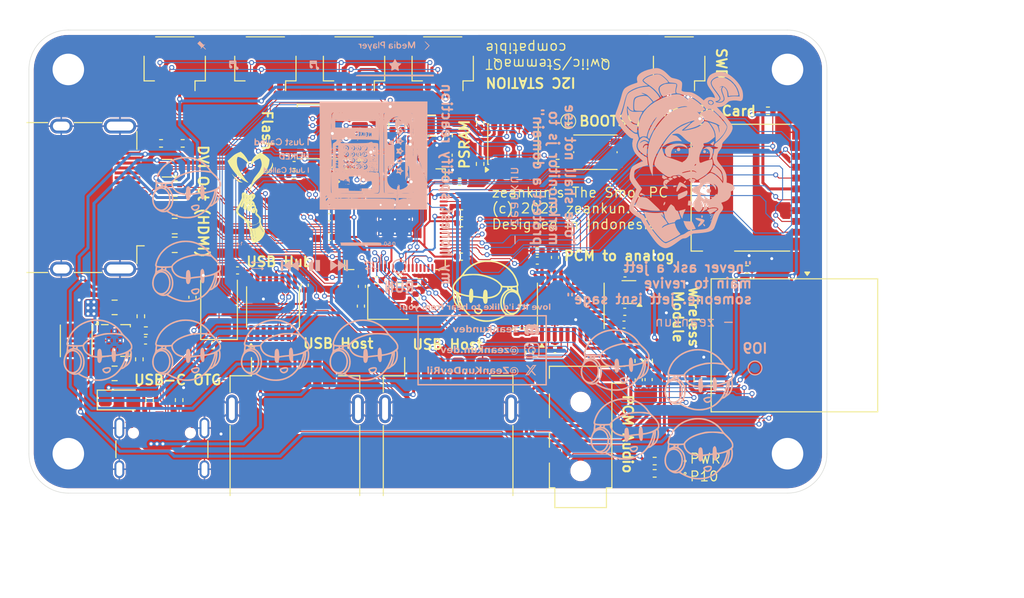
<source format=kicad_pcb>
(kicad_pcb (version 20241229) (generator "pcbnew") (generator_version "9.0")
  (layers (0 "F.Cu" signal) (2 "B.Cu" signal) (13 "F.Paste" user) (15 "B.Paste" user) (5 "F.SilkS" user "F.Silkscreen") (7 "B.SilkS" user "B.Silkscreen") (1 "F.Mask" user) (3 "B.Mask" user) (25 "Edge.Cuts" user))
  (net 0 "")
  (net 1 "GND")
  (net 2 "+3V3_USB")
  (net 3 "VSYS")
  (net 4 "Net-(U2-XI)")
  (net 5 "Net-(U2-XO)")
  (net 6 "+1V1")
  (net 7 "+3V3")
  (net 8 "Net-(U1-VREG_AVDD)")
  (net 9 "Net-(U3-EN)")
  (net 10 "Net-(C25-Pad1)")
  (net 11 "Net-(U1-XIN)")
  (net 12 "+3.3VA")
  (net 13 "Net-(U8-VNEG)")
  (net 14 "Net-(U8-LDOO)")
  (net 15 "Net-(U8-CAPM)")
  (net 16 "Net-(U8-CAPP)")
  (net 17 "VBUS")
  (net 20 "/USB_D-")
  (net 21 "Net-(J1-CC2)")
  (net 22 "Net-(J1-CC1)")
  (net 23 "/USB_D+")
  (net 24 "/USB0_D+")
  (net 25 "/USB0_D-")
  (net 26 "/USB1_D-")
  (net 27 "/USB1_D+")
  (net 28 "/DVI_D0+")
  (net 30 "/DVI_D1+")
  (net 31 "/DVI_D0-")
  (net 32 "Net-(J4-SCL)")
  (net 33 "/DVI_D1-")
  (net 34 "/DVI_CK-")
  (net 35 "Net-(J4-SDA)")
  (net 37 "/DVI_D2+")
  (net 38 "/DVI_D2-")
  (net 39 "/DVI_CK+")
  (net 40 "Net-(J4-HPD)")
  (net 41 "/SDIO_CLK")
  (net 42 "/SDIO_D0")
  (net 43 "/SDIO_DET")
  (net 44 "/SDIO_D3")
  (net 45 "/SDIO_CMD")
  (net 46 "/SDIO_D1")
  (net 48 "/SDIO_D2")
  (net 49 "/GEN_SDA")
  (net 50 "/GEN_SCL")
  (net 51 "/DBG_DIO")
  (net 52 "/DBG_CLK")
  (net 54 "/AUX_OUTR")
  (net 55 "Net-(U3-L1)")
  (net 56 "Net-(U3-L2)")
  (net 57 "/VREG_LX")
  (net 58 "Net-(U3-FB)")
  (net 59 "/FLASH_CS")
  (net 60 "Net-(U1-XOUT)")
  (net 61 "/PSRAM_CS")
  (net 62 "/HDMI_HPD")
  (net 63 "/ESP_RST")
  (net 64 "Net-(U7-IO9)")
  (net 65 "/HSTX_D2-")
  (net 66 "/HSTX_D2+")
  (net 67 "/HSTX_D1+")
  (net 68 "/HSTX_D1-")
  (net 69 "/HSTX_D0+")
  (net 70 "/HSTX_D0-")
  (net 71 "/HSTX_CK+")
  (net 72 "/HSTX_CK-")
  (net 73 "/RST")
  (net 74 "/P40")
  (net 75 "/FLASH_CLK")
  (net 76 "/HSTX_SCL")
  (net 77 "/FLASH_SD3")
  (net 78 "/P4")
  (net 79 "/P1")
  (net 80 "/PCM_DIN")
  (net 81 "/P32")
  (net 82 "/ESP_RX_TO_TX")
  (net 83 "/P42")
  (net 84 "/P41")
  (net 85 "/P5")
  (net 86 "/P11")
  (net 87 "/P43")
  (net 88 "/FLASH_SD0")
  (net 89 "/FLASH_SD1")
  (net 90 "/ESP_MOSI")
  (net 91 "/P0")
  (net 92 "/P31")
  (net 93 "/ESP_CLK")
  (net 94 "/HSTX_SDA")
  (net 95 "/ESP_BZ")
  (net 96 "/PCM_LRCLK")
  (net 97 "/P10")
  (net 98 "/ESP_CS")
  (net 99 "/FLASH_SD2")
  (net 100 "/P30")
  (net 101 "/PCB_BCK")
  (net 102 "/P6")
  (net 103 "/P7")
  (net 104 "/ESP_TX_TO_RX")
  (net 105 "/ESP_MISO")
  (net 106 "/P29")
  (net 131 "/AUX_OUTL")
  (net 132 "/MCU_D+")
  (net 133 "/MCU_D-")
  (net 134 "Net-(U8-OUTL)")
  (net 135 "Net-(U8-OUTR)")
  (net 137 "Net-(R19-Pad1)")
  (net 138 "Net-(D2-A)")
  (net 139 "Net-(D3-A)")
  (footprint "Resistor_SMD:R_0402_1005Metric" (layer "F.Cu") (at 135.21 77.42 90)
    (property "Reference" "R5" (hide yes))
    (property "Value" "100")
  )
  (footprint "Connector_USB:USB_C_Receptacle_GCT_USB4105-xx-A_16P_TopMnt_Horizontal" (layer "F.Cu") (at 137.5 87.5)
    (property "Reference" "J1" (hide yes))
    (property "Value" "USB_C_Receptacle_USB2.0_16P")
  )
  (footprint "Capacitor_SMD:C_0402_1005Metric" (layer "F.Cu") (at 154.5 63 180)
    (property "Reference" "C21" (hide yes))
    (property "Value" "100n")
  )
  (footprint "Package_SO:QSOP-16_3.9x4.9mm_P0.635mm" (layer "F.Cu") (at 148.7775 72.1125 90)
    (property "Reference" "U2" (hide yes))
    (property "Value" "CH334R")
  )
  (footprint "Crystal:Crystal_SMD_Abracon_ABM3-2Pin_5.0x3.2mm" (layer "F.Cu") (at 143.3 72.15 90)
    (property "Reference" "Y1" (hide yes))
    (property "Value" "12MHz")
  )
  (footprint "Button_Switch_SMD:SW_Push_1P1T_NO_Vertical_Wuerth_434133025816" (layer "F.Cu") (at 181.5 56.4)
    (property "Reference" "SW1" (hide yes))
    (property "Value" "SW_Push")
  )
  (footprint "Package_SON:X2SON-8_1.4x1mm_P0.35mm" (layer "F.Cu") (at 138.035 58.025 180)
    (property "Reference" "U6" (hide yes))
    (property "Value" "TXS0102DQE")
  )
  (footprint "RF_Module:ESP32-C6-MINI-1" (layer "F.Cu") (at 199 76 -90)
    (property "Reference" "U7" (hide yes))
    (property "Value" "ESP32-C6-MINI-1")
  )
  (footprint "Capacitor_SMD:C_0402_1005Metric" (layer "F.Cu") (at 184.4 73.9)
    (property "Reference" "C28" (hide yes))
    (property "Value" "100n")
  )
  (footprint "Resistor_SMD:R_0402_1005Metric" (layer "F.Cu") (at 136.25 81.55 90)
    (property "Reference" "R1" (hide yes))
    (property "Value" "5.1k")
  )
  (footprint "Resistor_SMD:R_0402_1005Metric" (layer "F.Cu") (at 166.6 54.690001 -90)
    (property "Reference" "R8" (hide yes))
    (property "Value" "33")
  )
  (footprint "Resistor_SMD:R_0402_1005Metric" (layer "F.Cu") (at 135.36 73.05 -90)
    (property "Reference" "R6" (hide yes))
    (property "Value" "560k")
  )
  (footprint "Capacitor_SMD:C_0402_1005Metric" (layer "F.Cu") (at 184.4 74.97)
    (property "Reference" "C29" (hide yes))
    (property "Value" "10u")
  )
  (footprint "Inductor_SMD:L_Changjiang_FNR3015S" (layer "F.Cu") (at 128.8 75.55 -90)
    (property "Reference" "L1" (hide yes))
    (property "Value" "2.2u")
  )
  (footprint "Capacitor_SMD:C_0402_1005Metric" (layer "F.Cu") (at 163.62 69.6)
    (property "Reference" "C22" (hide yes))
    (property "Value" "100n")
  )
  (footprint "Resistor_SMD:R_0402_1005Metric" (layer "F.Cu") (at 150.89 58.7)
    (property "Reference" "R9" (hide yes))
    (property "Value" "10k")
  )
  (footprint "Resistor_SMD:R_0402_1005Metric" (layer "F.Cu") (at 187.515 89)
    (property "Reference" "R20" (hide yes))
    (property "Value" "330")
  )
  (footprint "Resistor_SMD:R_0402_1005Metric" (layer "F.Cu") (at 161.6 69.35)
    (property "Reference" "R10" (hide yes))
    (property "Value" "1k")
  )
  (footprint "Crystal:Crystal_SMD_3225-4Pin_3.2x2.5mm" (layer "F.Cu") (at 160.45 71.65)
    (property "Reference" "Y2" (hide yes))
    (property "Value" "12MHz")
  )
  (footprint "MountingHole:MountingHole_3.2mm_M3_DIN965_Pad" (layer "F.Cu") (at 128 48)
    (property "Reference" "H1" (hide yes))
    (property "Value" "MountingHole_Pad")
  )
  (footprint "Capacitor_SMD:C_0402_1005Metric" (layer "F.Cu") (at 166.6 56.7 -90)
    (property "Reference" "C7" (hide yes))
    (property "Value" "4.7u")
  )
  (footprint "Connector_Audio:Jack_3.5mm_KoreanHropartsElec_PJ-320D-4A_Horizontal" (layer "F.Cu") (at 180 84 90)
    (property "Reference" "J8" (hide yes))
    (property "Value" "AudioJack4_Ground")
  )
  (footprint "Resistor_SMD:R_Array_Convex_2x0402" (layer "F.Cu") (at 138.8 65.8 180)
    (property "Reference" "RN1" (hide yes))
    (property "Value" "220")
  )
  (footprint "Capacitor_SMD:C_0402_1005Metric" (layer "F.Cu") (at 174.8 76.7 90)
    (property "Reference" "C34" (hide yes))
    (property "Value" "2.2u")
  )
  (footprint "Capacitor_SMD:C_0402_1005Metric" (layer "F.Cu") (at 152 69.9 90)
    (property "Reference" "C2" (hide yes))
    (property "Value" "0.1u")
  )
  (footprint "Capacitor_SMD:C_0402_1005Metric" (layer "F.Cu") (at 145.18 68.4 180)
    (property "Reference" "C1" (hide yes))
    (property "Value" "0.1u")
  )
  (footprint "Capacitor_SMD:C_0402_1005Metric" (layer "F.Cu") (at 175.6 66.41 180)
    (property "Reference" "C33" (hide yes))
    (property "Value" "10u")
  )
  (footprint "Capacitor_SMD:C_0402_1005Metric" (layer "F.Cu") (at 157.8 70.02 -90)
    (property "Reference" "C20" (hide yes))
    (property "Value" "100n")
  )
  (footprint "MountingHole:MountingHole_3.2mm_M3_DIN965_Pad" (layer "F.Cu") (at 201 87)
    (property "Reference" "H4" (hide yes))
    (property "Value" "MountingHole_Pad")
  )
  (footprint "LOGO" (layer "F.Cu") (at 170.5 70.5)
    (property "Reference" "G***" (hide yes))
    (property "Value" "LOGO" (hide yes))
  )
  (footprint "Resistor_SMD:R_0402_1005Metric" (layer "F.Cu") (at 137.410001 55.5 180)
    (property "Reference" "R12" (hide yes))
    (property "Value" "100k")
  )
  (footprint "Connector_JST:JST_SH_SM04B-SRSS-TB_1x04-1MP_P1.00mm_Horizontal" (layer "F.Cu") (at 157 47.375 180)
    (property "Reference" "J10" (hide yes))
    (property "Value" "Conn_01x04")
  )
  (footprint "Resistor_SMD:R_0402_1005Metric" (layer "F.Cu") (at 185.9 77.579999 -90)
    (property "Reference" "R17" (hide yes))
    (property "Value" "470")
  )
  (footprint "Connector_JST:JST_SH_SM04B-SRSS-TB_1x04-1MP_P1.00mm_Horizontal" (layer "F.Cu") (at 148 47.375 180)
    (property "Reference" "J9" (hide yes))
    (property "Value" "Conn_01x04")
  )
  (footprint "Capacitor_SMD:C_0402_1005Metric" (layer "F.Cu") (at 155 58.2 -135)
    (property "Reference" "C10" (hide yes))
    (property "Value" "100n")
  )
  (footprint "Resistor_SMD:R_Array_Convex_2x0402" (layer "F.Cu") (at 138.8 62 180)
    (property "Reference" "RN3" (hide yes))
    (property "Value" "220")
  )
  (footprint "LED_SMD:LED_0402_1005Metric" (layer "F.Cu") (at 189.515 87.75 180)
    (property "Reference" "D3" (hide yes))
    (property "Value" "RED")
  )
  (footprint "Connector_USB:USB_A_Receptacle_GCT_USB1046" (layer "F.Cu") (at 166.55 86)
    (property "Reference" "J3" (hide yes))
    (property "Value" "USB_A")
  )
  (footprint "Connector_Card:microSD_HC_Hirose_DM3D-SF" (layer "F.Cu") (at 197 60 90)
    (property "Reference" "J5" (hide yes))
    (property "Value" "Micro_SD_Card_Det2")
  )
  (footprint "LOGO" (layer "F.Cu") (at 146.5 61)
    (property "Reference" "G***" (hide yes))
    (property "Value" "LOGO" (hide yes))
  )
  (footprint "MountingHole:MountingHole_3.2mm_M3_DIN965_Pad" (layer "F.Cu") (at 128 87)
    (property "Reference" "H3" (hide yes))
    (property "Value" "MountingHole_Pad")
  )
  (footprint "Capacitor_SMD:C_0402_1005Metric" (layer "F.Cu") (at 150.92 57.7)
    (property "Reference" "C24" (hide yes))
    (property "Value" "100n")
  )
  (footprint "Resistor_SMD:R_Array_Convex_2x0402" (layer "F.Cu") (at 138.8 63.9 180)
    (property "Reference" "RN2" (hide yes))
    (property "Value" "220")
  )
  (footprint "Connector_USB:USB_A_Receptacle_GCT_USB1046" (layer "F.Cu") (at 151 86)
    (property "Reference" "J2" (hide yes))
    (property "Value" "USB_A")
  )
  (footprint "Capacitor_SMD:C_0402_1005Metric" (layer "F.Cu") (at 184.48 72.6)
    (property "Reference" "C40" (hide yes))
    (property "Value" "1u")
  )
  (footprint "Package_SO:TSSOP-20_4.4x6.5mm_P0.65mm" (layer "F.Cu") (at 179 72 90)
    (property "Reference" "U8" (hide yes))
    (property "Value" "PCM5101A")
  )
  (footprint "Capacitor_SMD:C_0402_1005Metric" (layer "F.Cu") (at 184.5 68.7 180)
    (property "Reference" "C39" (hide yes))
    (property "Value" "1u")
  )
  (footprint "Resistor_SMD:R_0402_1005Metric" (layer "F.Cu") (at 135.87 74.51)
    (property "Reference" "R7" (hide yes))
    (property "Value" "100k")
  )
  (footprint "Diode_SMD:D_SOD-123F" (layer "F.Cu") (at 133.15 81.55)
    (property "Reference" "D1" (hide yes))
    (property "Value" "MBR120VLSFT1G")
  )
  (footprint "Capacitor_SMD:C_0402_1005Metric" (layer "F.Cu") (at 159.3 69.4 180)
    (property "Reference" "C19" (hide yes))
    (property "Value" "100n")
  )
  (footprint "Capacitor_SMD:C_0402_1005Metric" (layer "F.Cu") (at 135.84 75.51)
    (property "Reference" "C12" (hide yes))
    (property "Value" "0.1u")
  )
  (footprint "Connector_JST:JST_SH_SM04B-SRSS-TB_1x04-1MP_P1.00mm_Horizontal" (layer "F.Cu") (at 138.8 47.375 180)
    (property "Reference" "J6" (hide yes))
    (property "Value" "Conn_01x04")
  )
  (footprint "Capacitor_SMD:C_0402_1005Metric" (layer "F.Cu") (at 157.7 72.02 90)
    (property "Reference" "C26" (hide yes))
    (property "Value" "15p")
  )
  (footprint "Capacitor_SMD:C_0402_1005Metric" (layer "F.Cu") (at 167.92 62.6)
    (property "Reference" "C23" (hide yes))
    (property "Value" "100n")
  )
  (footprint "Capacitor_SMD:C_0402_1005Metric" (layer "F.Cu") (at 175.6 67.4 180)
    (property "Reference" "C32" (hide yes))
    (property "Value" "100n")
  )
  (footprint "Package_SO:SOIC-8_5.3x5.3mm_P1.27mm" (layer "F.Cu") (at 154 54.3 180)
    (property "Reference" "U4" (hide yes))
    (property "Value" "W25Q128JVS")
  )
  (footprint "Capacitor_SMD:C_0402_1005Metric" (layer "F.Cu") (at 167.72 59.4)
    (property "Reference" "C16" (hide yes))
    (property "Value" "100n")
  )
  (footprint "Connector_Video:HDMI_A_Molex_208658-1001_Horizontal" (layer "F.Cu") (at 130.72 61 180)
    (property "Reference" "J4" (hide yes))
    (property "Value" "HDMI_A")
  )
  (footprint "Package_SON:Texas_DRC0010J_ThermalVias" (layer "F.Cu") (at 132.685 75.51)
    (property "Reference" "U3" (hide yes))
    (property "Value" "TPS63000")
  )
  (footprint "Resistor_SMD:R_0402_1005Metric" (layer "F.Cu") (at 139.25 81.56 90)
    (property "Reference" "R2" (hide yes))
    (property "Value" "5.1k")
  )
  (footprint "Capacitor_SMD:C_0402_1005Metric" (layer "F.Cu") (at 163.25 71.28 -90)
    (property "Reference" "C25" (hide yes))
    (property "Value" "15p")
  )
  (footprint "Capacitor_SMD:C_0402_1005Metric" (layer "F.Cu") (at 167.9 67)
    (property "Reference" "C18" (hide yes))
    (property "Value" "100n")
  )
  (footprint "Resistor_SMD:R_Array_Convex_2x0402" (layer "F.Cu") (at 138.8 60.1 180)
    (property "Reference" "RN4" (hide yes))
    (property "Value" "220")
  )
  (footprint "Connector_JST:JST_SH_SM03B-SRSS-TB_1x03-1MP_P1.00mm_Horizontal" (layer "F.Cu") (at 190 47.375 180)
    (property "Reference" "J7" (hide yes))
    (property "Value" "Conn_01x03")
  )
  (footprint "Resistor_SMD:R_0402_1005Metric" (layer "F.Cu") (at 186.9 77.56 -90)
    (property "Reference" "R18" (hide yes))
    (property "Value" "470")
  )
  (footprint "Resistor_SMD:R_0402_1005Metric" (layer "F.Cu") (at 196.89 68.3)
    (property "Reference" "R15" (hide yes))
    (property "Value" "10k")
  )
  (footprint "Capacitor_SMD:C_0805_2012Metric" (layer "F.Cu") (at 132.7 78.85)
    (property "Reference" "C13" (hide yes))
    (property "Value" "10u")
  )
  (footprint "Resistor_SMD:R_0402_1005Metric" (layer "F.Cu") (at 177.665 57.5 180)
    (property "Reference" "R19" (hide yes))
    (property "Value" "1k")
  )
  (footprint "Capacitor_SMD:C_0402_1005Metric" (layer "F.Cu") (at 154.52 65 180)
    (property "Reference" "C8" (hide yes))
    (property "Value" "100n")
  )
  (footprint "Resistor_SMD:R_0402_1005Metric" (layer "F.Cu") (at 161.9 53.6 90)
    (property "Reference" "R4" (hide yes))
    (property "Value" "27")
  )
  (footprint "Capacitor_SMD:C_0402_1005Metric" (layer "F.Cu") (at 142.68 76 180)
    (property "Reference" "C4" (hide yes))
    (property "Value" "34pF")
  )
  (footprint "Capacitor_SMD:C_0402_1005Metric" (layer "F.Cu") (at 174.6 74.28 90)
    (property "Reference" "C31" (hide yes))
    (property "Value" "10u")
  )
  (footprint "Capacitor_SMD:C_0402_1005Metric" (layer "F.Cu") (at 167.92 63.6)
    (property "Reference" "C17" (hide yes))
    (property "Value" "100n")
  )
  (footprint "Resistor_SMD:R_0402_1005Metric" (layer "F.Cu") (at 139.609999 55.5 180)
    (property "Reference" "R13" (hide yes))
    (property "Value" "100k")
  )
  (footprint "Capacitor_SMD:C_0402_1005Metric" (layer "F.Cu") (at 169.8 53.4 -90)
    (property "Reference" "C27" (hide yes))
    (property "Value" "100n")
  )
  (footprint "MountingHole:MountingHole_3.2mm_M3_DIN965_Pad" (layer "F.Cu") (at 201 48)
    (property "Reference" "H2" (hide yes))
    (property "Value" "MountingHole_Pad")
  )
  (footprint "Capacitor_SMD:C_0402_1005Metric" (layer "F.Cu") (at 185.9 79.5 -90)
    (property "Reference" "C37" (hide yes))
    (property "Value" "2.2u")
  )
  (footprint "Resistor_SMD:R_0402_1005Metric" (layer "F.Cu") (at 199.01 52.2)
    (property "Reference" "R14" (hide yes))
    (property "Value" "10k")
  )
  (footprint "Resistor_SMD:R_0402_1005Metric" (layer "F.Cu") (at 187.515 87.75)
    (property "Reference" "R21" (hide yes))
    (property "Value" "330")
  )
  (footprint "Capacitor_SMD:C_0402_1005Metric" (layer "F.Cu") (at 164.17 55.5)
    (property "Reference" "C5" (hide yes))
    (property "Value" "4.7u")
  )
  (footprint "Inductor_SMD:L_Murata_DFE201610P" (layer "F.Cu") (at 164.15 53.7)
    (property "Reference" "L2" (hide yes))
    (property "Value" "3.3u")
  )
  (footprint "Package_SO:SOIC-8_3.9x4.9mm_P1.27mm" (layer "F.Cu") (at 173.135 55.575 90)
    (property "Reference" "U5" (hide yes))
    (property "Value" "APS6404L-SQRx-SN")
  )
  (footprint "Resistor_SMD:R_0402_1005Metric" (layer "F.Cu") (at 191.9 79.490001 -90)
    (property "Reference" "R16" (hide yes))
    (property "Value" "10k")
  )
  (footprint "Capacitor_SMD:C_0402_1005Metric" (layer "F.Cu") (at 140.6 71.12 -90)
    (property "Reference" "C3" (hide yes))
    (property "Value" "34pF")
  )
  (footprint "Capacitor_SMD:C_0402_1005Metric" (layer "F.Cu") (at 164.17 56.67)
    (property "Reference" "C6" (hide yes))
    (property "Value" "4.7u")
  )
  (footprint "Connector_JST:JST_SH_SM04B-SRSS-TB_1x04-1MP_P1.00mm_Horizontal" (layer "F.Cu") (at 166 47.375 180)
    (property "Reference" "J11" (hide yes))
    (property "Value" "Conn_01x04")
  )
  (footprint "LED_SMD:LED_0402_1005Metric" (layer "F.Cu") (at 189.515 89 180)
    (property "Reference" "D2" (hide yes))
    (property "Value" "GREEN")
  )
  (footprint "Resistor_SMD:R_0402_1005Metric" (layer "F.Cu") (at 169.8 57.590001 -90)
    (property "Reference" "R11" (hide yes))
    (property "Value" "10k")
  )
  (footprint "Capacitor_SMD:C_0402_1005Metric" (layer "F.Cu") (at 154.52 61 180)
    (property "Reference" "C9" (hide yes))
    (property "Value" "100n")
  )
  (footprint "Capacitor_SMD:C_0805_2012Metric" (layer "F.Cu") (at 132.7 72.15)
    (property "Reference" "C14" (hide yes))
    (property "Value" "10u")
  )
  (footprint "Package_DFN_QFN:QFN-80-1EP_10x10mm_P0.4mm_EP3.4x3.4mm_ThermalVias" (layer "F.Cu") (at 161.15 63.2)
    (property "Reference" "U1" (hide yes))
    (property "Value" "RP2350B-QFN80")
  )
  (footprint "Capacitor_SMD:C_0402_1005Metric" (layer "F.Cu") (at 177.4 67.08 90)
    (property "Reference" "C35" (hide yes))
    (property "Value" "10u")
  )
  (footprint "Capacitor_SMD:C_0402_1005Metric" (layer "F.Cu") (at 173.5 74.28 90)
    (property "Reference" "C30" (hide yes))
    (property "Value" "100n")
  )
  (footprint "Capacitor_SMD:C_0402_1005Metric" (layer "F.Cu") (at 177.4 76.4)
    (property "Reference" "C36" (hide yes))
    (property "Value" "2.2u")
  )
  (footprint "Package_TO_SOT_SMD:SOT-353_SC-70-5" (layer "F.Cu") (at 184.9 70.6 180)
    (property "Reference" "U9" (hide yes))
    (property "Value" "TLV70033_SOT353")
  )
  (footprint "Capacitor_SMD:C_0402_1005Metric" (layer "F.Cu") (at 186.9 79.48 -90)
    (property "Reference" "C38" (hide yes))
    (property "Value" "2.2u")
  )
  (footprint "Resistor_SMD:R_0402_1005Metric" (layer "F.Cu") (at 160.91 53.59 90)
    (property "Reference" "R3" (hide yes))
    (property "Value" "27")
  )
  (footprint "Capacitor_SMD:C_0402_1005Metric" (layer "F.Cu") (at 161.2 56.5 135)
    (property "Reference" "C11" (hide yes))
    (property "Value" "100n")
  )
  (footprint "LOGO" (layer "B.Cu") (at 140 76.5 180)
    (property "Reference" "G***" (hide yes))
    (property "Value" "LOGO" (hide yes))
  )
  (footprint "LOGO" (layer "B.Cu") (at 149 76.5 180)
    (property "Reference" "G***" (hide yes))
    (property "Value" "LOGO" (hide yes))
  )
  (footprint "LOGO" (layer "B.Cu") (at 175.05 76.500001 180)
    (property "Reference" "G***" (hide yes))
    (property "Value" "LOGO" (hide yes))
  )
  (footprint "LOGO" (layer "B.Cu") (at 190 57 180)
    (property "Reference" "G***" (hide yes))
    (property "Value" "LOGO" (hide yes))
  )
  (footprint "LOGO" (layer "B.Cu") (at 174.95 78.500001 180)
    (property "Reference" "G***" (hide yes))
    (property "Value" "LOGO" (hide yes))
  )
  (footprint "LOGO" (layer "B.Cu") (at 158 76.5 180)
    (property "Reference" "G***" (hide yes))
    (property "Value" "LOGO" (hide yes))
  )
  (footprint "LOGO" (layer "B.Cu") (at 140 60 180)
    (property "Reference" "G***" (hide yes))
    (property "Value" "LOGO" (hide yes))
  )
  (footprint "LOGO" (layer "B.Cu") (at 153 57 180)
    (property "Reference" "G***" (hide yes))
    (property "Value" "LOGO" (hide yes))
  )
  (footprint "TestPoint:TestPoint_Pad_D1.0mm" (layer "B.Cu") (at 197.7 78.3 180)
    (property "Reference" "TP1" (hide yes))
    (property "Value" "BOOT")
  )
  (footprint "LOGO" (layer "B.Cu") (at 131 76.5 180)
    (property "Reference" "G***" (hide yes))
    (property "Value" "LOGO" (hide yes))
  )
  (footprint "TestPoint:TestPoint_Pad_D1.0mm" (layer "B.Cu") (at 161.6 68 180)
    (property "Reference" "TP2" (hide yes))
    (property "Value" "RST")
  )
  (footprint "LOGO" (layer "B.Cu") (at 184.5 84.5 180)
    (property "Reference" "G***" (hide yes))
    (property "Value" "LOGO" (hide yes))
  )
  (footprint "LOGO" (layer "B.Cu") (at 192 79.5 180)
    (property "Reference" "G***" (hide yes))
    (property "Value" "LOGO" (hide yes))
  )
  (footprint "LOGO" (layer "B.Cu") (at 175.05 74.400001 180)
    (property "Reference" "G***" (hide yes))
    (property "Value" "LOGO" (hide yes))
  )
  (footprint "LOGO" (layer "B.Cu") (at 192 86.5 180)
    (property "Reference" "G***" (hide yes))
    (property "Value" "LOGO" (hide yes))
  )
  (footprint "LOGO" (layer "B.Cu") (at 140 68.5 180)
    (property "Reference" "G***" (hide yes))
    (property "Value" "LOGO" (hide yes))
  )
  (footprint "LOGO" (layer "B.Cu") (at 183.5 77.5 180)
    (property "Reference" "G***" (hide yes))
    (property "Value" "LOGO" (hide yes))
  )
  (gr_line (start 178.75 53.675) (end 179.1 53.325) (stroke (width 0.1)) (layer "F.SilkS"))
  (gr_line (start 178.75 53.675) (end 178.4 53.325) (stroke (width 0.1)) (layer "F.SilkS"))
  (gr_circle (center 178.75 53.25) (end 178.75 54) (stroke (width 0.1)) (fill no) (layer "F.SilkS"))
  (gr_line (start 178.75 52.825) (end 178.75 53.675) (stroke (width 0.1)) (layer "F.SilkS"))
  (gr_line (start 163.5 73.000001) (end 176.5 73.000001) (stroke (width 0.15)) (layer "B.SilkS"))
  (gr_line (start 176.5 80) (end 163.5 80) (stroke (width 0.15)) (layer "B.SilkS"))
  (gr_line (start 163.5 80) (end 163.5 73.000001) (stroke (width 0.15)) (layer "B.SilkS"))
  (gr_line (start 176.5 73.000001) (end 176.5 80) (stroke (width 0.15)) (layer "B.SilkS"))
  (gr_arc (start 205 87) (mid 203.828427 89.828427) (end 201 91) (stroke (width 0.05)) (layer "Edge.Cuts"))
  (gr_line (start 201 91) (end 128 91) (stroke (width 0.05)) (layer "Edge.Cuts"))
  (gr_arc (start 124 48) (mid 125.171573 45.171573) (end 128 44) (stroke (width 0.05)) (layer "Edge.Cuts"))
  (gr_line (start 205 48) (end 205 87) (stroke (width 0.05)) (layer "Edge.Cuts"))
  (gr_arc (start 201 44) (mid 203.828427 45.171573) (end 205 48) (stroke (width 0.05)) (layer "Edge.Cuts"))
  (gr_arc (start 128 91) (mid 125.171573 89.828427) (end 124 87) (stroke (width 0.05)) (layer "Edge.Cuts"))
  (gr_line (start 128 44) (end 201 44) (stroke (width 0.05)) (layer "Edge.Cuts"))
  (gr_line (start 124 87) (end 124 48) (stroke (width 0.05)) (layer "Edge.Cuts"))
  (gr_text "DVI Out (HDMI)" (at 141.1 61.4 270) (layer "F.SilkS") (effects (font (size 1 1) (thickness 0.2) (bold yes)) (justify bottom)))
  (gr_text "PCM to analog" (at 183.9 67.5 0) (layer "F.SilkS") (effects (font (size 1 1) (thickness 0.2) (bold yes)) (justify bottom)))
  (gr_text "BOOTSEL" (at 179.75 53.25 0) (layer "F.SilkS") (effects (font (size 1 1) (thickness 0.2) (bold yes)) (justify left)))
  (gr_text "USB Host" (at 166.5 76.5 0) (layer "F.SilkS") (effects (font (size 1 1) (thickness 0.2) (bold yes)) (justify bottom)))
  (gr_text "PSRAM" (at 168.8 55.6 90) (layer "F.SilkS") (effects (font (size 1 1) (thickness 0.2) (bold yes)) (justify bottom)))
  (gr_text "USB-C OTG" (at 139.1 80.1 0) (layer "F.SilkS") (effects (font (size 1 1) (thickness 0.2) (bold yes)) (justify bottom)))
  (gr_text "Qwiic/StemmaQT\ncompatible" (at 170.25 45.25 180) (layer "F.SilkS") (effects (font (size 1 1) (thickness 0.125)) (justify right bottom)))
  (gr_text "Flash" (at 147.6 54.2 270) (layer "F.SilkS") (effects (font (size 1 1) (thickness 0.2) (bold yes)) (justify bottom)))
  (gr_text "P10" (at 191 89.3 0) (layer "F.SilkS") (effects (font (size 1 1) (thickness 0.125)) (justify left)))
  (gr_text "USB Host" (at 155.4 76.4 0) (layer "F.SilkS") (effects (font (size 1 1) (thickness 0.2) (bold yes)) (justify bottom)))
  (gr_text "SWD" (at 193.7 47.4 270) (layer "F.SilkS") (effects (font (size 1 1) (thickness 0.2) (bold yes)) (justify bottom)))
  (gr_text "PWR" (at 191 87.5 0) (layer "F.SilkS") (effects (font (size 1 1) (thickness 0.125)) (justify left)))
  (gr_text "I2C STATION" (at 170.25 48.75 180) (layer "F.SilkS") (effects (font (size 1 1) (thickness 0.2) (bold yes)) (justify right bottom)))
  (gr_text "Wireless\nModule" (at 189.3 73.1 270) (layer "F.SilkS") (effects (font (size 1 1) (thickness 0.2) (bold yes)) (justify bottom)))
  (gr_text "USB Hub" (at 149.4 68.1 0) (layer "F.SilkS") (effects (font (size 1 1) (thickness 0.2) (bold yes)) (justify bottom)))
  (gr_text "microSD Card" (at 192.6 52.8 0) (layer "F.SilkS") (effects (font (size 1 1) (thickness 0.2) (bold yes)) (justify bottom)))
  (gr_text "PCM Audio" (at 184.2 85 270) (layer "F.SilkS") (effects (font (size 1 1) (thickness 0.2) (bold yes)) (justify bottom)))
  (gr_text "zeankun's The Smol PC\n(c) 2026 zeankun.\nDesigned in Indonesia" (at 170.9 62.1 0) (layer "F.SilkS") (effects (font (size 1 1) (thickness 0.125)) (justify left)))
  (gr_text "{dblquote}one shall not use\nmarkmonitor js to\nprotect a domain{dblquote}" (at 179.5 66 270) (layer "B.SilkS") (effects (font (size 1 1) (thickness 0.2) (bold yes)) (justify left top mirror)))
  (gr_text "{dblquote}never ask a jett\nmain to revive \nsomeone. jett isnt sage{dblquote}" (at 197.5 67.5 0) (layer "B.SilkS") (effects (font (size 1 1) (thickness 0.2) (bold yes)) (justify left top mirror)))
  (gr_text "IO9" (at 197.7 76.9 0) (layer "B.SilkS") (effects (font (size 1 1) (thickness 0.2) (bold yes)) (justify bottom mirror)))
  (gr_text "RUN" (at 161.6 70.7 0) (layer "B.SilkS") (effects (font (size 1 1) (thickness 0.2) (bold yes)) (justify bottom mirror)))
  (gr_text "- zeankun" (at 195.7 73 0) (layer "B.SilkS") (effects (font (size 1 1) (thickness 0.125)) (justify left top mirror)))
  (gr_text "- zeankun" (at 174 66 270) (layer "B.SilkS") (effects (font (size 1 1) (thickness 0.125)) (justify left top mirror)))
  (gr_text "love it? i'd like to hear from you!" (at 177 72.500001 0) (layer "B.SilkS") (effects (font (size 0.6 0.6) (thickness 0.15) (bold yes)) (justify left bottom mirror)))
  (gr_text "@ZeanKunDevRil" (at 173.75 78.6 0) (layer "B.SilkS") (effects (font (size 0.7 0.7) (thickness 0.14) (bold yes)) (justify left mirror)))
  (gr_text "zeankundev" (at 173.65 74.400001 0) (layer "B.SilkS") (effects (font (size 0.7 0.7) (thickness 0.14) (bold yes)) (justify left mirror)))
  (gr_text "@zeankun.dev" (at 173.75 76.500001 0) (layer "B.SilkS") (effects (font (size 0.7 0.7) (thickness 0.14) (bold yes)) (justify left mirror)))
  (gr_text "my honest spotify reaction" (at 167 70 270) (layer "B.SilkS") (effects (font (size 1 1) (thickness 0.2) (bold yes)) (justify left top mirror)))
  (segment (start 132.71 75.01) (end 132.7 75) (width 0.2) (layer "F.Cu") (net 1))
  (segment (start 164.55 59.15) (end 164.5 59.2) (width 0.2) (layer "F.Cu") (net 1))
  (segment (start 158.82 69.58) (end 158.5 69.9) (width 0.2) (layer "F.Cu") (net 1))
  (segment (start 160.5 55.8) (end 160.5 55.6) (width 0.2) (layer "F.Cu") (net 1))
  (segment (start 160.860589 56.160589) (end 160.5 55.8) (width 0.2) (layer "F.Cu") (net 1))
  (segment (start 160.5 55.6) (end 160.5 55.2) (width 0.2) (layer "F.Cu") (net 1))
  (segment (start 132.685 76.285) (end 132.685 75.51) (width 0.2) (layer "F.Cu") (net 1))
  (segment (start 134.085 75.01) (end 132.71 75.01) (width 0.2) (layer "F.Cu") (net 1))
  (segment (start 131.285 75.51) (end 132.685 75.51) (width 0.2) (layer "F.Cu") (net 1))
  (segment (start 158.82 69.4) (end 158.82 69.58) (width 0.2) (layer "F.Cu") (net 1))
  (segment (start 164.55 58.25) (end 164.55 59.15) (width 0.2) (layer "F.Cu") (net 1))
  (segment (start 138.37 57.5) (end 138.9 57.5) (width 0.2) (layer "F.Cu") (net 1))
  (segment (start 133.9 77.5) (end 132.685 76.285) (width 0.2) (layer "F.Cu") (net 1))
  (via (at 197.1 66.9) (size 0.5) (drill 0.3) (layers "F.Cu" "B.Cu") (net 1))
  (via (at 165.4 55.7) (size 0.5) (drill 0.3) (layers "F.Cu" "B.Cu") (net 1))
  (via (at 152.6 65.2) (size 0.5) (drill 0.3) (layers "F.Cu" "B.Cu") (net 1))
  (via (at 188.7 72.7) (size 0.5) (drill 0.3) (layers "F.Cu" "B.Cu") (net 1))
  (via (at 179.5 73.4) (size 0.5) (drill 0.3) (layers "F.Cu" "B.Cu") (net 1))
  (via (at 129.1 71.4) (size 0.5) (drill 0.3) (layers "F.Cu" "B.Cu") (net 1))
  (via (at 191.7 76.1) (size 0.5) (drill 0.3) (layers "F.Cu" "B.Cu") (net 1))
  (via (at 199.4 67.2) (size 0.5) (drill 0.3) (layers "F.Cu" "B.Cu") (net 1))
  (via (at 158.5 69.9) (size 0.5) (drill 0.3) (layers "F.Cu" "B.Cu") (net 1))
  (via (at 192.5 77.2) (size 0.5) (drill 0.3) (layers "F.Cu" "B.Cu") (net 1))
  (via (at 133.9 77.5) (size 0.5) (drill 0.3) (layers "F.Cu" "B.Cu") (net 1))
  (via (at 141.7 68.9) (size 0.5) (drill 0.3) (layers "F.Cu" "B.Cu") (net 1))
  (via (at 187.5 66.8) (size 0.5) (drill 0.3) (layers "F.Cu" "B.Cu") (net 1))
  (via (at 160.5 55.2) (size 0.5) (drill 0.3) (layers "F.Cu" "B.Cu") (net 1))
  (via (at 143.5 85) (size 0.5) (drill 0.3) (layers "F.Cu" "B.Cu") (net 1))
  (via (at 139.7 80.3) (size 0.5) (drill 0.3) (layers "F.Cu" "B.Cu") (net 1))
  (via (at 147.8 71.3) (size 0.5) (drill 0.3) (layers "F.Cu" "B.Cu") (net 1))
  (via (at 167 58.2) (size 0.5) (drill 0.3) (layers "F.Cu" "B.Cu") (net 1))
  (via (at 190.8 69.7) (size 0.5) (drill 0.3) (layers "F.Cu" "B.Cu") (net 1))
  (via (at 153.25 62.75) (size 0.5) (drill 0.3) (layers "F.Cu" "B.Cu") (net 1))
  (via (at 154.8 54.5) (size 0.5) (drill 0.3) (layers "F.Cu" "B.Cu") (net 1))
  (segment (start 148.1 68.1) (end 146.6 68.1) (width 0.2) (layer "F.Cu") (net 2))
  (segment (start 148.46 69.475) (end 148.46 68.46) (width 0.2) (layer "F.Cu") (net 2))
  (segment (start 146.6 68.1) (end 146.3 68.4) (width 0.2) (layer "F.Cu") (net 2))
  (segment (start 148.46 68.46) (end 148.1 68.1) (width 0.2) (layer "F.Cu") (net 2))
  (segment (start 146.3 68.4) (end 145.66 68.4) (width 0.2) (layer "F.Cu") (net 2))
  (segment (start 149.4 71.8) (end 149.095 71.495) (width 0.2) (layer "F.Cu") (net 3))
  (segment (start 185.525001 71.25) (end 185.85 71.25) (width 0.3) (layer "F.Cu") (net 3))
  (segment (start 188.501 76.201) (end 188.501 84.301) (width 0.3) (layer "F.Cu") (net 3))
  (segment (start 187.5 75.2) (end 188.501 76.201) (width 0.3) (layer "F.Cu") (net 3))
  (segment (start 129.5 69.2) (end 130.6 70.3) (width 0.3) (layer "F.Cu") (net 3))
  (segment (start 152 70.38) (end 152 71.4) (width 0.2) (layer "F.Cu") (net 3))
  (segment (start 130.6 70.3) (end 136.1 70.3) (width 0.3) (layer "F.Cu") (net 3))
  (segment (start 135.21 79.69) (end 134.8 80.1) (width 0.3) (layer "F.Cu") (net 3))
  (segment (start 151.6 71.8) (end 149.4 71.8) (width 0.2) (layer "F.Cu") (net 3))
  (segment (start 152 71.4) (end 151.6 71.8) (width 0.2) (layer "F.Cu") (net 3))
  (segment (start 149.095 71.495) (end 149.095 69.475) (width 0.2) (layer "F.Cu") (net 3))
  (segment (start 136.67 77.93) (end 135.21 77.93) (width 0.3) (layer "F.Cu") (net 3))
  (segment (start 188.501 84.301) (end 189.1 84.9) (width 0.3) (layer "F.Cu") (net 3))
  (segment (start 184.98 69.68) (end 185.25 69.95) (width 0.3) (layer "F.Cu") (net 3))
  (segment (start 185.85 69.95) (end 186.35 69.95) (width 0.3) (layer "F.Cu") (net 3))
  (segment (start 185.25 69.95) (end 185.85 69.95) (width 0.3) (layer "F.Cu") (net 3))
  (segment (start 186.35 69.95) (end 187 70.6) (width 0.3) (layer "F.Cu") (net 3))
  (segment (start 137.7 58.55) (end 137.35 58.55) (width 0.2) (layer "F.Cu") (net 3))
  (segment (start 134.005 57) (end 135.4 57) (width 0.2) (layer "F.Cu") (net 3))
  (segment (start 149.095 68.205) (end 149.1 68.2) (width 0.2) (layer "F.Cu") (net 3))
  (segment (start 149.095 69.475) (end 149.095 68.205) (width 0.2) (layer "F.Cu") (net 3))
  (segment (start 136.1 70.3) (end 137.5 71.7) (width 0.3) (layer "F.Cu") (net 3))
  (segment (start 137.5 71.7) (end 137.5 77.1) (width 0.3) (layer "F.Cu") (net 3))
  (segment (start 137.35 58.55) (end 136.9 59) (width 0.2) (layer "F.Cu") (net 3))
  (segment (start 135.21 77.93) (end 135.21 79.69) (width 0.3) (layer "F.Cu") (net 3))
  (segment (start 135.4 57) (end 135.8 56.6) (width 0.2) (layer "F.Cu") (net 3))
  (segment (start 185.25 69.95) (end 185.25 70.974999) (width 0.3) (layer "F.Cu") (net 3))
  (segment (start 137.5 77.1) (end 136.67 77.93) (width 0.3) (layer "F.Cu") (net 3))
  (segment (start 185.25 70.974999) (end 185.525001 71.25) (width 0.3) (layer "F.Cu") (net 3))
  (segment (start 184.98 68.7) (end 184.98 69.68) (width 0.3) (layer "F.Cu") (net 3))
  (segment (start 134.8 80.1) (end 132.3 80.1) (width 0.3) (layer "F.Cu") (net 3))
  (via (at 136.9 59) (size 0.5) (drill 0.3) (layers "F.Cu" "B.Cu") (net 3))
  (via (at 129.5 69.2) (size 0.5) (drill 0.3) (layers "F.Cu" "B.Cu") (net 3))
  (via (at 189.1 84.9) (size 0.5) (drill 0.3) (layers "F.Cu" "B.Cu") (net 3))
  (via (at 187.5 75.2) (size 0.5) (drill 0.3) (layers "F.Cu" "B.Cu") (net 3))
  (via (at 132.1 80.3) (size 0.5) (drill 0.3) (layers "F.Cu" "B.Cu") (net 3))
  (via (at 187 70.6) (size 0.5) (drill 0.3) (layers "F.Cu" "B.Cu") (net 3))
  (via (at 149.1 68.2) (size 0.5) (drill 0.3) (layers "F.Cu" "B.Cu") (net 3))
  (via (at 135.8 56.6) (size 0.5) (drill 0.3) (layers "F.Cu" "B.Cu") (net 3))
  (segment (start 130 60.9) (end 130 66.1) (width 0.3) (layer "B.Cu") (net 3))
  (segment (start 129.1 68.8) (end 129.5 69.2) (width 0.3) (layer "B.Cu") (net 3))
  (segment (start 150.2 68.5) (end 151.9 70.2) (width 0.2) (layer "B.Cu") (net 3))
  (segment (start 139.5 59.7) (end 140.2 59) (width 0.3) (layer "B.Cu") (net 3))
  (segment (start 187 70.6) (end 187.5 71.1) (width 0.3) (layer "B.Cu") (net 3))
  (segment (start 140.2 59) (end 140.2 57.3) (width 0.3) (layer "B.Cu") (net 3))
  (segment (start 137.6 59.7) (end 139.5 59.7) (width 0.3) (layer "B.Cu") (net 3))
  (segment (start 181 85.8) (end 174.3 79.1) (width 0.3) (layer "B.Cu") (net 3))
  (segment (start 143.1 74.1) (end 136.9 80.3) (width 0.2) (layer "B.Cu") (net 3))
  (segment (start 151.9 72.6) (end 150.4 74.1) (width 0.2) (layer "B.Cu") (net 3))
  (segment (start 128.2 70.5) (end 129.5 69.2) (width 0.3) (layer "B.Cu") (net 3))
  (segment (start 139.5 56.6) (end 135.8 56.6) (width 0.3) (layer "B.Cu") (net 3))
  (segment (start 140.2 57.3) (end 139.5 56.6) (width 0.3) (layer "B.Cu") (net 3))
  (segment (start 140.6 82.4) (end 130.4 82.4) (width 0.3) (layer "B.Cu") (net 3))
  (segment (start 153.8 77.9) (end 145.1 77.9) (width 0.3) (layer "B.Cu") (net 3))
  (segment (start 149.1 68.2) (end 149.4 68.5) (width 0.2) (layer "B.Cu") (net 3))
  (segment (start 151.9 70.2) (end 151.9 72.6) (width 0.2) (layer "B.Cu") (net 3))
  (segment (start 149.4 68.5) (end 150.2 68.5) (width 0.2) (layer "B.Cu") (net 3))
  (segment (start 155 79.1) (end 153.8 77.9) (width 0.3) (layer "B.Cu") (net 3))
  (segment (start 189.1 84.9) (end 188.2 85.8) (width 0.3) (layer "B.Cu") (net 3))
  (segment (start 131.6 59.3) (end 130 60.9) (width 0.3) (layer "B.Cu") (net 3))
  (segment (start 130 66.1) (end 129.1 67) (width 0.3) (layer "B.Cu") (net 3))
  (segment (start 188.2 85.8) (end 181 85.8) (width 0.3) (layer "B.Cu") (net 3))
  (segment (start 174.3 79.1) (end 155 79.1) (width 0.3) (layer "B.Cu") (net 3))
  (segment (start 128.2 80.2) (end 128.2 70.5) (width 0.3) (layer "B.Cu") (net 3))
  (segment (start 150.4 74.1) (end 143.1 74.1) (width 0.2) (layer "B.Cu") (net 3))
  (segment (start 136.9 80.3) (end 132.1 80.3) (width 0.2) (layer "B.Cu") (net 3))
  (segment (start 130.4 82.4) (end 128.2 80.2) (width 0.3) (layer "B.Cu") (net 3))
  (segment (start 187.5 71.1) (end 187.5 75.2) (width 0.3) (layer "B.Cu") (net 3))
  (segment (start 135.8 56.6) (end 134.3 56.6) (width 0.3) (layer "B.Cu") (net 3))
  (segment (start 129.1 67) (end 129.1 68.8) (width 0.3) (layer "B.Cu") (net 3))
  (segment (start 134.3 56.6) (end 131.6 59.3) (width 0.3) (layer "B.Cu") (net 3))
  (segment (start 136.9 59) (end 137.6 59.7) (width 0.3) (layer "B.Cu") (net 3))
  (segment (start 145.1 77.9) (end 140.6 82.4) (width 0.3) (layer "B.Cu") (net 3))
  (segment (start 145.93 70.1) (end 143.3 70.1) (width 0.1) (layer "F.Cu") (net 4))
  (segment (start 146.555 69.475) (end 145.93 70.1) (width 0.1) (layer "F.Cu") (net 4))
  (segment (start 143.3 70.1) (end 141.14 70.1) (width 0.1) (layer "F.Cu") (net 4))
  (segment (start 141.14 70.1) (end 140.6 70.64) (width 0.1) (layer "F.Cu") (net 4))
  (segment (start 145.8 71.5) (end 145.2 72.1) (width 0.1) (layer "F.Cu") (net 5))
  (segment (start 143.9 72.1) (end 143.3 72.7) (width 0.1) (layer "F.Cu") (net 5))
  (segment (start 143.16 74.34) (end 143.3 74.2) (width 0.1) (layer "F.Cu") (net 5))
  (segment (start 146.6 71.5) (end 145.8 71.5) (width 0.1) (layer "F.Cu") (net 5))
  (segment (start 147.19 69.475) (end 147.19 70.91) (width 0.1) (layer "F.Cu") (net 5))
  (segment (start 143.3 72.7) (end 143.3 74.2) (width 0.1) (layer "F.Cu") (net 5))
  (segment (start 143.16 76) (end 143.16 74.34) (width 0.1) (layer "F.Cu") (net 5))
  (segment (start 145.2 72.1) (end 143.9 72.1) (width 0.1) (layer "F.Cu") (net 5))
  (segment (start 147.19 70.91) (end 146.6 71.5) (width 0.1) (layer "F.Cu") (net 5))
  (segment (start 163.35 58.25) (end 163.35 57.4) (width 0.2) (layer "F.Cu") (net 6))
  (segment (start 167.44 62.6) (end 167.04 63) (width 0.2) (layer "F.Cu") (net 6))
  (segment (start 165.3 63) (end 165.2 62.9) (width 0.2) (layer "F.Cu") (net 6))
  (segment (start 156.2 63) (end 154.98 63) (width 0.2) (layer "F.Cu") (net 6))
  (segment (start 161.75 68.15) (end 161.75 68.55) (width 0.2) (layer "F.Cu") (net 6))
  (segment (start 162.4 68.8) (end 163.14 69.54) (width 0.2) (layer "F.Cu") (net 6))
  (segment (start 161.75 68.55) (end 162 68.8) (width 0.2) (layer "F.Cu") (net 6))
  (segment (start 167.04 63) (end 166.1 63) (width 0.2) (layer "F.Cu") (net 6))
  (segment (start 156.2 63) (end 157 63) (width 0.2) (layer "F.Cu") (net 6))
  (segment (start 163.1 57.15) (end 163.1 55.8) (width 0.2) (layer "F.Cu") (net 6))
  (segment (start 166.1 63) (end 165.3 63) (width 0.2) (layer "F.Cu") (net 6))
  (segment (start 163.14 69.54) (end 163.14 69.6) (width 0.2) (layer "F.Cu") (net 6))
  (segment (start 161.75 66.95) (end 161.8 66.9) (width 0.2) (layer "F.Cu") (net 6))
  (segment (start 161.75 68.15) (end 161.75 66.95) (width 0.2) (layer "F.Cu") (net 6))
  (segment (start 162 68.8) (end 162.4 68.8) (width 0.2) (layer "F.Cu") (net 6))
  (segment (start 163.35 57.4) (end 163.1 57.15) (width 0.2) (layer "F.Cu") (net 6))
  (via (at 162.7 55.6) (size 0.5) (drill 0.3) (layers "F.Cu" "B.Cu") (net 6))
  (via (at 165.2 62.9) (size 0.5) (drill 0.3) (layers "F.Cu" "B.Cu") (net 6))
  (via (at 161.8 66.9) (size 0.5) (drill 0.3) (layers "F.Cu" "B.Cu") (net 6))
  (via (at 162.7 55) (size 0.5) (drill 0.3) (layers "F.Cu" "B.Cu") (net 6))
  (via (at 157 63) (size 0.5) (drill 0.3) (layers "F.Cu" "B.Cu") (net 6))
  (segment (start 157 63) (end 157 65.1) (width 0.2) (layer "B.Cu") (net 6))
  (segment (start 161 66.1) (end 161.8 66.9) (width 0.2) (layer "B.Cu") (net 6))
  (segment (start 157 63) (end 157 61.9) (width 0.2) (layer "B.Cu") (net 6))
  (segment (start 157 61.9) (end 161.8 57.1) (width 0.2) (layer "B.Cu") (net 6))
  (segment (start 165.2 66.1) (end 165 66.3) (width 0.2) (layer "B.Cu") (net 6))
  (segment (start 162.2 66.5) (end 161.8 66.9) (width 0.2) (layer "B.Cu") (net 6))
  (segment (start 165 66.3) (end 164.2 66.3) (width 0.2) (layer "B.Cu") (net 6))
  (segment (start 164 66.5) (end 162.2 66.5) (width 0.2) (layer "B.Cu") (net 6))
  (segment (start 157 65.1) (end 158 66.1) (width 0.2) (layer "B.Cu") (net 6))
  (segment (start 164.2 66.3) (end 164 66.5) (width 0.2) (layer "B.Cu") (net 6))
  (segment (start 165.2 62.9) (end 165.2 66.1) (width 0.2) (layer "B.Cu") (net 6))
  (segment (start 161.8 57.1) (end 162.1 57.1) (width 0.2) (layer "B.Cu") (net 6))
  (segment (start 162.1 57.1) (end 162.7 56.5) (width 0.2) (layer "B.Cu") (net 6))
  (segment (start 162.7 56.5) (end 162.7 55) (width 0.2) (layer "B.Cu") (net 6))
  (segment (start 158 66.1) (end 161 66.1) (width 0.2) (layer "B.Cu") (net 6))
  (segment (start 164.15 65.95) (end 163.6 65.4) (width 0.2) (layer "F.Cu") (net 7))
  (segment (start 187.005 87.75) (end 186.5 87.75) (width 0.3) (layer "F.Cu") (net 7))
  (segment (start 162.45 59.45) (end 162.15 59.15) (width 0.2) (layer "F.Cu") (net 7))
  (segment (start 195 79.2) (end 195.2 79) (width 0.3) (layer "F.Cu") (net 7))
  (segment (start 157.7 48) (end 159.1 48) (width 0.3) (layer "F.Cu") (net 7))
  (segment (start 167.24 63.4) (end 167.44 63.6) (width 0.2) (layer "F.Cu") (net 7))
  (segment (start 166.1 63.4) (end 164.7 63.4) (width 0.2) (layer "F.Cu") (net 7))
  (segment (start 196.38 68.32) (end 195.8 68.9) (width 0.3) (layer "F.Cu") (net 7))
  (segment (start 157.8 69.54) (end 157.8 69.5) (width 0.2) (layer "F.Cu") (net 7))
  (segment (start 152 56.41) (end 151.795 56.205) (width 0.3) (layer "F.Cu") (net 7))
  (segment (start 158.5 57.4) (end 155.8 57.4) (width 0.2) (layer "F.Cu") (net 7))
  (segment (start 166.519998 54.180002) (end 165.7 55) (width 0.3) (layer "F.Cu") (net 7))
  (segment (start 157.6 65) (end 156.2 65) (width 0.2) (layer "F.Cu") (net 7))
  (segment (start 198.5 59.5) (end 198.5 52.2) (width 0.3) (layer "F.Cu") (net 7))
  (segment (start 163.75 59.45) (end 164.2 59.9) (width 0.2) (layer "F.Cu") (net 7))
  (segment (start 194.1 79.2) (end 193 79.2) (width 0.3) (layer "F.Cu") (net 7))
  (segment (start 155.8 57.4) (end 155.339411 57.860589) (width 0.2) (layer "F.Cu") (net 7))
  (segment (start 150.44 57.7) (end 150.44 56.2325) (width 0.3) (layer "F.Cu") (net 7))
  (segment (start 164.15 63.95) (end 164.15 65.95) (width 0.2) (layer "F.Cu") (net 7))
  (segment (start 160.55 67.658521) (end 160.8 67.408521) (width 0.2) (layer "F.Cu") (net 7))
  (segment (start 163.75 58.25) (end 163.75 59.45) (width 0.2) (layer "F.Cu") (net 7))
  (segment (start 156.2 65) (end 155 65) (width 0.2) (layer "F.Cu") (net 7))
  (segment (start 161.35 65.4) (end 160.8 65.95) (width 0.2) (layer "F.Cu") (net 7))
  (segment (start 171.23 53.1) (end 171.23 54.57) (width 0.3) (layer "F.Cu") (net 7))
  (segment (start 155 61) (end 156.2 61) (width 0.2) (layer "F.Cu") (net 7))
  (segment (start 175.6375 69.1375) (end 175.1 68.6) (width 0.3) (layer "F.Cu") (net 7))
  (segment (start 168.380002 54.180002) (end 166.6 54.180002) (width 0.3) (layer "F.Cu") (net 7))
  (segment (start 135.36 72.54) (end 134.7 73.2) (width 0.3) (layer "F.Cu") (net 7))
  (segment (start 160.55 68.15) (end 160.55 67.658521) (width 0.2) (layer "F.Cu") (net 7))
  (segment (start 158.95 58.25) (end 158.95 60.05) (width 0.2) (layer "F.Cu") (net 7))
  (segment (start 129.25 80.55) (end 130.3 79.5) (width 0.3) (layer "F.Cu") (net 7))
  (segment (start 176.08 66.41) (end 176.08 67.4) (width 0.3) (layer "F.Cu") (net 7))
  (segment (start 194.1 79.2) (end 195 79.2) (width 0.3) (layer "F.Cu") (net 7))
  (segment (start 159.2 48.1) (end 159.8 48.7) (width 0.3) (layer "F.Cu") (net 7))
  (segment (start 199.125 60.125) (end 198.5 59.5) (width 0.3) (layer "F.Cu") (net 7))
  (segment (start 158.95 60.05) (end 158 61) (width 0.2) (layer "F.Cu") (net 7))
  (segment (start 158 61) (end 158 64.6) (width 0.2) (layer "F.Cu") (net 7))
  (segment (start 165.2 61) (end 164.7 60.5) (width 0.2) (layer "F.Cu") (net 7))
  (segment (start 160.55 68.63) (end 159.78 69.4) (width 0.2) (layer "F.Cu") (net 7))
  (segment (start 166.1 59.8) (end 166.1 59.4) (width 0.2) (layer "F.Cu") (net 7))
  (segment (start 164.2 59.9) (end 164.7 59.9) (width 0.2) (layer "F.Cu") (net 7))
  (segment (start 164.7 60.5) (end 164.7 59.9) (width 0.2) (layer "F.Cu") (net 7))
  (segment (start 162.15 59.1) (end 161.75 59.1) (width 0.2) (layer "F.Cu") (net 7))
  (segment (start 150.38 57.76) (end 150.44 57.7) (width 0.3) (layer "F.Cu") (net 7))
  (segment (start 167.42 67) (end 166.1 67) (width 0.2) (layer "F.Cu") (net 7))
  (segment (start 164.7 63.4) (end 164.15 63.95) (width 0.2) (layer "F.Cu") (net 7))
  (segment (start 157.5 49.375) (end 157.5 48.2) (width 0.3) (layer "F.Cu") (net 7))
  (segment (start 158.55 68.75) (end 158.55 68.15) (width 0.2) (layer "F.Cu") (net 7))
  (segment (start 202.35 60.125) (end 199.125 60.125) (width 0.3) (layer "F.Cu") (net 7))
  (segment (start 171.23 54.57) (end 170.7 55.1) (width 0.3) (layer "F.Cu") (net 7))
  (segment (start 161.75 58.25) (end 161.75 57.05) (width 0.2) (layer "F.Cu") (net 7))
  (segment (start 148.5 50.3) (end 147.6 51.2) (width 0.3) (layer "F.Cu") (net 7))
  (segment (start 165.2 67) (end 164.15 65.95) (width 0.2) (layer "F.Cu") (net 7))
  (segment (start 192.780002 78.980002) (end 191.9 78.980002) (width 0.3) (layer "F.Cu") (net 7))
  (segment (start 165.2 59.4) (end 166.1 59.4) (width 0.2) (layer "F.Cu") (net 7))
  (segment (start 193 79.2) (end 192.780002 78.980002) (width 0.3) (layer "F.Cu") (net 7))
  (segment (start 201.4 70.1) (end 201.4 69.1) (width 0.3) (layer "F.Cu") (net 7))
  (segment (start 176.075 69.1375) (end 175.6375 69.1375) (width 0.3) (layer "F.Cu") (net 7))
  (segment (start 139.3 49.375) (end 139.3 51) (width 0.3) (layer "F.Cu") (net 7))
  (segment (start 158.95 57.85) (end 158.5 57.4) (width 0.2) (layer "F.Cu") (net 7))
  (segment (start 158 61) (end 156.2 61) (width 0.2) (layer "F.Cu") (net 7))
  (segment (start 160.8 67.408521) (end 160.8 65.95) (width 0.2) (layer "F.Cu") (net 7))
  (segment (start 137.7 57.5) (end 137.3 57.5) (width 0.2) (layer "F.Cu") (net 7))
  (segment (start 148.5 49.375) (end 148.5 50.3) (width 0.3) (layer "F.Cu") (net 7))
  (segment (start 162.15 59.15) (end 162.15 59.1) (width 0.2) (layer "F.Cu") (net 7))
  (segment (start 166.1 63.4) (end 167.24 63.4) (width 0.2) (layer "F.Cu") (net 7))
  (segment (start 160.8 65.95) (end 159.85 65.95) (width 0.2) (layer "F.Cu") (net 7))
  (segment (start 198.5 52.2) (end 197.8 52.2) (width 0.3) (layer "F.Cu") (net 7))
  (segment (start 152 57.1) (end 152 56.41) (width 0.3) (layer "F.Cu") (net 7))
  (segment (start 163.6 65.4) (end 161.35 65.4) (width 0.2) (layer "F.Cu") (net 7))
  (segment (start 178.025 68.175) (end 178.36 67.84) (width 0.3) (layer "F.Cu") (net 7))
  (segment (start 163.75 59.45) (end 162.45 59.45) (width 0.2) (layer "F.Cu") (net 7))
  (segment (start 176.075 67.405) (end 176.08 67.4) (width 0.3) (layer "F.Cu") (net 7))
  (segment (start 164.7 59.9) (end 165.2 59.4) (width 0.2) (layer "F.Cu") (net 7))
  (segment (start 166.1 67) (end 165.2 67) (width 0.2) (layer "F.Cu") (net 7))
  (segment (start 170.1 55.1) (end 169.3 55.1) (width 0.3) (layer "F.Cu") (net 7))
  (segment (start 170.7 55.1) (end 170.1 55.1) (width 0.3) (layer "F.Cu") (net 7))
  (segment (start 137.3 57.5) (end 137 57.2) (width 0.2) (layer "F.Cu") (net 7))
  (segment (start 169.98 53.1) (end 169.8 52.92) (width 0.3) (layer "F.Cu") (net 7))
  (segment (start 161.75 59.1) (end 161.75 58.25) (width 0.2) (layer "F.Cu") (net 7))
  (segment (start 178.36 67.84) (end 178.36 66.8) (width 0.3) (layer "F.Cu") (net 7))
  (segment (start 167.24 59.4) (end 166.1 59.4) (width 0.2) (layer "F.Cu") (net 7))
  (segment (start 158.95 58.25) (end 158.95 57.85) (width 0.2) (layer "F.Cu") (net 7))
  (segment (start 201.4 69.1) (end 201.5 69) (width 0.3) (layer "F.Cu") (net 7))
  (segment (start 160.55 68.15) (end 160.55 68.63) (width 0.2) (layer "F.Cu") (net 7))
  (segment (start 158.55 68.15) (end 158.55 65.95) (width 0.2) (layer "F.Cu") (net 7))
  (segment (start 196.38 68.3) (end 196.38 68.32) (width 0.3) (layer "F.Cu") (net 7))
  (segment (start 159.85 65.95) (end 158.55 65.95) (width 0.2) (layer "F.Cu") (net 7))
  (segment (start 150.4125 56.205) (end 149.705 56.205) (width 0.3) (layer "F.Cu") (net 7))
  (segment (start 138.37 58.55) (end 138.85 58.55) (width 0.2) (layer "F.Cu") (net 7))
  (segment (start 169.8 55.4) (end 169.8 57.080002) (width 0.3) (layer "F.Cu") (net 7))
  (segment (start 157.5 48.2) (end 157.7 48) (width 0.3) (layer "F.Cu") (net 7))
  (segment (start 166.5 50.8) (end 166.3 51) (width 0.3) (layer "F.Cu") (net 7))
  (segment (start 159.1 48) (end 159.2 48.1) (width 0.3) (layer "F.Cu") (net 7))
  (segment (start 171.23 53.1) (end 169.98 53.1) (width 0.3) (layer "F.Cu") (net 7))
  (segment (start 176.075 69.1375) (end 176.075 67.405) (width 0.3) (layer "F.Cu") (net 7))
  (segment (start 164.7 63.4) (end 164.7 59.9) (width 0.2) (layer "F.Cu") (net 7))
  (segment (start 129.25 82.75) (end 129.25 80.55) (width 0.3) (layer "F.Cu") (net 7))
  (segment (start 170.1 55.1) (end 169.8 55.4) (width 0.3) (layer "F.Cu") (net 7))
  (segment (start 159.8 48.7) (end 159.8 49.8) (width 0.3) (layer "F.Cu") (net 7))
  (segment (start 158.55 65.95) (end 157.6 65) (width 0.2) (layer "F.Cu") (net 7))
  (segment (start 138.85 58.55) (end 138.9 58.6) (width 0.2) (layer "F.Cu") (net 7))
  (segment (start 169.3 55.1) (end 168.380002 54.180002) (width 0.3) (layer "F.Cu") (net 7))
  (segment (start 162.15 58.25) (end 162.15 59.1) (width 0.2) (layer "F.Cu") (net 7))
  (segment (start 158 64.6) (end 157.6 65) (width 0.2) (layer "F.Cu") (net 7))
  (segment (start 150.44 56.2325) (end 150.4125 56.205) (width 0.3) (layer "F.Cu") (net 7))
  (segment (start 134.7 73.2) (end 132.8 73.2) (width 0.3) (layer "F.Cu") (net 7))
  (segment (start 166.6 54.180002) (end 166.519998 54.180002) (width 0.3) (layer "F.Cu") (net 7))
  (segment (start 151.795 56.205) (end 150.4125 56.205) (width 0.3) (layer "F.Cu") (net 7))
  (segment (start 132.8 73.2) (end 131.75 72.15) (width 0.3) (layer "F.Cu") (net 7))
  (segment (start 150.38 58.7) (end 150.38 57.76) (width 0.3) (layer "F.Cu") (net 7))
  (segment (start 166.5 49.375) (end 166.5 50.8) (width 0.3) (layer "F.Cu") (net 7))
  (segment (start 157.8 69.5) (end 158.55 68.75) (width 0.2) (layer "F.Cu") (net 7))
  (segment (start 161.75 57.05) (end 161.539411 56.839411) (width 0.2) (layer "F.Cu") (net 7))
  (segment (start 186.5 87.75) (end 186 87.25) (width 0.3) (layer "F.Cu") (net 7))
  (segment (start 178.025 69.1375) (end 178.025 68.175) (width 0.3) (layer "F.Cu") (net 7))
  (segment (start 197.8 52.2) (end 197.4 52.6) (width 0.3) (layer "F.Cu") (net 7))
  (via (at 152 57.1) (size 0.5) (drill 0.3) (layers "F.Cu" "B.Cu") (net 7))
  (via (at 195.8 68.9) (size 0.5) (drill 0.3) (layers "F.Cu" "B.Cu") (net 7))
  (via (at 197.4 52.6) (size 0.5) (drill 0.3) (layers "F.Cu" "B.Cu") (net 7))
  (via (at 129.25 82.75) (size 0.5) (drill 0.3) (layers "F.Cu" "B.Cu") (net 7))
  (via (at 130.6 72.8) (size 0.5) (drill 0.3) (layers "F.Cu" "B.Cu") (net 7))
  (via (at 165.2 61) (size 0.5) (drill 0.3) (layers "F.Cu" "B.Cu") (net 7))
  (via (at 162.8 59.4) (size 0.5) (drill 0.3) (layers "F.Cu" "B.Cu") (net 7))
  (via (at 178.36 66.8) (size 0.5) (drill 0.3) (layers "F.Cu" "B.Cu") (net 7))
  (via (at 130.6 72.2) (size 0.5) (drill 0.3) (layers "F.Cu" "B.Cu") (net 7))
  (via (at 159.8 49.8) (size 0.5) (drill 0.3) (layers "F.Cu" "B.Cu") (net 7))
  (via (at 130.6 71.6) (size 0.5) (drill 0.3) (layers "F.Cu" "B.Cu") (net 7))
  (via (at 165.7 55) (size 0.5) (drill 0.3) (layers "F.Cu" "B.Cu") (net 7))
  (via (at 201.5 69) (size 0.5) (drill 0.3) (layers "F.Cu" "B.Cu") (net 7))
  (via (at 175.1 68.6) (size 0.5) (drill 0.3) (layers "F.Cu" "B.Cu") (net 7))
  (via (at 139.3 51) (size 0.5) (drill 0.3) (layers "F.Cu" "B.Cu") (net 7))
  (via (at 195.2 79) (size 0.5) (drill 0.3) (layers "F.Cu" "B.Cu") (net 7))
  (via (at 137 57.2) (size 0.5) (drill 0.3) (layers "F.Cu" "B.Cu") (net 7))
  (via (at 166.3 51) (size 0.5) (drill 0.3) (layers "F.Cu" "B.Cu") (net 7))
  (via (at 130 72.8) (size 0.5) (drill 0.3) (layers "F.Cu" "B.Cu") (net 7))
  (via (at 186 87.25) (size 0.5) (drill 0.3) (layers "F.Cu" "B.Cu") (net 7))
  (via (at 138.9 58.6) (size 0.5) (drill 0.3) (layers "F.Cu" "B.Cu") (net 7))
  (via (at 130 71.6) (size 0.5) (drill 0.3) (layers "F.Cu" "B.Cu") (net 7))
  (via (at 130.3 79.5) (size 0.5) (drill 0.3) (layers "F.Cu" "B.Cu") (net 7))
  (via (at 130 72.2) (size 0.5) (drill 0.3) (layers "F.Cu" "B.Cu") (net 7))
  (via (at 147.6 51.2) (size 0.5) (drill 0.3) (layers "F.Cu" "B.Cu") (net 7))
  (segment (start 179 87.25) (end 177.25 85.5) (width 0.3) (layer "B.Cu") (net 7))
  (segment (start 177.05 69.15) (end 173.5 72.7) (width 0.3) (layer "B.Cu") (net 7))
  (segment (start 143.4 75.3) (end 137.1 81.6) (width 0.3) (layer "B.Cu") (net 7))
  (segment (start 173.5 72.7) (end 167.5 72.7) (width 0.3) (layer "B.Cu") (net 7))
  (segment (start 130 72.8) (end 130.6 72.8) (width 0.3) (layer "B.Cu") (net 7))
  (segment (start 178.36 67.84) (end 177.15 69.05) (width 0.3) (layer "B.Cu") (net 7))
  (segment (start 201.9 54.3) (end 201.9 68.6) (width 0.3) (layer "B.Cu") (net 7))
  (segment (start 195.2 79) (end 195.8 78.4) (width 0.3) (layer "B.Cu") (net 7))
  (segment (start 201.5 69) (end 201.4 68.9) (width 0.3) (layer "B.Cu") (net 7))
  (segment (start 170.25 85) (end 151.75 85) (width 0.3) (layer "B.Cu") (net 7))
  (segment (start 130.9 81.6) (end 130.3 81) (width 0.3) (layer "B.Cu") (net 7))
  (segment (start 138.9 58.6) (end 138.9 57.7) (width 0.2) (layer "B.Cu") (net 7))
  (segment (start 135 57.2) (end 134.15 58.05) (width 0.3) (layer "B.Cu") (net 7))
  (segment (start 133.25 86.75) (end 129.25 82.75) (width 0.3) (layer "B.Cu") (net 7))
  (segment (start 167.5 72.7) (end 165.8 74.4) (width 0.3) (layer "B.Cu") (net 7))
  (segment (start 154.7 70.3) (end 155.5 69.5) (width 0.3) (layer "B.Cu") (net 7))
  (segment (start 165 55) (end 165.7 55) (width 0.3) (layer "B.Cu") (net 7))
  (segment (start 155.7 72.7) (end 154.7 71.7) (width 0.3) (layer "B.Cu") (net 7))
  (segment (start 178.15 69.05) (end 177.15 69.05) (width 0.3) (layer "B.Cu") (net 7))
  (segment (start 154.7 71.7) (end 154.7 70.3) (width 0.3) (layer "B.Cu") (net 7))
  (segment (start 134.15 58.15) (end 134.15 58.05) (width 0.3) (layer "B.Cu") (net 7))
  (segment (start 130.6 61.6) (end 130.6 71.6) (width 0.3) (layer "B.Cu") (net 7))
  (segment (start 163.1 59.4) (end 163.8 58.7) (width 0.3) (layer "B.Cu") (net 7))
  (segment (start 141.1 59.8) (end 139.9 61) (width 0.3) (layer "B.Cu") (net 7))
  (segment (start 163.8 58.7) (end 163.8 56.2) (width 0.3) (layer "B.Cu") (net 7))
  (segment (start 155.5 69.5) (end 155.5 66.5) (width 0.3) (layer "B.Cu") (net 7))
  (segment (start 186 87.25) (end 179 87.25) (width 0.3) (layer "B.Cu") (net 7))
  (segment (start 165.5 60.7) (end 166.9 60.7) (width 0.3) (layer "B.Cu") (net 7))
  (segment (start 151 85.75) (end 149.5 87.25) (width 0.3) (layer "B.Cu") (net 7))
  (segment (start 130.3 81) (end 130.3 79.5) (width 0.3) (layer "B.Cu") (net 7))
  (segment (start 151.75 85) (end 151 85.75) (width 0.3) (layer "B.Cu") (net 7))
  (segment (start 165.2 61) (end 165.5 60.7) (width 0.3) (layer "B.Cu") (net 7))
  (segment (start 153.2 57.1) (end 152 57.1) (width 0.3) (layer "B.Cu") (net 7))
  (segment (start 165.8 74.4) (end 157.4 74.4) (width 0.3) (layer "B.Cu") (net 7))
  (segment (start 165.1 49.8) (end 159.8 49.8) (width 0.3) (layer "B.Cu") (net 7))
  (segment (start 130.6 71.6) (end 130.6 72.8) (width 0.3) (layer "B.Cu") (net 7))
  (segment (start 130.7 74.6) (end 130.7 72.9) (width 0.3) (layer "B.Cu") (net 7))
  (segment (start 188.5 79.4) (end 178.15 69.05) (width 0.3) (layer "B.Cu") (net 7))
  (segment (start 149.5 87.25) (end 145.75 87.25) (width 0.3) (layer "B.Cu") (net 7))
  (segment (start 197.4 52.6) (end 200.2 52.6) (width 0.3) (layer "B.Cu") (net 7))
  (segment (start 175.1 68.6) (end 176.5 68.6) (width 0.3) (layer "B.Cu") (net 7))
  (segment (start 137.1 81.6) (end 130.9 81.6) (width 0.3) (layer "B.Cu") (net 7))
  (segment (start 137 61) (end 134.15 58.15) (width 0.3) (layer "B.Cu") (net 7))
  (segment (start 177.25 85.5) (end 176.75 85) (width 0.3) (layer "B.Cu") (net 7))
  (segment (start 138.4 57.2) (end 137 57.2) (width 0.2) (layer "B.Cu") (net 7))
  (segment (start 154.7 65.7) (end 154.7 58.6) (width 0.3) (layer "B.Cu") (net 7))
  (segment (start 162.8 59.4) (end 163.1 59.4) (width 0.3) (layer "B.Cu") (net 7))
  (segment (start 194.8 79.4) (end 188.5 79.4) (width 0.3) (layer "B.Cu") (net 7))
  (segment (start 159.8 49.8) (end 149 49.8) (width 0.3) (layer "B.Cu") (net 7))
  (segment (start 163.8 56.2) (end 165 55) (width 0.3) (layer "B.Cu") (net 7))
  (segment (start 130.7 72.9) (end 130.6 72.8) (width 0.3) (layer "B.Cu") (net 7))
  (segment (start 139.3 51) (end 139.3 53.6) (width 0.3) (layer "B.Cu") (net 7))
  (segment (start 138.9 57.7) (end 138.4 57.2) (width 0.2) (layer "B.Cu") (net 7))
  (segment (start 200.2 52.6) (end 201.9 54.3) (width 0.3) (layer "B.Cu") (net 7))
  (segment (start 138.25 86.75) (end 133.25 86.75) (width 0.3) (layer "B.Cu") (net 7))
  (segment (start 145.75 87.25) (end 138.75 87.25) (width 0.3) (layer "B.Cu") (net 7))
  (segment (start 153.3 72.7) (end 150.7 75.3) (width 0.3) (layer "B.Cu") (net 7))
  (segment (start 150.7 75.3) (end 143.4 75.3) (width 0.3) (layer "B.Cu") (net 7))
  (segment (start 155.7 72.7) (end 153.3 72.7) (width 0.3) (layer "B.Cu") (net 7))
  (segment (start 130.3 79.5) (end 130.3 75) (width 0.3) (layer "B.Cu") (net 7))
  (segment (start 167.5 61.3) (end 167.5 72.7) (width 0.3) (layer "B.Cu") (net 7))
  (segment (start 130 71.6) (end 130.6 71.6) (width 0.3) (layer "B.Cu") (net 7))
  (segment (start 139.3 53.6) (end 141.1 55.4) (width 0.3) (layer "B.Cu") (net 7))
  (segment (start 139.5 51.2) (end 139.3 51) (width 0.3) (layer "B.Cu") (net 7))
  (segment (start 147.6 51.2) (end 139.5 51.2) (width 0.3) (layer "B.Cu") (net 7))
  (segment (start 176.75 85) (end 170.25 85) (width 0.3) (layer "B.Cu") (net 7))
  (segment (start 141.1 55.4) (end 141.1 59.8) (width 0.3) (layer "B.Cu") (net 7))
  (segment (start 195.2 79) (end 194.8 79.4) (width 0.3) (layer "B.Cu") (net 7))
  (segment (start 139.9 61) (end 137 61) (width 0.3) (layer "B.Cu") (net 7))
  (segment (start 130 71.6) (end 130 72.8) (width 0.3) (layer "B.Cu") (net 7))
  (segment (start 134.15 58.05) (end 130.6 61.6) (width 0.3) (layer "B.Cu") (net 7))
  (segment (start 177.15 69.05) (end 177.05 69.15) (width 0.3) (layer "B.Cu") (net 7))
  (segment (start 166.3 51) (end 165.1 49.8) (width 0.3) (layer "B.Cu") (net 7))
  (segment (start 137 57.2) (end 135 57.2) (width 0.3) (layer "B.Cu") (net 7))
  (segment (start 195.8 78.4) (end 195.8 68.9) (width 0.3) (layer "B.Cu") (net 7))
  (segment (start 155.5 66.5) (end 154.7 65.7) (width 0.3) (layer "B.Cu") (net 7))
  (segment (start 138.75 87.25) (end 138.25 86.75) (width 0.3) (layer "B.Cu") (net 7))
  (segment (start 201.9 68.6) (end 201.5 69) (width 0.3) (layer "B.Cu") (net 7))
  (segment (start 154.7 58.6) (end 153.2 57.1) (width 0.3) (layer "B.Cu") (net 7))
  (segment (start 157.4 74.4) (end 155.7 72.7) (width 0.3) (layer "B.Cu") (net 7))
  (segment (start 201.4 68.9) (end 195.8 68.9) (width 0.3) (layer "B.Cu") (net 7))
  (segment (start 130.3 75) (end 130.7 74.6) (width 0.3) (layer "B.Cu") (net 7))
  (segment (start 176.5 68.6) (end 177.05 69.15) (width 0.3) (layer "B.Cu") (net 7))
  (segment (start 149 49.8) (end 147.6 51.2) (width 0.3) (layer "B.Cu") (net 7))
  (segment (start 178.36 66.8) (end 178.36 67.84) (width 0.3) (layer "B.Cu") (net 7))
  (segment (start 130 72.2) (end 130.6 72.2) (width 0.3) (layer "B.Cu") (net 7))
  (segment (start 166.9 60.7) (end 167.5 61.3) (width 0.3) (layer "B.Cu") (net 7))
  (segment (start 165.4 56.6) (end 165.4 57.3) (width 0.2) (layer "F.Cu") (net 8))
  (segment (start 166.6 56.22) (end 165.78 56.22) (width 0.2) (layer "F.Cu") (net 8))
  (segment (start 166.6 55.2) (end 166.6 56.22) (width 0.2) (layer "F.Cu") (net 8))
  (segment (start 164.95 57.75) (end 164.95 58.25) (width 0.2) (layer "F.Cu") (net 8))
  (segment (start 165.78 56.22) (end 165.4 56.6) (width 0.2) (layer "F.Cu") (net 8))
  (segment (start 165.4 57.3) (end 164.95 57.75) (width 0.2) (layer "F.Cu") (net 8))
  (segment (start 134.81 76.51) (end 135.21 76.91) (width 0.2) (layer "F.Cu") (net 9))
  (segment (start 134.085 76.51) (end 134.81 76.51) (width 0.2) (layer "F.Cu") (net 9))
  (segment (start 134.085 75.51) (end 135.36 75.51) (width 0.2) (layer "F.Cu") (net 9))
  (segment (start 134.085 75.51) (end 134.085 76.51) (width 0.2) (layer "F.Cu") (net 9))
  (segment (start 161.09 70.34) (end 161.55 70.8) (width 0.1) (layer "F.Cu") (net 10))
  (segment (start 163.25 70.8) (end 161.55 70.8) (width 0.1) (layer "F.Cu") (net 10))
  (segment (start 161.09 69.35) (end 161.09 70.34) (width 0.1) (layer "F.Cu") (net 10))
  (segment (start 160.55 71.3) (end 159.35 72.5) (width 0.1) (layer "F.Cu") (net 11))
  (segment (start 160.55 69) (end 160.55 71.3) (width 0.1) (layer "F.Cu") (net 11))
  (segment (start 160.95 68.15) (end 160.95 68.6) (width 0.1) (layer "F.Cu") (net 11))
  (segment (start 157.7 72.5) (end 159.35 72.5) (width 0.1) (layer "F.Cu") (net 11))
  (segment (start 160.95 68.6) (end 160.55 69) (width 0.1) (layer "F.Cu") (net 11))
  (segment (start 183.3 73.9) (end 183.92 73.9) (width 0.3) (layer "F.Cu") (net 12))
  (segment (start 180.625 74.8625) (end 180.625 73.975) (width 0.3) (layer "F.Cu") (net 12))
  (segment (start 181.1 72.6) (end 184 72.6) (width 0.3) (layer "F.Cu") (net 12))
  (segment (start 183 73.6) (end 183.3 73.9) (width 0.3) (layer "F.Cu") (net 12))
  (segment (start 180.85 71.25) (end 179.5 72.6) (width 0.3) (layer "F.Cu") (net 12))
  (segment (start 175.9725 74.76) (end 176.075 74.8625) (width 0.3) (layer "F.Cu") (net 12))
  (segment (start 180.625 73.975) (end 181 73.6) (width 0.3) (layer "F.Cu") (net 12))
  (segment (start 173.5 74.76) (end 174.6 74.76) (width 0.3) (layer "F.Cu") (net 12))
  (segment (start 176.5 72.6) (end 176.075 73.025) (width 0.3) (layer "F.Cu") (net 12))
  (segment (start 180.625 74.8625) (end 180.625 73.075) (width 0.3) (layer "F.Cu") (net 12))
  (segment (start 183.92 74.97) (end 183.92 73.9) (width 0.3) (layer "F.Cu") (net 12))
  (segment (start 176.075 73.025) (end 176.075 74.8625) (width 0.3) (layer "F.Cu") (net 12))
  (segment (start 184 72.6) (end 184 71.3) (width 0.3) (layer "F.Cu") (net 12))
  (segment (start 180.625 73.075) (end 181.1 72.6) (width 0.3) (layer "F.Cu") (net 12))
  (segment (start 183.95 71.25) (end 180.85 71.25) (width 0.3) (layer "F.Cu") (net 12))
  (segment (start 179.5 72.6) (end 176.5 72.6) (width 0.3) (layer "F.Cu") (net 12))
  (segment (start 184 71.3) (end 183.95 71.25) (width 0.3) (layer "F.Cu") (net 12))
  (segment (start 181 73.6) (end 183 73.6) (width 0.3) (layer "F.Cu") (net 12))
  (segment (start 174.6 74.76) (end 175.9725 74.76) (width 0.3) (layer "F.Cu") (net 12))
  (segment (start 178.675 76.625) (end 178.675 74.8625) (width 0.1) (layer "F.Cu") (net 13))
  (segment (start 178.12 77.18) (end 178.675 76.625) (width 0.1) (layer "F.Cu") (net 13))
  (segment (start 174.8 77.18) (end 178.12 77.18) (width 0.1) (layer "F.Cu") (net 13))
  (segment (start 177.4 67.56) (end 177.4 69.1125) (width 0.1) (layer "F.Cu") (net 14))
  (segment (start 177.4 69.1125) (end 177.375 69.1375) (width 0.1) (layer "F.Cu") (net 14))
  (segment (start 178.025 76.255) (end 177.88 76.4) (width 0.1) (layer "F.Cu") (net 15))
  (segment (start 178.025 74.8625) (end 178.025 76.255) (width 0.1) (layer "F.Cu") (net 15))
  (segment (start 176.725 74.8625) (end 176.725 76.205) (width 0.1) (layer "F.Cu") (net 16))
  (segment (start 176.725 76.205) (end 176.92 76.4) (width 0.1) (layer "F.Cu") (net 16))
  (segment (start 147.5 78.75) (end 147.5 81) (width 0.3) (layer "F.Cu") (net 17))
  (segment (start 163.05 80.95) (end 163 81) (width 0.3) (layer "F.Cu") (net 17))
  (segment (start 163.05 78.75) (end 163.05 80.95) (width 0.3) (layer "F.Cu") (net 17))
  (via (at 147.5 81) (size 0.5) (drill 0.3) (layers "F.Cu" "B.Cu") (net 17))
  (via (at 136.4 86) (size 0.5) (drill 0.3) (layers "F.Cu" "B.Cu") (net 17))
  (via (at 137 86) (size 0.5) (drill 0.3) (layers "F.Cu" "B.Cu") (net 17))
  (via (at 137.6 86) (size 0.5) (drill 0.3) (layers "F.Cu" "B.Cu") (net 17))
  (via (at 163 81) (size 0.5) (drill 0.3) (layers "F.Cu" "B.Cu") (net 17))
  (segment (start 147.5 81) (end 147.5 84.3) (width 0.3) (layer "B.Cu") (net 17))
  (segment (start 151.6 81) (end 147.5 81) (width 0.3) (layer "B.Cu") (net 17))
  (segment (start 161.1 80.1) (end 152.5 80.1) (width 0.3) (layer "B.Cu") (net 17))
  (segment (start 145.8 86) (end 136.4 86) (width 0.3) (layer "B.Cu") (net 17))
  (segment (start 152.5 80.1) (end 151.6 81) (width 0.3) (layer "B.Cu") (net 17))
  (segment (start 147.5 84.3) (end 145.8 86) (width 0.3) (layer "B.Cu") (net 17))
  (segment (start 162 81) (end 161.1 80.1) (width 0.3) (layer "B.Cu") (net 17))
  (segment (start 163 81) (end 162 81) (width 0.3) (layer "B.Cu") (net 17))
  (segment (start 139.575 76.648222) (end 137.375 78.848222) (width 0.1) (layer "F.Cu") (net 20))
  (segment (start 150.365 69.475) (end 150.365 70.693751) (width 0.1) (layer "F.Cu") (net 20))
  (segment (start 150.1725 70.9) (end 150.3725 71.1) (width 0.1) (layer "F.Cu") (net 20))
  (segment (start 136.75 82.9) (end 136.9 82.75) (width 0.1) (layer "F.Cu") (net 20))
  (segment (start 161.525 51.975) (end 161.525 52.715) (width 0.1) (layer "F.Cu") (net 20))
  (segment (start 150.1725 70.886251) (end 150.1725 70.9) (width 0.1) (layer "F.Cu") (net 20))
  (segment (start 150.1725 68.063749) (end 150.1725 67.895722) (width 0.1) (layer "F.Cu") (net 20))
  (segment (start 136.9 82.75) (end 137.6 82.75) (width 0.1) (layer "F.Cu") (net 20))
  (segment (start 139.575 69.748222) (end 139.575 76.648222) (width 0.1) (layer "F.Cu") (net 20))
  (segment (start 141.948222 67.375) (end 139.575 69.748222) (width 0.1) (layer "F.Cu") (net 20))
  (segment (start 150.365 69.475) (end 150.365 68.256249) (width 0.1) (layer "F.Cu") (net 20))
  (segment (start 160.675 51.125) (end 161.525 51.975) (width 0.1) (layer "F.Cu") (net 20))
  (segment (start 161.525 52.715) (end 161.9 53.09) (width 0.1) (layer "F.Cu") (net 20))
  (segment (start 150.365 70.693751) (end 150.1725 70.886251) (width 0.1) (layer "F.Cu") (net 20))
  (segment (start 137.75 82.9) (end 137.75 83.82) (width 0.1) (layer "F.Cu") (net 20))
  (segment (start 136.75 83.82) (end 136.75 82.9) (width 0.1) (layer "F.Cu") (net 20))
  (segment (start 150.365 68.256249) (end 150.1725 68.063749) (width 0.1) (layer "F.Cu") (net 20))
  (segment (start 137.375 78.848222) (end 137.375 81.651778) (width 0.1) (layer "F.Cu") (net 20))
  (segment (start 137.375 81.651778) (end 137.875 82.151778) (width 0.1) (layer "F.Cu") (net 20))
  (segment (start 150.1725 67.895722) (end 149.651778 67.375) (width 0.1) (layer "F.Cu") (net 20))
  (segment (start 137.75 82.957499) (end 137.75 83.82) (width 0.1) (layer "F.Cu") (net 20))
  (segment (start 137.6 82.75) (end 137.75 82.9) (width 0.1) (layer "F.Cu") (net 20))
  (segment (start 149.651778 67.375) (end 141.948222 67.375) (width 0.1) (layer "F.Cu") (net 20))
  (segment (start 137.875 82.832499) (end 137.75 82.957499) (width 0.1) (layer "F.Cu") (net 20))
  (segment (start 137.875 82.151778) (end 137.875 82.832499) (width 0.1) (layer "F.Cu") (net 20))
  (via (at 160.675 51.125) (size 0.5) (drill 0.3) (layers "F.Cu" "B.Cu") (net 20))
  (via (at 150.3725 71.1) (size 0.5) (drill 0.3) (layers "F.Cu" "B.Cu") (net 20))
  (segment (start 160.475 51.325) (end 160.675 51.125) (width 0.1) (layer "B.Cu") (net 20))
  (segment (start 150.3725 71.1) (end 150.1725 71.3) (width 0.1) (layer "B.Cu") (net 20))
  (segment (start 148.698222 51.325) (end 160.475 51.325) (width 0.1) (layer "B.Cu") (net 20))
  (segment (start 149.451778 72.225) (end 145.648222 72.225) (width 0.1) (layer "B.Cu") (net 20))
  (segment (start 150.1725 71.3) (end 150.1725 71.504278) (width 0.1) (layer "B.Cu") (net 20))
  (segment (start 145.648222 72.225) (end 143.375 69.951778) (width 0.1) (layer "B.Cu") (net 20))
  (segment (start 150.1725 71.504278) (end 149.451778 72.225) (width 0.1) (layer "B.Cu") (net 20))
  (segment (start 143.375 56.648222) (end 148.698222 51.325) (width 0.1) (layer "B.Cu") (net 20))
  (segment (start 143.375 69.951778) (end 143.375 56.648222) (width 0.1) (layer "B.Cu") (net 20))
  (segment (start 139.25 83.82) (end 139.25 82.07) (width 0.1) (layer "F.Cu") (net 21))
  (segment (start 136.25 82.06) (end 136.25 83.82) (width 0.1) (layer "F.Cu") (net 22))
  (segment (start 149.548222 67.625) (end 142.051778 67.625) (width 0.1) (layer "F.Cu") (net 23))
  (segment (start 138.125 82.048222) (end 138.125 82.832499) (width 0.1) (layer "F.Cu") (net 23))
  (segment (start 160.675 51.775) (end 160.971446 51.775) (width 0.1) (layer "F.Cu") (net 23))
  (segment (start 149.9225 70.9) (end 149.7225 71.1) (width 0.1) (layer "F.Cu") (net 23))
  (segment (start 137.4 84.9) (end 138 84.9) (width 0.1) (layer "F.Cu") (net 23))
  (segment (start 138 84.9) (end 138.25 84.65) (width 0.1) (layer "F.Cu") (net 23))
  (segment (start 149.73 68.256249) (end 149.9225 68.063749) (width 0.1) (layer "F.Cu") (net 23))
  (segment (start 137.25 83.82) (end 137.25 84.75) (width 0.1) (layer "F.Cu") (net 23))
  (segment (start 138.125 82.832499) (end 138.25 82.957499) (width 0.1) (layer "F.Cu") (net 23))
  (segment (start 137.25 84.75) (end 137.4 84.9) (width 0.1) (layer "F.Cu") (net 23))
  (segment (start 142.051778 67.625) (end 139.825 69.851778) (width 0.1) (layer "F.Cu") (net 23))
  (segment (start 137.625 81.548222) (end 138.125 82.048222) (width 0.1) (layer "F.Cu") (net 23))
  (segment (start 137.625 78.951778) (end 137.625 81.548222) (width 0.1) (layer "F.Cu") (net 23))
  (segment (start 161.275 52.078554) (end 161.275 52.715) (width 0.1) (layer "F.Cu") (net 23))
  (segment (start 149.9225 70.886251) (end 149.9225 70.9) (width 0.1) (layer "F.Cu") (net 23))
  (segment (start 138.25 82.957499) (end 138.25 83.82) (width 0.1) (layer "F.Cu") (net 23))
  (segment (start 139.825 76.751778) (end 137.625 78.951778) (width 0.1) (layer "F.Cu") (net 23))
  (segment (start 149.73 70.693751) (end 149.9225 70.886251) (width 0.1) (layer "F.Cu") (net 23))
  (segment (start 161.275 52.715) (end 160.91 53.08) (width 0.1) (layer "F.Cu") (net 23))
  (segment (start 160.971446 51.775) (end 161.275 52.078554) (width 0.1) (layer "F.Cu") (net 23))
  (segment (start 149.73 69.475) (end 149.73 70.693751) (width 0.1) (layer "F.Cu") (net 23))
  (segment (start 149.9225 67.999278) (end 149.548222 67.625) (width 0.1) (layer "F.Cu") (net 23))
  (segment (start 139.825 69.851778) (end 139.825 76.751778) (width 0.1) (layer "F.Cu") (net 23))
  (segment (start 149.9225 68.063749) (end 149.9225 67.999278) (width 0.1) (layer "F.Cu") (net 23))
  (segment (start 149.73 69.475) (end 149.73 68.256249) (width 0.1) (layer "F.Cu") (net 23))
  (segment (start 138.25 84.65) (end 138.25 83.82) (width 0.1) (layer "F.Cu") (net 23))
  (via (at 160.675 51.775) (size 0.5) (drill 0.3) (layers "F.Cu" "B.Cu") (net 23))
  (via (at 149.7225 71.1) (size 0.5) (drill 0.3) (layers "F.Cu" "B.Cu") (net 23))
  (segment (start 148.801778 51.575) (end 160.475 51.575) (width 0.1) (layer "B.Cu") (net 23))
  (segment (start 149.348222 71.975) (end 145.751778 71.975) (width 0.1) (layer "B.Cu") (net 23))
  (segment (start 160.475 51.575) (end 160.675 51.775) (width 0.1) (layer "B.Cu") (net 23))
  (segment (start 149.7225 71.1) (end 149.9225 71.3) (width 0.1) (layer "B.Cu") (net 23))
  (segment (start 143.625 69.848222) (end 143.625 56.751778) (width 0.1) (layer "B.Cu") (net 23))
  (segment (start 149.9225 71.400722) (end 149.348222 71.975) (width 0.1) (layer "B.Cu") (net 23))
  (segment (start 149.9225 71.3) (end 149.9225 71.400722) (width 0.1) (layer "B.Cu") (net 23))
  (segment (start 145.751778 71.975) (end 143.625 69.848222) (width 0.1) (layer "B.Cu") (net 23))
  (segment (start 143.625 56.751778) (end 148.801778 51.575) (width 0.1) (layer "B.Cu") (net 23))
  (segment (start 151.125 77.025) (end 151.125 76.236749) (width 0.1) (layer "F.Cu") (net 24))
  (segment (start 151.125 76.236749) (end 150.8075 75.919249) (width 0.1) (layer "F.Cu") (net 24))
  (segment (start 151 75.3625) (end 151 74.75) (width 0.1) (layer "F.Cu") (net 24))
  (segment (start 152 77.9) (end 151.125 77.025) (width 0.1) (layer "F.Cu") (net 24))
  (segment (start 150.8075 75.919249) (end 150.8075 75.555) (width 0.1) (layer "F.Cu") (net 24))
  (segment (start 150.8075 75.555) (end 151 75.3625) (width 0.1) (layer "F.Cu") (net 24))
  (segment (start 152 78.75) (end 152 77.9) (width 0.1) (layer "F.Cu") (net 24))
  (segment (start 150 77.9) (end 150.875 77.025) (width 0.1) (layer "F.Cu") (net 25))
  (segment (start 150.5575 75.555) (end 150.365 75.3625) (width 0.1) (layer "F.Cu") (net 25))
  (segment (start 150.875 77.025) (end 150.875 76.340305) (width 0.1) (layer "F.Cu") (net 25))
  (segment (start 150.5575 76.022805) (end 150.5575 75.555) (width 0.1) (layer "F.Cu") (net 25))
  (segment (start 150 78.75) (end 150 77.9) (width 0.1) (layer "F.Cu") (net 25))
  (segment (start 150.365 75.3625) (end 150.365 74.75) (width 0.1) (layer "F.Cu") (net 25))
  (segment (start 150.875 76.340305) (end 150.5575 76.022805) (width 0.1) (layer "F.Cu") (net 25))
  (segment (start 165.55 79.6) (end 165.55 78.75) (width 0.1) (layer "F.Cu") (net 26))
  (segment (start 154.351778 72.475) (end 157.925 76.048222) (width 0.1) (layer "F.Cu") (net 26))
  (segment (start 149.2875 73.235722) (end 150.048222 72.475) (width 0.1) (layer "F.Cu") (net 26))
  (segment (start 149.095 74.75) (end 149.095 74.1375) (width 0.1) (layer "F.Cu") (net 26))
  (segment (start 149.2875 73.945) (end 149.2875 73.235722) (width 0.1) (layer "F.Cu") (net 26))
  (segment (start 150.048222 72.475) (end 154.351778 72.475) (width 0.1) (layer "F.Cu") (net 26))
  (segment (start 149.095 74.1375) (end 149.2875 73.945) (width 0.1) (layer "F.Cu") (net 26))
  (segment (start 162.151778 81.675) (end 165.548222 81.675) (width 0.1) (layer "F.Cu") (net 26))
  (segment (start 166.425 80.475) (end 165.55 79.6) (width 0.1) (layer "F.Cu") (net 26))
  (segment (start 157.925 76.048222) (end 157.925 77.448222) (width 0.1) (layer "F.Cu") (net 26))
  (segment (start 166.425 80.798222) (end 166.425 80.475) (width 0.1) (layer "F.Cu") (net 26))
  (segment (start 165.548222 81.675) (end 166.425 80.798222) (width 0.1) (layer "F.Cu") (net 26))
  (segment (start 157.925 77.448222) (end 162.151778 81.675) (width 0.1) (layer "F.Cu") (net 26))
  (segment (start 157.675 77.551778) (end 162.048222 81.925) (width 0.1) (layer "F.Cu") (net 27))
  (segment (start 149.5375 73.339278) (end 150.151778 72.725) (width 0.1) (layer "F.Cu") (net 27))
  (segment (start 166.675 80.901778) (end 166.675 80.475) (width 0.1) (layer "F.Cu") (net 27))
  (segment (start 165.651778 81.925) (end 166.675 80.901778) (width 0.1) (layer "F.Cu") (net 27))
  (segment (start 150.151778 72.725) (end 154.248222 72.725) (width 0.1) (layer "F.Cu") (net 27))
  (segment (start 157.675 76.151778) (end 157.675 77.551778) (width 0.1) (layer "F.Cu") (net 27))
  (segment (start 149.73 74.1375) (end 149.5375 73.945) (width 0.1) (layer "F.Cu") (net 27))
  (segment (start 149.5375 73.945) (end 149.5375 73.339278) (width 0.1) (layer "F.Cu") (net 27))
  (segment (start 167.55 79.6) (end 167.55 78.75) (width 0.1) (layer "F.Cu") (net 27))
  (segment (start 154.248222 72.725) (end 157.675 76.151778) (width 0.1) (layer "F.Cu") (net 27))
  (segment (start 149.73 74.75) (end 149.73 74.1375) (width 0.1) (layer "F.Cu") (net 27))
  (segment (start 166.675 80.475) (end 167.55 79.6) (width 0.1) (layer "F.Cu") (net 27))
  (segment (start 162.048222 81.925) (end 165.651778 81.925) (width 0.1) (layer "F.Cu") (net 27))
  (segment (start 137.699999 62.125) (end 137.924999 62.35) (width 0.1) (layer "F.Cu") (net 28))
  (segment (start 134.005 62.5) (end 135.955001 62.5) (width 0.1) (layer "F.Cu") (net 28))
  (segment (start 137.924999 62.35) (end 138.3 62.35) (width 0.1) (layer "F.Cu") (net 28))
  (segment (start 136.330001 62.125) (end 137.699999 62.125) (width 0.1) (layer "F.Cu") (net 28))
  (segment (start 135.955001 62.5) (end 136.330001 62.125) (width 0.1) (layer "F.Cu") (net 28))
  (segment (start 137.924999 64.25) (end 137.699999 64.025) (width 0.1) (layer "F.Cu") (net 30))
  (segment (start 136.848222 64.025) (end 136.448222 63.625) (width 0.1) (layer "F.Cu") (net 30))
  (segment (start 137.699999 64.025) (end 136.848222 64.025) (width 0.1) (layer "F.Cu") (net 30))
  (segment (start 136.330001 63.625) (end 135.955001 64) (width 0.1) (layer "F.Cu") (net 30))
  (segment (start 138.3 64.25) (end 137.924999 64.25) (width 0.1) (layer "F.Cu") (net 30))
  (segment (start 136.448222 63.625) (end 136.330001 63.625) (width 0.1) (layer "F.Cu") (net 30))
  (segment (start 135.955001 64) (end 134.005 64) (width 0.1) (layer "F.Cu") (net 30))
  (segment (start 134.005 61.5) (end 135.955001 61.5) (width 0.1) (layer "F.Cu") (net 31))
  (segment (start 135.955001 61.5) (end 136.330001 61.875) (width 0.1) (layer "F.Cu") (net 31))
  (segment (start 137.699999 61.875) (end 137.924999 61.65) (width 0.1) (layer "F.Cu") (net 31))
  (segment (start 137.924999 61.65) (end 138.3 61.65) (width 0.1) (layer "F.Cu") (net 31))
  (segment (start 136.330001 61.875) (end 137.699999 61.875) (width 0.1) (layer "F.Cu") (net 31))
  (segment (start 136.85 58.2) (end 136.55 58.5) (width 0.1) (layer "F.Cu") (net 32))
  (segment (start 136.55 58.5) (end 134.005 58.5) (width 0.1) (layer "F.Cu") (net 32))
  (segment (start 137.7 58.2) (end 136.85 58.2) (width 0.1) (layer "F.Cu") (net 32))
  (segment (start 136.951778 63.775) (end 136.551778 63.375) (width 0.1) (layer "F.Cu") (net 33))
  (segment (start 137.699999 63.775) (end 136.951778 63.775) (width 0.1) (layer "F.Cu") (net 33))
  (segment (start 137.924999 63.55) (end 137.699999 63.775) (width 0.1) (layer "F.Cu") (net 33))
  (segment (start 135.955001 63) (end 134.005 63) (width 0.1) (layer "F.Cu") (net 33))
  (segment (start 136.551778 63.375) (end 136.330001 63.375) (width 0.1) (layer "F.Cu") (net 33))
  (segment (start 136.330001 63.375) (end 135.955001 63) (width 0.1) (layer "F.Cu") (net 33))
  (segment (start 138.3 63.55) (end 137.924999 63.55) (width 0.1) (layer "F.Cu") (net 33))
  (segment (start 136.448222 60.375) (end 136.848222 59.975) (width 0.1) (layer "F.Cu") (net 34))
  (segment (start 136.848222 59.975) (end 137.699999 59.975) (width 0.1) (layer "F.Cu") (net 34))
  (segment (start 137.924999 59.75) (end 138.3 59.75) (width 0.1) (layer "F.Cu") (net 34))
  (segment (start 134.005 60) (end 135.955001 60) (width 0.1) (layer "F.Cu") (net 34))
  (segment (start 136.330001 60.375) (end 136.448222 60.375) (width 0.1) (layer "F.Cu") (net 34))
  (segment (start 135.955001 60) (end 136.330001 60.375) (width 0.1) (layer "F.Cu") (net 34))
  (segment (start 137.699999 59.975) (end 137.924999 59.75) (width 0.1) (layer "F.Cu") (net 34))
  (segment (start 136.3 58) (end 136.45 57.85) (width 0.1) (layer "F.Cu") (net 35))
  (segment (start 136.45 57.85) (end 137.7 57.85) (width 0.1) (layer "F.Cu") (net 35))
  (segment (start 134.005 58) (end 136.3 58) (width 0.1) (layer "F.Cu") (net 35))
  (segment (start 137.699999 65.925) (end 137.548222 65.925) (width 0.1) (layer "F.Cu") (net 37))
  (segment (start 137.548222 65.925) (end 136.748222 65.125) (width 0.1) (layer "F.Cu") (net 37))
  (segment (start 136.330001 65.125) (end 135.955001 65.5) (width 0.1) (layer "F.Cu") (net 37))
  (segment (start 137.924999 66.15) (end 137.699999 65.925) (width 0.1) (layer "F.Cu") (net 37))
  (segment (start 135.955001 65.5) (end 134.005 65.5) (width 0.1) (layer "F.Cu") (net 37))
  (segment (start 138.3 66.15) (end 137.924999 66.15) (width 0.1) (layer "F.Cu") (net 37))
  (segment (start 136.748222 65.125) (end 136.330001 65.125) (width 0.1) (layer "F.Cu") (net 37))
  (segment (start 135.955001 64.5) (end 134.005 64.5) (width 0.1) (layer "F.Cu") (net 38))
  (segment (start 138.3 65.45) (end 137.924999 65.45) (width 0.1) (layer "F.Cu") (net 38))
  (segment (start 137.651778 65.675) (end 136.851778 64.875) (width 0.1) (layer "F.Cu") (net 38))
  (segment (start 136.851778 64.875) (end 136.330001 64.875) (width 0.1) (layer "F.Cu") (net 38))
  (segment (start 137.924999 65.45) (end 137.699999 65.675) (width 0.1) (layer "F.Cu") (net 38))
  (segment (start 136.330001 64.875) (end 135.955001 64.5) (width 0.1) (layer "F.Cu") (net 38))
  (segment (start 137.699999 65.675) (end 137.651778 65.675) (width 0.1) (layer "F.Cu") (net 38))
  (segment (start 136.951778 60.225) (end 137.699999 60.225) (width 0.1) (layer "F.Cu") (net 39))
  (segment (start 136.330001 60.625) (end 136.551778 60.625) (width 0.1) (layer "F.Cu") (net 39))
  (segment (start 137.924999 60.45) (end 138.3 60.45) (width 0.1) (layer "F.Cu") (net 39))
  (segment (start 136.551778 60.625) (end 136.951778 60.225) (width 0.1) (layer "F.Cu") (net 39))
  (segment (start 135.955001 61) (end 136.330001 60.625) (width 0.1) (layer "F.Cu") (net 39))
  (segment (start 134.005 61) (end 135.955001 61) (width 0.1) (layer "F.Cu") (net 39))
  (segment (start 137.699999 60.225) (end 137.924999 60.45) (width 0.1) (layer "F.Cu") (net 39))
  (segment (start 136.1 55.5) (end 135.1 56.5) (width 0.1) (layer "F.Cu") (net 40))
  (segment (start 135.1 56.5) (end 134.005 56.5) (width 0.1) (layer "F.Cu") (net 40))
  (segment (start 136.900002 55.5) (end 136.1 55.5) (width 0.1) (layer "F.Cu") (net 40))
  (segment (start 166.1 66.2) (end 166.8 66.2) (width 0.1) (layer "F.Cu") (net 41))
  (segment (start 170 66.8) (end 170.5 66.8) (width 0.1) (layer "F.Cu") (net 41))
  (segment (start 166.9 66.1) (end 169.4 66.1) (width 0.1) (layer "F.Cu") (net 41))
  (segment (start 169.7 66.4) (end 169.7 66.5) (width 0.1) (layer "F.Cu") (net 41))
  (segment (start 169.7 66.5) (end 170 66.8) (width 0.1) (layer "F.Cu") (net 41))
  (segment (start 169.4 66.1) (end 169.7 66.4) (width 0.1) (layer "F.Cu") (net 41))
  (segment (start 166.8 66.2) (end 166.9 66.1) (width 0.1) (layer "F.Cu") (net 41))
  (segment (start 200.125 61.225) (end 199.8 60.9) (width 0.1) (layer "F.Cu") (net 41))
  (segment (start 202.35 61.225) (end 200.125 61.225) (width 0.1) (layer "F.Cu") (net 41))
  (via (at 199.8 60.9) (size 0.5) (drill 0.3) (layers "F.Cu" "B.Cu") (net 41))
  (via (at 170.5 66.8) (size 0.5) (drill 0.3) (layers "F.Cu" "B.Cu") (net 41))
  (segment (start 199.8 60.9) (end 198.7 59.8) (width 0.1) (layer "B.Cu") (net 41))
  (segment (start 185.7 59.8) (end 179.7 65.8) (width 0.1) (layer "B.Cu") (net 41))
  (segment (start 198.7 59.8) (end 185.7 59.8) (width 0.1) (layer "B.Cu") (net 41))
  (segment (start 173.2 66.8) (end 170.5 66.8) (width 0.1) (layer "B.Cu") (net 41))
  (segment (start 179.7 65.8) (end 174.2 65.8) (width 0.1) (layer "B.Cu") (net 41))
  (segment (start 174.2 65.8) (end 173.2 66.8) (width 0.1) (layer "B.Cu") (net 41))
  (segment (start 202.35 63.425) (end 200.425 63.425) (width 0.1) (layer "F.Cu") (net 42))
  (segment (start 200.425 63.425) (end 199.8 62.8) (width 0.1) (layer "F.Cu") (net 42))
  (segment (start 166.1 65.4) (end 169.8 65.4) (width 0.1) (layer "F.Cu") (net 42))
  (segment (start 169.8 65.4) (end 170 65.6) (width 0.1) (layer "F.Cu") (net 42))
  (via (at 170 65.6) (size 0.5) (drill 0.3) (layers "F.Cu" "B.Cu") (net 42))
  (via (at 199.8 62.8) (size 0.5) (drill 0.3) (layers "F.Cu" "B.Cu") (net 42))
  (segment (start 186.3 57.8) (end 200.2 57.8) (width 0.1) (layer "B.Cu") (net 42))
  (segment (start 179.3 64.8) (end 186.3 57.8) (width 0.1) (layer "B.Cu") (net 42))
  (segment (start 200.2 57.8) (end 200.5 58.1) (width 0.1) (layer "B.Cu") (net 42))
  (segment (start 170 65.6) (end 172.1 65.6) (width 0.1) (layer "B.Cu") (net 42))
  (segment (start 200.5 61.2) (end 199.8 61.9) (width 0.1) (layer "B.Cu") (net 42))
  (segment (start 199.8 61.9) (end 199.8 62.8) (width 0.1) (layer "B.Cu") (net 42))
  (segment (start 172.9 64.8) (end 179.3 64.8) (width 0.1) (layer "B.Cu") (net 42))
  (segment (start 200.5 58.1) (end 200.5 61.2) (width 0.1) (layer "B.Cu") (net 42))
  (segment (start 172.1 65.6) (end 172.9 64.8) (width 0.1) (layer "B.Cu") (net 42))
  (segment (start 170.8 67.3) (end 169.7 67.3) (width 0.1) (layer "F.Cu") (net 43))
  (segment (start 167 66.4) (end 166.8 66.6) (width 0.1) (layer "F.Cu") (net 43))
  (segment (start 170.9 67.2) (end 170.8 67.3) (width 0.1) (layer "F.Cu") (net 43))
  (segment (start 169.7 67.3) (end 168.8 66.4) (width 0.1) (layer "F.Cu") (net 43))
  (segment (start 168.8 66.4) (end 167 66.4) (width 0.1) (layer "F.Cu") (net 43))
  (segment (start 191.8 53) (end 192.1 53) (width 0.1) (layer "F.Cu") (net 43))
  (segment (start 172.8 67.2) (end 170.9 67.2) (width 0.1) (layer "F.Cu") (net 43))
  (segment (start 166.8 66.6) (end 166.1 66.6) (width 0.1) (layer "F.Cu") (net 43))
  (segment (start 191.55 53.25) (end 191.6 53.2) (width 0.1) (layer "F.Cu") (net 43))
  (segment (start 191.6 53.2) (end 191.8 53) (width 0.1) (layer "F.Cu") (net 43))
  (segment (start 191.55 54.425) (end 191.55 53.25) (width 0.1) (layer "F.Cu") (net 43))
  (segment (start 173.3 67.7) (end 172.8 67.2) (width 0.1) (layer "F.Cu") (net 43))
  (via (at 192.1 53) (size 0.5) (drill 0.3) (layers "F.Cu" "B.Cu") (net 43))
  (via (at 173.3 67.7) (size 0.5) (drill 0.3) (layers "F.Cu" "B.Cu") (net 43))
  (segment (start 195.5 62.4) (end 197.7 64.6) (width 0.1) (layer "B.Cu") (net 43))
  (segment (start 185.8 62.4) (end 195.5 62.4) (width 0.1) (layer "B.Cu") (net 43))
  (segment (start 198 54.3) (end 196.7 53) (width 0.1) (layer "B.Cu") (net 43))
  (segment (start 200.4 54.3) (end 198 54.3) (width 0.1) (layer "B.Cu") (net 43))
  (segment (start 196.7 53) (end 192.1 53) (width 0.1) (layer "B.Cu") (net 43))
  (segment (start 175.25 66.35) (end 177.35 66.35) (width 0.1) (layer "B.Cu") (net 43))
  (segment (start 173.9 67.7) (end 175.25 66.35) (width 0.1) (layer "B.Cu") (net 43))
  (segment (start 201.4 63.8) (end 201.4 55.3) (width 0.1) (layer "B.Cu") (net 43))
  (segment (start 181.851 66.349) (end 185.8 62.4) (width 0.1) (layer "B.Cu") (net 43))
  (segment (start 177.351 66.349) (end 181.851 66.349) (width 0.1) (layer "B.Cu") (net 43))
  (segment (start 201.4 55.3) (end 200.4 54.3) (width 0.1) (layer "B.Cu") (net 43))
  (segment (start 173.3 67.7) (end 173.9 67.7) (width 0.1) (layer "B.Cu") (net 43))
  (segment (start 197.7 64.6) (end 200.6 64.6) (width 0.1) (layer "B.Cu") (net 43))
  (segment (start 177.35 66.35) (end 177.351 66.349) (width 0.1) (layer "B.Cu") (net 43))
  (segment (start 200.6 64.6) (end 201.4 63.8) (width 0.1) (layer "B.Cu") (net 43))
  (segment (start 199.5 52.539999) (end 199.52 52.519999) (width 0.1) (layer "F.Cu") (net 44))
  (segment (start 166.1 64.2) (end 169.1 64.2) (width 0.1) (layer "F.Cu") (net 44))
  (segment (start 199.5 56.2) (end 199.5 55.8) (width 0.1) (layer "F.Cu") (net 44))
  (segment (start 199.52 52.519999) (end 199.52 52.2) (width 0.1) (layer "F.Cu") (net 44))
  (segment (start 202.35 57.925) (end 201.225 57.925) (width 0.1) (layer "F.Cu") (net 44))
  (segment (start 169.1 64.2) (end 169.5 63.8) (width 0.1) (layer "F.Cu") (net 44))
  (segment (start 199.5 55.8) (end 199.5 52.539999) (width 0.1) (layer "F.Cu") (net 44))
  (segment (start 169.5 63.8) (end 169.5 63.5) (width 0.1) (layer "F.Cu") (net 44))
  (segment (start 201.225 57.925) (end 199.5 56.2) (width 0.1) (layer "F.Cu") (net 44))
  (segment (start 169.5 63.5) (end 169.8 63.2) (width 0.1) (layer "F.Cu") (net 44))
  (via (at 199.5 55.8) (size 0.5) (drill 0.3) (layers "F.Cu" "B.Cu") (net 44))
  (via (at 169.8 63.2) (size 0.5) (drill 0.3) (layers "F.Cu" "B.Cu") (net 44))
  (segment (start 179.3 63.2) (end 169.8 63.2) (width 0.1) (layer "B.Cu") (net 44))
  (segment (start 186.7 55.8) (end 179.3 63.2) (width 0.1) (layer "B.Cu") (net 44))
  (segment (start 199.5 55.8) (end 186.7 55.8) (width 0.1) (layer "B.Cu") (net 44))
  (segment (start 200.125 59.025) (end 199.8 58.7) (width 0.1) (layer "F.Cu") (net 45))
  (segment (start 169.5 65.8) (end 169.7 66) (width 0.1) (layer "F.Cu") (net 45))
  (segment (start 169.7 66) (end 169.8 66.1) (width 0.1) (layer "F.Cu") (net 45))
  (segment (start 170.419242 66.1) (end 170.459621 66.059621) (width 0.1) (layer "F.Cu") (net 45))
  (segment (start 202.35 59.025) (end 200.125 59.025) (width 0.1) (layer "F.Cu") (net 45))
  (segment (start 169.8 66.1) (end 170.419242 66.1) (width 0.1) (layer "F.Cu") (net 45))
  (segment (start 166.1 65.8) (end 169.5 65.8) (width 0.1) (layer "F.Cu") (net 45))
  (via (at 170.459621 66.059621) (size 0.5) (drill 0.3) (layers "F.Cu" "B.Cu") (net 45))
  (via (at 199.8 58.7) (size 0.5) (drill 0.3) (layers "F.Cu" "B.Cu") (net 45))
  (segment (start 186 58.7) (end 179.4 65.3) (width 0.1) (layer "B.Cu") (net 45))
  (segment (start 199.8 58.7) (end 186 58.7) (width 0.1) (layer "B.Cu") (net 45))
  (segment (start 172.940379 66.059621) (end 170.459621 66.059621) (width 0.1) (layer "B.Cu") (net 45))
  (segment (start 179.4 65.3) (end 173.7 65.3) (width 0.1) (layer "B.Cu") (net 45))
  (segment (start 173.7 65.3) (end 172.940379 66.059621) (width 0.1) (layer "B.Cu") (net 45))
  (segment (start 202.35 64.525) (end 200.525 64.525) (width 0.1) (layer "F.Cu") (net 46))
  (segment (start 166.1 65) (end 169.7 65) (width 0.1) (layer "F.Cu") (net 46))
  (segment (start 200.525 64.525) (end 199.8 63.8) (width 0.1) (layer "F.Cu") (net 46))
  (segment (start 169.7 65) (end 170 64.7) (width 0.1) (layer "F.Cu") (net 46))
  (via (at 170 64.7) (size 0.5) (drill 0.3) (layers "F.Cu" "B.Cu") (net 46))
  (via (at 199.8 63.8) (size 0.5) (drill 0.3) (layers "F.Cu" "B.Cu") (net 46))
  (segment (start 199.8 63.8) (end 199.8 63.6) (width 0.1) (layer "B.Cu") (net 46))
  (segment (start 181.1 66.1) (end 174.184256 66.1) (width 0.1) (layer "B.Cu") (net 46))
  (segment (start 174.184256 66.1) (end 171.684256 68.6) (width 0.1) (layer "B.Cu") (net 46))
  (segment (start 186.4 60.8) (end 181.1 66.1) (width 0.1) (layer "B.Cu") (net 46))
  (segment (start 199.8 63.6) (end 198.8 62.6) (width 0.1) (layer "B.Cu") (net 46))
  (segment (start 169.5 64.7) (end 170 64.7) (width 0.1) (layer "B.Cu") (net 46))
  (segment (start 171.684256 68.6) (end 170 68.6) (width 0.1) (layer "B.Cu") (net 46))
  (segment (start 169 65.2) (end 169.5 64.7) (width 0.1) (layer "B.Cu") (net 46))
  (segment (start 170 68.6) (end 169 67.6) (width 0.1) (layer "B.Cu") (net 46))
  (segment (start 198.2 60.8) (end 186.4 60.8) (width 0.1) (layer "B.Cu") (net 46))
  (segment (start 198.8 62.6) (end 198.8 61.4) (width 0.1) (layer "B.Cu") (net 46))
  (segment (start 198.8 61.4) (end 198.2 60.8) (width 0.1) (layer "B.Cu") (net 46))
  (segment (start 169 67.6) (end 169 65.2) (width 0.1) (layer "B.Cu") (net 46))
  (segment (start 201.525 56.825) (end 200.8 56.1) (width 0.1) (layer "F.Cu") (net 48))
  (segment (start 169.3 64.6) (end 169.6 64.3) (width 0.1) (layer "F.Cu") (net 48))
  (segment (start 202.35 56.825) (end 201.525 56.825) (width 0.1) (layer "F.Cu") (net 48))
  (segment (start 169.6 64.3) (end 170 63.9) (width 0.1) (layer "F.Cu") (net 48))
  (segment (start 166.1 64.6) (end 169.3 64.6) (width 0.1) (layer "F.Cu") (net 48))
  (via (at 170 63.9) (size 0.5) (drill 0.3) (layers "F.Cu" "B.Cu") (net 48))
  (via (at 200.8 56.1) (size 0.5) (drill 0.3) (layers "F.Cu" "B.Cu") (net 48))
  (segment (start 200.1 56.8) (end 186.7 56.8) (width 0.1) (layer "B.Cu") (net 48))
  (segment (start 186.7 56.8) (end 179.6 63.9) (width 0.1) (layer "B.Cu") (net 48))
  (segment (start 179.6 63.9) (end 170 63.9) (width 0.1) (layer "B.Cu") (net 48))
  (segment (start 200.8 56.1) (end 200.1 56.8) (width 0.1) (layer "B.Cu") (net 48))
  (segment (start 156.5 49.375) (end 156.5 48.2) (width 0.1) (layer "F.Cu") (net 49))
  (segment (start 156.5 48.2) (end 156.7 48) (width 0.1) (layer "F.Cu") (net 49))
  (segment (start 138.3 51.8) (end 138.3 49.375) (width 0.1) (layer "F.Cu") (net 49))
  (segment (start 157.75 58.999997) (end 157.950003 59.2) (width 0.1) (layer "F.Cu") (net 49))
  (segment (start 147.2 55.1) (end 144.7 55.1) (width 0.1) (layer "F.Cu") (net 49))
  (segment (start 165.5 49.375) (end 165.5 48) (width 0.1) (layer "F.Cu") (net 49))
  (segment (start 147.5 48.1) (end 147.6 48) (width 0.1) (layer "F.Cu") (net 49))
  (segment (start 144.7 55.1) (end 142.2 52.6) (width 0.1) (layer "F.Cu") (net 49))
  (segment (start 142.2 52.6) (end 139.1 52.6) (width 0.1) (layer "F.Cu") (net 49))
  (segment (start 147.5 49.375) (end 147.5 48.1) (width 0.1) (layer "F.Cu") (net 49))
  (segment (start 139.1 52.6) (end 138.3 51.8) (width 0.1) (layer "F.Cu") (net 49))
  (segment (start 138.3 48) (end 138.5 47.8) (width 0.1) (layer "F.Cu") (net 49))
  (segment (start 147.8 55.7) (end 147.2 55.1) (width 0.1) (layer "F.Cu") (net 49))
  (segment (start 138.3 49.375) (end 138.3 48) (width 0.1) (layer "F.Cu") (net 49))
  (segment (start 157.75 58.25) (end 157.75 58.999997) (width 0.1) (layer "F.Cu") (net 49))
  (via (at 138.5 47.8) (size 0.5) (drill 0.3) (layers "F.Cu" "B.Cu") (net 49))
  (via (at 147.6 48) (size 0.5) (drill 0.3) (layers "F.Cu" "B.Cu") (net 49))
  (via (at 157.950003 59.2) (size 0.5) (drill 0.3) (layers "F.Cu" "B.Cu") (net 49))
  (via (at 165.5 48) (size 0.5) (drill 0.3) (layers "F.Cu" "B.Cu") (net 49))
  (via (at 156.7 48) (size 0.5) (drill 0.3) (layers "F.Cu" "B.Cu") (net 49))
  (via (at 147.8 55.7) (size 0.5) (drill 0.3) (layers "F.Cu" "B.Cu") (net 49))
  (segment (start 147.8 55.7) (end 148 55.9) (width 0.1) (layer "B.Cu") (net 49))
  (segment (start 149.1 56.3) (end 155.4 56.3) (width 0.1) (layer "B.Cu") (net 49))
  (segment (start 155.4 56.3) (end 157.950003 58.850003) (width 0.1) (layer "B.Cu") (net 49))
  (segment (start 156.7 48) (end 147.6 48) (width 0.1) (layer "B.Cu") (net 49))
  (segment (start 157.950003 58.850003) (end 157.950003 59.2) (width 0.1) (layer "B.Cu") (net 49))
  (segment (start 138.7 48) (end 138.5 47.8) (width 0.1) (layer "B.Cu") (net 49))
  (segment (start 147.6 48) (end 138.7 48) (width 0.1) (layer "B.Cu") (net 49))
  (segment (start 165.5 48) (end 156.7 48) (width 0.1) (layer "B.Cu") (net 49))
  (segment (start 148 55.9) (end 148.7 55.9) (width 0.1) (layer "B.Cu") (net 49))
  (segment (start 148.7 55.9) (end 149.1 56.3) (width 0.1) (layer "B.Cu") (net 49))
  (segment (start 164.5 47.5) (end 164.7 47.3) (width 0.1) (layer "F.Cu") (net 50))
  (segment (start 155.5 49.375) (end 155.5 47.5) (width 0.1) (layer "F.Cu") (net 50))
  (segment (start 141.9 52.9) (end 138.6 52.9) (width 0.1) (layer "F.Cu") (net 50))
  (segment (start 164.5 49.375) (end 164.5 47.5) (width 0.1) (layer "F.Cu") (net 50))
  (segment (start 137.3 51.6) (end 137.3 49.375) (width 0.1) (layer "F.Cu") (net 50))
  (segment (start 146.5 47.4) (end 146.6 47.3) (width 0.1) (layer "F.Cu") (net 50))
  (segment (start 146.5 49.375) (end 146.5 47.4) (width 0.1) (layer "F.Cu") (net 50))
  (segment (start 144.7 55.7) (end 141.9 52.9) (width 0.1) (layer "F.Cu") (net 50))
  (segment (start 155.5 47.5) (end 155.7 47.3) (width 0.1) (layer "F.Cu") (net 50))
  (segment (start 157.35 59.15) (end 157.3 59.2) (width 0.1) (layer "F.Cu") (net 50))
  (segment (start 157.35 58.25) (end 157.35 59.15) (width 0.1) (layer "F.Cu") (net 50))
  (segment (start 138.6 52.9) (end 137.3 51.6) (width 0.1) (layer "F.Cu") (net 50))
  (segment (start 146.7 55.7) (end 144.7 55.7) (width 0.1) (layer "F.Cu") (net 50))
  (segment (start 147.3 56.3) (end 146.7 55.7) (width 0.1) (layer "F.Cu") (net 50))
  (segment (start 137.3 49.375) (end 137.3 47.3) (width 0.1) (layer "F.Cu") (net 50))
  (via (at 146.6 47.3) (size 0.5) (drill 0.3) (layers "F.Cu" "B.Cu") (net 50))
  (via (at 164.7 47.3) (size 0.5) (drill 0.3) (layers "F.Cu" "B.Cu") (net 50))
  (via (at 147.3 56.3) (size 0.5) (drill 0.3) (layers "F.Cu" "B.Cu") (net 50))
  (via (at 157.3 59.2) (size 0.5) (drill 0.3) (layers "F.Cu" "B.Cu") (net 50))
  (via (at 155.7 47.3) (size 0.5) (drill 0.3) (layers "F.Cu" "B.Cu") (net 50))
  (via (at 137.3 47.3) (size 0.5) (drill 0.3) (layers "F.Cu" "B.Cu") (net 50))
  (segment (start 147.3 56.3) (end 148.6 56.3) (width 0.1) (layer "B.Cu") (net 50))
  (segment (start 164.7 47.3) (end 137.3 47.3) (width 0.1) (layer "B.Cu") (net 50))
  (segment (start 148.9 56.6) (end 155.3 56.6) (width 0.1) (layer "B.Cu") (net 50))
  (segment (start 157.3 58.6) (end 157.3 59.2) (width 0.1) (layer "B.Cu") (net 50))
  (segment (start 155.3 56.6) (end 157.3 58.6) (width 0.1) (layer "B.Cu") (net 50))
  (segment (start 148.6 56.3) (end 148.9 56.6) (width 0.1) (layer "B.Cu") (net 50))
  (segment (start 163.4 66.3) (end 162.55 67.15) (width 0.1) (layer "F.Cu") (net 51))
  (segment (start 189 52.1) (end 189 49.375) (width 0.1) (layer "F.Cu") (net 51))
  (segment (start 189.1 52.2) (end 189 52.1) (width 0.1) (layer "F.Cu") (net 51))
  (segment (start 162.55 67.15) (end 162.55 68.15) (width 0.1) (layer "F.Cu") (net 51))
  (segment (start 163.4 66) (end 163.4 66.3) (width 0.1) (layer "F.Cu") (net 51))
  (via (at 163.4 66) (size 0.5) (drill 0.3) (layers "F.Cu" "B.Cu") (net 51))
  (via (at 189.1 52.2) (size 0.5) (drill 0.3) (layers "F.Cu" "B.Cu") (net 51))
  (segment (start 164 60.5) (end 164.9 59.6) (width 0.1) (layer "B.Cu") (net 51))
  (segment (start 176.8 58.5) (end 180.3 58.5) (width 0.1) (layer "B.Cu") (net 51))
  (segment (start 189.1 52.5) (end 189.1 52.2) (width 0.1) (layer "B.Cu") (net 51))
  (segment (start 163.4 64.4) (end 164 63.8) (width 0.1) (layer "B.Cu") (net 51))
  (segment (start 163.4 66) (end 163.4 64.4) (width 0.1) (layer "B.Cu") (net 51))
  (segment (start 184.9 53.9) (end 187.7 53.9) (width 0.1) (layer "B.Cu") (net 51))
  (segment (start 164 63.8) (end 164 60.5) (width 0.1) (layer "B.Cu") (net 51))
  (segment (start 164.9 59.6) (end 175.7 59.6) (width 0.1) (layer "B.Cu") (net 51))
  (segment (start 175.7 59.6) (end 176.8 58.5) (width 0.1) (layer "B.Cu") (net 51))
  (segment (start 187.7 53.9) (end 189.1 52.5) (width 0.1) (layer "B.Cu") (net 51))
  (segment (start 180.3 58.5) (end 184.9 53.9) (width 0.1) (layer "B.Cu") (net 51))
  (segment (start 162.7 66) (end 162.7 66.2) (width 0.1) (layer "F.Cu") (net 52))
  (segment (start 190.9 50.8) (end 191 50.7) (width 0.1) (layer "F.Cu") (net 52))
  (segment (start 162.251 68.049) (end 162.15 68.15) (width 0.1) (layer "F.Cu") (net 52))
  (segment (start 191 50.7) (end 191 49.375) (width 0.1) (layer "F.Cu") (net 52))
  (segment (start 162.251 66.649) (end 162.251 68.049) (width 0.1) (layer "F.Cu") (net 52))
  (segment (start 162.7 66.2) (end 162.251 66.649) (width 0.1) (layer "F.Cu") (net 52))
  (via (at 162.7 66) (size 0.5) (drill 0.3) (layers "F.Cu" "B.Cu") (net 52))
  (via (at 190.9 50.8) (size 0.5) (drill 0.3) (layers "F.Cu" "B.Cu") (net 52))
  (segment (start 163.2 65.5) (end 163.2 64.2) (width 0.1) (layer "B.Cu") (net 52))
  (segment (start 184.915744 53.6) (end 186.7 53.6) (width 0.1) (layer "B.Cu") (net 52))
  (segment (start 163.799 63.601) (end 163.799 60.416743) (width 0.1) (layer "B.Cu") (net 52))
  (segment (start 180.216744 58.299) (end 184.915744 53.6) (width 0.1) (layer "B.Cu") (net 52))
  (segment (start 164.816744 59.399) (end 175.616744 59.399) (width 0.1) (layer "B.Cu") (net 52))
  (segment (start 163.2 64.2) (end 163.799 63.601) (width 0.1) (layer "B.Cu") (net 52))
  (segment (start 175.616744 59.399) (end 176.716744 58.299) (width 0.1) (layer "B.Cu") (net 52))
  (segment (start 188.4 50.8) (end 190.9 50.8) (width 0.1) (layer "B.Cu") (net 52))
  (segment (start 187.3 51.9) (end 188.4 50.8) (width 0.1) (layer "B.Cu") (net 52))
  (segment (start 176.716744 58.299) (end 180.216744 58.299) (width 0.1) (layer "B.Cu") (net 52))
  (segment (start 187.3 53) (end 187.3 51.9) (width 0.1) (layer "B.Cu") (net 52))
  (segment (start 162.7 66) (end 163.2 65.5) (width 0.1) (layer "B.Cu") (net 52))
  (segment (start 163.799 60.416743) (end 164.816744 59.399) (width 0.1) (layer "B.Cu") (net 52))
  (segment (start 186.7 53.6) (end 187.3 53) (width 0.1) (layer "B.Cu") (net 52))
  (segment (start 188.1 79.4) (end 188.1 81.8) (width 0.3) (layer "F.Cu") (net 54))
  (segment (start 187.7 79) (end 188.1 79.4) (width 0.3) (layer "F.Cu") (net 54))
  (segment (start 184.2 85.7) (end 175.2 85.7) (width 0.3) (layer "F.Cu") (net 54))
  (segment (start 174.5 81.1) (end 175.45 80.15) (width 0.3) (layer "F.Cu") (net 54))
  (segment (start 174.5 85) (end 174.5 81.1) (width 0.3) (layer "F.Cu") (net 54))
  (segment (start 175.2 85.7) (end 174.5 85) (width 0.3) (layer "F.Cu") (net 54))
  (segment (start 186.9 78.069999) (end 186.9 79) (width 0.3) (layer "F.Cu") (net 54))
  (segment (start 186.9 79) (end 187.7 79) (width 0.3) (layer "F.Cu") (net 54))
  (segment (start 188.1 81.8) (end 184.2 85.7) (width 0.3) (layer "F.Cu") (net 54))
  (segment (start 175.45 80.15) (end 176.75 80.15) (width 0.3) (layer "F.Cu") (net 54))
  (segment (start 135.36 73.56) (end 135.36 74.51) (width 0.2) (layer "F.Cu") (net 58))
  (segment (start 134.085 74.51) (end 135.36 74.51) (width 0.2) (layer "F.Cu") (net 58))
  (segment (start 176.355001 56.7) (end 176.3 56.7) (width 0.1) (layer "F.Cu") (net 59))
  (segment (start 154.895 56.205) (end 157.5875 56.205) (width 0.3) (layer "F.Cu") (net 59))
  (segment (start 151.4 58.7) (end 152.4 58.7) (width 0.3) (layer "F.Cu") (net 59))
  (segment (start 152.4 58.7) (end 154.895 56.205) (width 0.3) (layer "F.Cu") (net 59))
  (segment (start 159.35 57.75) (end 158.95 57.35) (width 0.1) (layer "F.Cu") (net 59))
  (segment (start 177.155001 57.5) (end 176.355001 56.7) (width 0.1) (layer "F.Cu") (net 59))
  (segment (start 158.95 57.35) (end 158.95 56.65) (width 0.1) (layer "F.Cu") (net 59))
  (segment (start 158.95 56.65) (end 158.505 56.205) (width 0.1) (layer "F.Cu") (net 59))
  (segment (start 158.505 56.205) (end 157.5875 56.205) (width 0.1) (layer "F.Cu") (net 59))
  (segment (start 159.35 58.25) (end 159.35 57.75) (width 0.1) (layer "F.Cu") (net 59))
  (via (at 176.3 56.7) (size 0.5) (drill 0.3) (layers "F.Cu" "B.Cu") (net 59))
  (via (at 158.7 56.4) (size 0.5) (drill 0.3) (layers "F.Cu" "B.Cu") (net 59))
  (segment (start 167.4 54.4) (end 162 54.4) (width 0.1) (layer "B.Cu") (net 59))
  (segment (start 171 56.9) (end 169.9 56.9) (width 0.1) (layer "B.Cu") (net 59))
  (segment (start 162 54.4) (end 160 56.4) (width 0.1) (layer "B.Cu") (net 59))
  (segment (start 176.3 56.7) (end 171.2 56.7) (width 0.1) (layer "B.Cu") (net 59))
  (segment (start 169.9 56.9) (end 167.4 54.4) (width 0.1) (layer "B.Cu") (net 59))
  (segment (start 160 56.4) (end 158.7 56.4) (width 0.1) (layer "B.Cu") (net 59))
  (segment (start 171.2 56.7) (end 171 56.9) (width 0.1) (layer "B.Cu") (net 59))
  (segment (start 161.35 68.15) (end 161.35 68.7) (width 0.1) (layer "F.Cu") (net 60))
  (segment (start 162 69.35) (end 162.11 69.35) (width 0.1) (layer "F.Cu") (net 60))
  (segment (start 161.35 68.7) (end 162 69.35) (width 0.1) (layer "F.Cu") (net 60))
  (segment (start 171.23 59.27) (end 170.3 60.2) (width 0.1) (layer "F.Cu") (net 61))
  (segment (start 170.3 60.2) (end 166.1 60.2) (width 0.1) (layer "F.Cu") (net 61))
  (segment (start 171.23 58.05) (end 169.85 58.05) (width 0.1) (layer "F.Cu") (net 61))
  (segment (start 169.85 58.05) (end 169.8 58.1) (width 0.1) (layer "F.Cu") (net 61))
  (segment (start 171.23 58.05) (end 171.23 59.27) (width 0.1) (layer "F.Cu") (net 61))
  (segment (start 147.6 60.6) (end 148 60.6) (width 0.1) (layer "F.Cu") (net 62))
  (segment (start 139.1 55.5) (end 139.1 56.1) (width 0.1) (layer "F.Cu") (net 62))
  (segment (start 144.8 57.8) (end 147.6 60.6) (width 0.1) (layer "F.Cu") (net 62))
  (segment (start 139.1 56.1) (end 140 57) (width 0.1) (layer "F.Cu") (net 62))
  (segment (start 140 57) (end 144 57) (width 0.1) (layer "F.Cu") (net 62))
  (segment (start 156.8 69.7) (end 157.75 68.75) (width 0.1) (layer "F.Cu") (net 62))
  (segment (start 152.5 67.4) (end 152.5 68.2) (width 0.1) (layer "F.Cu") (net 62))
  (segment (start 157.75 68.75) (end 157.75 68.15) (width 0.1) (layer "F.Cu") (net 62))
  (segment (start 154 69.7) (end 156.8 69.7) (width 0.1) (layer "F.Cu") (net 62))
  (segment (start 152.5 68.2) (end 154 69.7) (width 0.1) (layer "F.Cu") (net 62))
  (segment (start 144 57) (end 144.8 57.8) (width 0.1) (layer "F.Cu") (net 62))
  (segment (start 137.92 55.5) (end 139.1 55.5) (width 0.1) (layer "F.Cu") (net 62))
  (via (at 148 60.6) (size 0.5) (drill 0.3) (layers "F.Cu" "B.Cu") (net 62))
  (via (at 152.5 67.4) (size 0.5) (drill 0.3) (layers "F.Cu" "B.Cu") (net 62))
  (segment (start 152.5 67.4) (end 152.3 67.4) (width 0.1) (layer "B.Cu") (net 62))
  (segment (start 151.4 66.5) (end 150.3 66.5) (width 0.1) (layer "B.Cu") (net 62))
  (segment (start 148 64.2) (end 148 60.6) (width 0.1) (layer "B.Cu") (net 62))
  (segment (start 150.3 66.5) (end 148 64.2) (width 0.1) (layer "B.Cu") (net 62))
  (segment (start 152.3 67.4) (end 151.4 66.5) (width 0.1) (layer "B.Cu") (net 62))
  (segment (start 197.4 70.1) (end 197.4 68.3) (width 0.1) (layer "F.Cu") (net 63))
  (segment (start 190.4 66.9) (end 190.4 67.6) (width 0.1) (layer "F.Cu") (net 63))
  (segment (start 180.8 59.3) (end 182.8 59.3) (width 0.1) (layer "F.Cu") (net 63))
  (segment (start 182.8 59.3) (end 190.4 66.9) (width 0.1) (layer "F.Cu") (net 63))
  (segment (start 190.9 68.1) (end 193.8 68.1) (width 0.1) (layer "F.Cu") (net 63))
  (segment (start 158.15 68.15) (end 158.15 67.45) (width 0.1) (layer "F.Cu") (net 63))
  (segment (start 193.8 68.1) (end 194.2 67.7) (width 0.1) (layer "F.Cu") (net 63))
  (segment (start 196.8 67.7) (end 197.4 68.3) (width 0.1) (layer "F.Cu") (net 63))
  (segment (start 190.4 67.6) (end 190.9 68.1) (width 0.1) (layer "F.Cu") (net 63))
  (segment (start 158.15 67.45) (end 157.8 67.1) (width 0.1) (layer "F.Cu") (net 63))
  (segment (start 194.2 67.7) (end 196.8 67.7) (width 0.1) (layer "F.Cu") (net 63))
  (via (at 180.8 59.3) (size 0.5) (drill 0.3) (layers "F.Cu" "B.Cu") (net 63))
  (via (at 157.8 67.1) (size 0.5) (drill 0.3) (layers "F.Cu" "B.Cu") (net 63))
  (segment (start 164.9 62) (end 164.5 61.6) (width 0.1) (layer "B.Cu") (net 63))
  (segment (start 176.4 60.2) (end 176.6 60) (width 0.1) (layer "B.Cu") (net 63))
  (segment (start 176.6 60) (end 177.3 59.3) (width 0.1) (layer "B.Cu") (net 63))
  (segment (start 164.5 61.6) (end 164.4 61.5) (width 0.1) (layer "B.Cu") (net 63))
  (segment (start 164.4 61.1) (end 164.4 60.8) (width 0.1) (layer "B.Cu") (net 63))
  (segment (start 177.3 59.3) (end 180.8 59.3) (width 0.1) (layer "B.Cu") (net 63))
  (segment (start 166.2 62) (end 165.1 62) (width 0.1) (layer "B.Cu") (net 63))
  (segment (start 158.6 67.9) (end 158.6 68.3) (width 0.1) (layer "B.Cu") (net 63))
  (segment (start 167 69) (end 167 62.8) (width 0.1) (layer "B.Cu") (net 63))
  (segment (start 167 70.9) (end 167 69) (width 0.1) (layer "B.Cu") (net 63))
  (segment (start 164.4 61.5) (end 164.4 61.1) (width 0.1) (layer "B.Cu") (net 63))
  (segment (start 167 62.8) (end 166.4 62.2) (width 0.1) (layer "B.Cu") (net 63))
  (segment (start 165 60.2) (end 176.4 60.2) (width 0.1) (layer "B.Cu") (net 63))
  (segment (start 166.4 62.2) (end 166.2 62) (width 0.1) (layer "B.Cu") (net 63))
  (segment (start 164.4 60.8) (end 165 60.2) (width 0.1) (layer "B.Cu") (net 63))
  (segment (start 158.6 68.3) (end 158.6 69) (width 0.1) (layer "B.Cu") (net 63))
  (segment (start 162.2 72.6) (end 165.3 72.6) (width 0.1) (layer "B.Cu") (net 63))
  (segment (start 165.1 62) (end 164.9 62) (width 0.1) (layer "B.Cu") (net 63))
  (segment (start 157.8 67.1) (end 158.6 67.9) (width 0.1) (layer "B.Cu") (net 63))
  (segment (start 159.3 69.7) (end 162.2 72.6) (width 0.1) (layer "B.Cu") (net 63))
  (segment (start 165.3 72.6) (end 167 70.9) (width 0.1) (layer "B.Cu") (net 63))
  (segment (start 158.6 69) (end 159.3 69.7) (width 0.1) (layer "B.Cu") (net 63))
  (segment (start 194.1 80) (end 191.9 80) (width 0.1) (layer "F.Cu") (net 64))
  (segment (start 194.1 80) (end 195.7 80) (width 0.1) (layer "F.Cu") (net 64))
  (segment (start 195.7 80) (end 196.2 79.5) (width 0.1) (layer "F.Cu") (net 64))
  (via (at 196.2 79.5) (size 0.5) (drill 0.3) (layers "F.Cu" "B.Cu") (net 64))
  (segment (start 197.7 78.3) (end 197.4 78.3) (width 0.3) (layer "B.Cu") (net 64))
  (segment (start 197.4 78.3) (end 196.2 79.5) (width 0.3) (layer "B.Cu") (net 64))
  (segment (start 155.524999 66.275) (end 148.451778 66.275) (width 0.1) (layer "F.Cu") (net 65))
  (segment (start 156.2 66.2) (end 155.599999 66.2) (width 0.1) (layer "F.Cu") (net 65))
  (segment (start 148.451778 66.275) (end 147.851778 65.675) (width 0.1) (layer "F.Cu") (net 65))
  (segment (start 147.851778 65.675) (end 139.900001 65.675) (width 0.1) (layer "F.Cu") (net 65))
  (segment (start 139.900001 65.675) (end 139.675001 65.45) (width 0.1) (layer "F.Cu") (net 65))
  (segment (start 139.675001 65.45) (end 139.3 65.45) (width 0.1) (layer "F.Cu") (net 65))
  (segment (start 155.599999 66.2) (end 155.524999 66.275) (width 0.1) (layer "F.Cu") (net 65))
  (segment (start 139.900001 65.925) (end 139.675001 66.15) (width 0.1) (layer "F.Cu") (net 66))
  (segment (start 155.524999 66.525) (end 148.348222 66.525) (width 0.1) (layer "F.Cu") (net 66))
  (segment (start 155.599999 66.6) (end 155.524999 66.525) (width 0.1) (layer "F.Cu") (net 66))
  (segment (start 156.2 66.6) (end 155.599999 66.6) (width 0.1) (layer "F.Cu") (net 66))
  (segment (start 139.675001 66.15) (end 139.3 66.15) (width 0.1) (layer "F.Cu") (net 66))
  (segment (start 148.348222 66.525) (end 147.748222 65.925) (width 0.1) (layer "F.Cu") (net 66))
  (segment (start 147.748222 65.925) (end 139.900001 65.925) (width 0.1) (layer "F.Cu") (net 66))
  (segment (start 148.448222 65.225) (end 143.648222 65.225) (width 0.1) (layer "F.Cu") (net 67))
  (segment (start 155.351778 66.025) (end 151.948222 66.025) (width 0.1) (layer "F.Cu") (net 67))
  (segment (start 139.675001 64.25) (end 139.3 64.25) (width 0.1) (layer "F.Cu") (net 67))
  (segment (start 155.651778 65.725) (end 155.351778 66.025) (width 0.1) (layer "F.Cu") (net 67))
  (segment (start 155.825 65.725) (end 155.651778 65.725) (width 0.1) (layer "F.Cu") (net 67))
  (segment (start 143.648222 65.225) (end 142.448222 64.025) (width 0.1) (layer "F.Cu") (net 67))
  (segment (start 139.900001 64.025) (end 139.675001 64.25) (width 0.1) (layer "F.Cu") (net 67))
  (segment (start 142.448222 64.025) (end 139.900001 64.025) (width 0.1) (layer "F.Cu") (net 67))
  (segment (start 155.9 65.8) (end 155.825 65.725) (width 0.1) (layer "F.Cu") (net 67))
  (segment (start 148.848222 65.625) (end 148.448222 65.225) (width 0.1) (layer "F.Cu") (net 67))
  (segment (start 151.548222 65.625) (end 148.848222 65.625) (width 0.1) (layer "F.Cu") (net 67))
  (segment (start 151.948222 66.025) (end 151.548222 65.625) (width 0.1) (layer "F.Cu") (net 67))
  (segment (start 156.2 65.8) (end 155.9 65.8) (width 0.1) (layer "F.Cu") (net 67))
  (segment (start 155.825 65.475) (end 155.548222 65.475) (width 0.1) (layer "F.Cu") (net 68))
  (segment (start 148.951778 65.375) (end 148.551778 64.975) (width 0.1) (layer "F.Cu") (net 68))
  (segment (start 155.248222 65.775) (end 152.051778 65.775) (width 0.1) (layer "F.Cu") (net 68))
  (segment (start 156.2 65.4) (end 155.9 65.4) (width 0.1) (layer "F.Cu") (net 68))
  (segment (start 139.675001 63.55) (end 139.3 63.55) (width 0.1) (layer "F.Cu") (net 68))
  (segment (start 142.551778 63.775) (end 139.900001 63.775) (width 0.1) (layer "F.Cu") (net 68))
  (segment (start 148.551778 64.975) (end 143.751778 64.975) (width 0.1) (layer "F.Cu") (net 68))
  (segment (start 155.548222 65.475) (end 155.248222 65.775) (width 0.1) (layer "F.Cu") (net 68))
  (segment (start 152.051778 65.775) (end 151.651778 65.375) (width 0.1) (layer "F.Cu") (net 68))
  (segment (start 143.751778 64.975) (end 142.551778 63.775) (width 0.1) (layer "F.Cu") (net 68))
  (segment (start 155.9 65.4) (end 155.825 65.475) (width 0.1) (layer "F.Cu") (net 68))
  (segment (start 139.900001 63.775) (end 139.675001 63.55) (width 0.1) (layer "F.Cu") (net 68))
  (segment (start 151.651778 65.375) (end 148.951778 65.375) (width 0.1) (layer "F.Cu") (net 68))
  (segment (start 142.448222 62.125) (end 144.248222 63.925) (width 0.1) (layer "F.Cu") (net 69))
  (segment (start 155.599999 64.6) (end 156.2 64.6) (width 0.1) (layer "F.Cu") (net 69))
  (segment (start 139.3 62.35) (end 139.675001 62.35) (width 0.1) (layer "F.Cu") (net 69))
  (segment (start 155.524999 64.525) (end 155.599999 64.6) (width 0.1) (layer "F.Cu") (net 69))
  (segment (start 150.448222 64.525) (end 155.524999 64.525) (width 0.1) (layer "F.Cu") (net 69))
  (segment (start 144.248222 63.925) (end 149.848222 63.925) (width 0.1) (layer "F.Cu") (net 69))
  (segment (start 139.675001 62.35) (end 139.900001 62.125) (width 0.1) (layer "F.Cu") (net 69))
  (segment (start 139.900001 62.125) (end 142.448222 62.125) (width 0.1) (layer "F.Cu") (net 69))
  (segment (start 149.848222 63.925) (end 150.448222 64.525) (width 0.1) (layer "F.Cu") (net 69))
  (segment (start 139.3 61.65) (end 139.675001 61.65) (width 0.1) (layer "F.Cu") (net 70))
  (segment (start 144.351778 63.675) (end 149.951778 63.675) (width 0.1) (layer "F.Cu") (net 70))
  (segment (start 155.524999 64.275) (end 155.599999 64.2) (width 0.1) (layer "F.Cu") (net 70))
  (segment (start 155.599999 64.2) (end 156.2 64.2) (width 0.1) (layer "F.Cu") (net 70))
  (segment (start 142.551778 61.875) (end 144.351778 63.675) (width 0.1) (layer "F.Cu") (net 70))
  (segment (start 139.900001 61.875) (end 142.551778 61.875) (width 0.1) (layer "F.Cu") (net 70))
  (segment (start 150.551778 64.275) (end 155.524999 64.275) (width 0.1) (layer "F.Cu") (net 70))
  (segment (start 149.951778 63.675) (end 150.551778 64.275) (width 0.1) (layer "F.Cu") (net 70))
  (segment (start 139.675001 61.65) (end 139.900001 61.875) (width 0.1) (layer "F.Cu") (net 70))
  (segment (start 145.148222 62.225) (end 144.448222 62.225) (width 0.1) (layer "F.Cu") (net 71))
  (segment (start 150.448222 63.125) (end 146.048222 63.125) (width 0.1) (layer "F.Cu") (net 71))
  (segment (start 155.451778 63.725) (end 155.214904 63.961874) (width 0.1) (layer "F.Cu") (net 71))
  (segment (start 144.448222 62.225) (end 143.575 61.351778) (width 0.1) (layer "F.Cu") (net 71))
  (segment (start 156.2 63.8) (end 155.599999 63.8) (width 0.1) (layer "F.Cu") (net 71))
  (segment (start 155.214904 63.961874) (end 151.285096 63.961874) (width 0.1) (layer "F.Cu") (net 71))
  (segment (start 139.675001 60.45) (end 139.3 60.45) (width 0.1) (layer "F.Cu") (net 71))
  (segment (start 155.524999 63.725) (end 155.451778 63.725) (width 0.1) (layer "F.Cu") (net 71))
  (segment (start 155.599999 63.8) (end 155.524999 63.725) (width 0.1) (layer "F.Cu") (net 71))
  (segment (start 139.900001 60.225) (end 139.675001 60.45) (width 0.1) (layer "F.Cu") (net 71))
  (segment (start 143.575 61.351778) (end 143.575 61.251778) (width 0.1) (layer "F.Cu") (net 71))
  (segment (start 151.285096 63.961874) (end 150.448222 63.125) (width 0.1) (layer "F.Cu") (net 71))
  (segment (start 143.575 61.251778) (end 142.548222 60.225) (width 0.1) (layer "F.Cu") (net 71))
  (segment (start 146.048222 63.125) (end 145.148222 62.225) (width 0.1) (layer "F.Cu") (net 71))
  (segment (start 142.548222 60.225) (end 139.900001 60.225) (width 0.1) (layer "F.Cu") (net 71))
  (segment (start 150.551778 62.875) (end 146.151778 62.875) (width 0.1) (layer "F.Cu") (net 72))
  (segment (start 139.900001 59.975) (end 139.675001 59.75) (width 0.1) (layer "F.Cu") (net 72))
  (segment (start 151.388652 63.711874) (end 150.551778 62.875) (width 0.1) (layer "F.Cu") (net 72))
  (segment (start 155.524999 63.475) (end 155.348222 63.475) (width 0.1) (layer "F.Cu") (net 72))
  (segment (start 146.151778 62.875) (end 145.251778 61.975) (width 0.1) (layer "F.Cu") (net 72))
  (segment (start 156.2 63.4) (end 155.599999 63.4) (width 0.1) (layer "F.Cu") (net 72))
  (segment (start 139.675001 59.75) (end 139.3 59.75) (width 0.1) (layer "F.Cu") (net 72))
  (segment (start 144.551778 61.975) (end 143.825 61.248222) (width 0.1) (layer "F.Cu") (net 72))
  (segment (start 143.825 61.148222) (end 142.651778 59.975) (width 0.1) (layer "F.Cu") (net 72))
  (segment (start 155.599999 63.4) (end 155.524999 63.475) (width 0.1) (layer "F.Cu") (net 72))
  (segment (start 155.111348 63.711874) (end 151.388652 63.711874) (width 0.1) (layer "F.Cu") (net 72))
  (segment (start 145.251778 61.975) (end 144.551778 61.975) (width 0.1) (layer "F.Cu") (net 72))
  (segment (start 143.825 61.248222) (end 143.825 61.148222) (width 0.1) (layer "F.Cu") (net 72))
  (segment (start 155.348222 63.475) (end 155.111348 63.711874) (width 0.1) (layer "F.Cu") (net 72))
  (segment (start 142.651778 59.975) (end 139.900001 59.975) (width 0.1) (layer "F.Cu") (net 72))
  (segment (start 162.95 68.15) (end 162.95 67.212189) (width 0.1) (layer "F.Cu") (net 73))
  (segment (start 162.95 67.212189) (end 163.213189 66.949) (width 0.1) (layer "F.Cu") (net 73))
  (segment (start 163.213189 66.949) (end 164.349 66.949) (width 0.1) (layer "F.Cu") (net 73))
  (segment (start 164.349 66.949) (end 164.7 67.3) (width 0.1) (layer "F.Cu") (net 73))
  (via (at 164.7 67.3) (size 0.5) (drill 0.3) (layers "F.Cu" "B.Cu") (net 73))
  (segment (start 162.7 66.9) (end 161.6 68) (width 0.1) (layer "B.Cu") (net 73))
  (segment (start 164.3 66.9) (end 162.7 66.9) (width 0.1) (layer "B.Cu") (net 73))
  (segment (start 164.7 67.3) (end 164.3 66.9) (width 0.1) (layer "B.Cu") (net 73))
  (segment (start 149.265 53.665) (end 150.4125 53.665) (width 0.1) (layer "F.Cu") (net 75))
  (segment (start 159.4 51.4) (end 149.5 51.4) (width 0.1) (layer "F.Cu") (net 75))
  (segment (start 149.5 51.4) (end 148.9 52) (width 0.1) (layer "F.Cu") (net 75))
  (segment (start 159.8 51.8) (end 159.4 51.4) (width 0.1) (layer "F.Cu") (net 75))
  (segment (start 148.9 53.3) (end 149.265 53.665) (width 0.1) (layer "F.Cu") (net 75))
  (segment (start 148.9 52) (end 148.9 53.3) (width 0.1) (layer "F.Cu") (net 75))
  (segment (start 150.4125 53.665) (end 152.765 53.665) (width 0.1) (layer "F.Cu") (net 75))
  (segment (start 160.95 58.25) (end 160.95 57.8) (width 0.1) (layer "F.Cu") (net 75))
  (segment (start 159.8 56.65) (end 159.8 51.8) (width 0.1) (layer "F.Cu") (net 75))
  (segment (start 160.95 57.8) (end 159.8 56.65) (width 0.1) (layer "F.Cu") (net 75))
  (segment (start 173.77 54.67) (end 173.77 53.1) (width 0.1) (layer "F.Cu") (net 75))
  (segment (start 152.765 53.665) (end 152.8 53.7) (width 0.1) (layer "F.Cu") (net 75))
  (segment (start 173.8 54.7) (end 173.77 54.67) (width 0.1) (layer "F.Cu") (net 75))
  (via (at 152.8 53.7) (size 0.5) (drill 0.3) (layers "F.Cu" "B.Cu") (net 75))
  (via (at 173.8 54.7) (size 0.5) (drill 0.3) (layers "F.Cu" "B.Cu") (net 75))
  (segment (start 153.4 53.7) (end 154 53.1) (width 0.1) (layer "B.Cu") (net 75))
  (segment (start 159.7 52.7) (end 160.1 53.1) (width 0.1) (layer "B.Cu") (net 75))
  (segment (start 168.5 53.1) (end 169.1 53.1) (width 0.1) (layer "B.Cu") (net 75))
  (segment (start 173.3 54.2) (end 173.8 54.7) (width 0.1) (layer "B.Cu") (net 75))
  (segment (start 169.3 53.3) (end 170.2 54.2) (width 0.1) (layer "B.Cu") (net 75))
  (segment (start 154 53.1) (end 154.4 52.7) (width 0.1) (layer "B.Cu") (net 75))
  (segment (start 171.2 54.2) (end 173.3 54.2) (width 0.1) (layer "B.Cu") (net 75))
  (segment (start 152.8 53.7) (end 153.4 53.7) (width 0.1) (layer "B.Cu") (net 75))
  (segment (start 170.2 54.2) (end 171.2 54.2) (width 0.1) (layer "B.Cu") (net 75))
  (segment (start 169.1 53.1) (end 169.3 53.3) (width 0.1) (layer "B.Cu") (net 75))
  (segment (start 154.4 52.7) (end 155.8 52.7) (width 0.1) (layer "B.Cu") (net 75))
  (segment (start 155.8 52.7) (end 159.7 52.7) (width 0.1) (layer "B.Cu") (net 75))
  (segment (start 160.1 53.1) (end 168.5 53.1) (width 0.1) (layer "B.Cu") (net 75))
  (segment (start 144 58.1) (end 146.2 60.3) (width 0.1) (layer "F.Cu") (net 76))
  (segment (start 138.47 58.1) (end 144 58.1) (width 0.1) (layer "F.Cu") (net 76))
  (segment (start 157.35 68.75) (end 157.35 68.15) (width 0.1) (layer "F.Cu") (net 76))
  (segment (start 150.9 62.2) (end 151.1 62.2) (width 0.1) (layer "F.Cu") (net 76))
  (segment (start 157 69.1) (end 157.35 68.75) (width 0.1) (layer "F.Cu") (net 76))
  (segment (start 146.2 60.3) (end 148.1 62.2) (width 0.1) (layer "F.Cu") (net 76))
  (segment (start 138.37 58.2) (end 138.47 58.1) (width 0.1) (layer "F.Cu") (net 76))
  (segment (start 151.1 62.2) (end 151.9 63) (width 0.1) (layer "F.Cu") (net 76))
  (segment (start 148.1 62.2) (end 150.9 62.2) (width 0.1) (layer "F.Cu") (net 76))
  (segment (start 154.8 69.1) (end 157 69.1) (width 0.1) (layer "F.Cu") (net 76))
  (via (at 154.8 69.1) (size 0.5) (drill 0.3) (layers "F.Cu" "B.Cu") (net 76))
  (via (at 151.9 63) (size 0.5) (drill 0.3) (layers "F.Cu" "B.Cu") (net 76))
  (segment (start 153.1 68.4) (end 153.8 69.1) (width 0.1) (layer "B.Cu") (net 76))
  (segment (start 153.8 69.1) (end 154.8 69.1) (width 0.1) (layer "B.Cu") (net 76))
  (segment (start 153.1 64.3) (end 153.1 66.2) (width 0.1) (layer "B.Cu") (net 76))
  (segment (start 151.9 63) (end 152.5 63.6) (width 0.1) (layer "B.Cu") (net 76))
  (segment (start 152.5 63.6) (end 152.5 63.7) (width 0.1) (layer "B.Cu") (net 76))
  (segment (start 153.1 66.2) (end 153.1 68.4) (width 0.1) (layer "B.Cu") (net 76))
  (segment (start 152.5 63.7) (end 153.1 64.3) (width 0.1) (layer "B.Cu") (net 76))
  (segment (start 152.765 54.935) (end 152.8 54.9) (width 0.1) (layer "F.Cu") (net 77))
  (segment (start 160.05 56.55) (end 160.05 51.45) (width 0.1) (layer "F.Cu") (net 77))
  (segment (start 148.5 54) (end 149.435 54.935) (width 0.1) (layer "F.Cu") (net 77))
  (segment (start 161.35 57.85) (end 160.05 56.55) (width 0.1) (layer "F.Cu") (net 77))
  (segment (start 159.6 51) (end 149.2 51) (width 0.1) (layer "F.Cu") (net 77))
  (segment (start 161.35 58.25) (end 161.35 57.85) (width 0.1) (layer "F.Cu") (net 77))
  (segment (start 150.4125 54.935) (end 152.765 54.935) (width 0.1) (layer "F.Cu") (net 77))
  (segment (start 149.435 54.935) (end 150.4125 54.935) (width 0.1) (layer "F.Cu") (net 77))
  (segment (start 149.2 51) (end 148.5 51.7) (width 0.1) (layer "F.Cu") (net 77))
  (segment (start 172.5 54.8) (end 172.5 53.1) (width 0.1) (layer "F.Cu") (net 77))
  (segment (start 148.5 51.7) (end 148.5 54) (width 0.1) (layer "F.Cu") (net 77))
  (segment (start 160.05 51.45) (end 159.6 51) (width 0.1) (layer "F.Cu") (net 77))
  (via (at 152.8 54.9) (size 0.5) (drill 0.3) (layers "F.Cu" "B.Cu") (net 77))
  (via (at 172.5 54.8) (size 0.5) (drill 0.3) (layers "F.Cu" "B.Cu") (net 77))
  (segment (start 152.8 54.9) (end 154.6 53.1) (width 0.1) (layer "B.Cu") (net 77))
  (segment (start 159.8 53.4) (end 168.7 53.4) (width 0.1) (layer "B.Cu") (net 77))
  (segment (start 154.6 53.1) (end 159.5 53.1) (width 0.1) (layer "B.Cu") (net 77))
  (segment (start 159.5 53.1) (end 159.8 53.4) (width 0.1) (layer "B.Cu") (net 77))
  (segment (start 170.1 54.8) (end 172.5 54.8) (width 0.1) (layer "B.Cu") (net 77))
  (segment (start 168.7 53.4) (end 170.1 54.8) (width 0.1) (layer "B.Cu") (net 77))
  (segment (start 179.975 69.1375) (end 179.975 63.325) (width 0.1) (layer "F.Cu") (net 80))
  (segment (start 179.975 63.325) (end 177.65 61) (width 0.1) (layer "F.Cu") (net 80))
  (segment (start 177.65 61) (end 166.1 61) (width 0.1) (layer "F.Cu") (net 80))
  (segment (start 153.8 71.6) (end 154.6 71.6) (width 0.1) (layer "F.Cu") (net 82))
  (segment (start 153.1 61.2) (end 153.1 60.7) (width 0.1) (layer "F.Cu") (net 82))
  (segment (start 155.5 61.5) (end 155.2 61.5) (width 0.1) (layer "F.Cu") (net 82))
  (segment (start 153.2 71) (end 153.8 71.6) (width 0.1) (layer "F.Cu") (net 82))
  (segment (start 199 82.7) (end 199 81.9) (width 0.1) (layer "F.Cu") (net 82))
  (segment (start 198.1 84) (end 198.1 83.6) (width 0.1) (layer "F.Cu") (net 82))
  (segment (start 153.4 61.5) (end 153.1 61.2) (width 0.1) (layer "F.Cu") (net 82))
  (segment (start 154.6 71.6) (end 159.3 76.3) (width 0.1) (layer "F.Cu") (net 82))
  (segment (start 155.6 61.4) (end 155.5 61.5) (width 0.1) (layer "F.Cu") (net 82))
  (segment (start 156.2 61.4) (end 155.6 61.4) (width 0.1) (layer "F.Cu") (net 82))
  (segment (start 159.3 76.3) (end 165 76.3) (width 0.1) (layer "F.Cu") (net 82))
  (segment (start 198.1 83.6) (end 199 82.7) (width 0.1) (layer "F.Cu") (net 82))
  (segment (start 155.2 61.5) (end 153.4 61.5) (width 0.1) (layer "F.Cu") (net 82))
  (via (at 153.2 71) (size 0.5) (drill 0.3) (layers "F.Cu" "B.Cu") (net 82))
  (via (at 153.1 60.7) (size 0.5) (drill 0.3) (layers "F.Cu" "B.Cu") (net 82))
  (via (at 198.1 84) (size 0.5) (drill 0.3) (layers "F.Cu" "B.Cu") (net 82))
  (via (at 165 76.3) (size 0.5) (drill 0.3) (layers "F.Cu" "B.Cu") (net 82))
  (segment (start 172.1 77.4) (end 178.2 77.4) (width 0.1) (layer "B.Cu") (net 82))
  (segment (start 152 58.9) (end 150 58.9) (width 0.1) (layer "B.Cu") (net 82))
  (segment (start 166.1 77.4) (end 172.1 77.4) (width 0.1) (layer "B.Cu") (net 82))
  (segment (start 152.6 69.4) (end 153.2 70) (width 0.1) (layer "B.Cu") (net 82))
  (segment (start 153.2 70) (end 153.2 71) (width 0.1) (layer "B.Cu") (net 82))
  (segment (start 148.2 67.3) (end 150.5 67.3) (width 0.1) (layer "B.Cu") (net 82))
  (segment (start 148.1 67.2) (end 148.2 67.3) (width 0.1) (layer "B.Cu") (net 82))
  (segment (start 152.5 59.4) (end 152 58.9) (width 0.1) (layer "B.Cu") (net 82))
  (segment (start 153.1 60) (end 152.5 59.4) (width 0.1) (layer "B.Cu") (net 82))
  (segment (start 150 58.9) (end 147.6 58.9) (width 0.1) (layer "B.Cu") (net 82))
  (segment (start 184.8 84) (end 198.1 84) (width 0.1) (layer "B.Cu") (net 82))
  (segment (start 153.1 60.7) (end 153.1 60) (width 0.1) (layer "B.Cu") (net 82))
  (segment (start 146.1 65.2) (end 148.1 67.2) (width 0.1) (layer "B.Cu") (net 82))
  (segment (start 178.2 77.4) (end 181.5 80.7) (width 0.1) (layer "B.Cu") (net 82))
  (segment (start 165 76.3) (end 166.1 77.4) (width 0.1) (layer "B.Cu") (net 82))
  (segment (start 181.5 80.7) (end 184.8 84) (width 0.1) (layer "B.Cu") (net 82))
  (segment (start 146.1 60.4) (end 146.1 65.2) (width 0.1) (layer "B.Cu") (net 82))
  (segment (start 147.6 58.9) (end 146.1 60.4) (width 0.1) (layer "B.Cu") (net 82))
  (segment (start 150.5 67.3) (end 152.6 69.4) (width 0.1) (layer "B.Cu") (net 82))
  (segment (start 175.04 54.66) (end 175.04 53.1) (width 0.1) (layer "F.Cu") (net 88))
  (segment (start 159.553 56.753) (end 159.553 52.153) (width 0.1) (layer "F.Cu") (net 88))
  (segment (start 159.2 51.8) (end 152.6 51.8) (width 0.1) (layer "F.Cu") (net 88))
  (segment (start 152.61 53) (end 152.8 53) (width 0.1) (layer "F.Cu") (net 88))
  (segment (start 159.553 52.153) (end 159.2 51.8) (width 0.1) (layer "F.Cu") (net 88))
  (segment (start 152.005 52.395) (end 150.4125 52.395) (width 0.1) (layer "F.Cu") (net 88))
  (segment (start 160.55 58.25) (end 160.55 57.75) (width 0.1) (layer "F.Cu") (net 88))
  (segment (start 160.55 57.75) (end 159.553 56.753) (width 0.1) (layer "F.Cu") (net 88))
  (segment (start 152.005 52.395) (end 152.61 53) (width 0.1) (layer "F.Cu") (net 88))
  (segment (start 174.9 54.8) (end 175.04 54.66) (width 0.1) (layer "F.Cu") (net 88))
  (segment (start 152.6 51.8) (end 152.005 52.395) (width 0.1) (layer "F.Cu") (net 88))
  (via (at 152.8 53) (size 0.5) (drill 0.3) (layers "F.Cu" "B.Cu") (net 88))
  (via (at 174.9 54.8) (size 0.5) (drill 0.3) (layers "F.Cu" "B.Cu") (net 88))
  (segment (start 160.3 52.7) (end 160.4 52.8) (width 0.1) (layer "B.Cu") (net 88))
  (segment (start 153.7 52.6) (end 154 52.3) (width 0.1) (layer "B.Cu") (net 88))
  (segment (start 162.7 52.8) (end 169.5 52.8) (width 0.1) (layer "B.Cu") (net 88))
  (segment (start 159.9 52.3) (end 160.3 52.7) (width 0.1) (layer "B.Cu") (net 88))
  (segment (start 169.5 52.8) (end 170.1 53.4) (width 0.1) (layer "B.Cu") (net 88))
  (segment (start 154 52.3) (end 155.7 52.3) (width 0.1) (layer "B.Cu") (net 88))
  (segment (start 152.8 53) (end 153.3 53) (width 0.1) (layer "B.Cu") (net 88))
  (segment (start 153.3 53) (end 153.7 52.6) (width 0.1) (layer "B.Cu") (net 88))
  (segment (start 160.4 52.8) (end 162.7 52.8) (width 0.1) (layer "B.Cu") (net 88))
  (segment (start 170.1 53.4) (end 170.5 53.8) (width 0.1) (layer "B.Cu") (net 88))
  (segment (start 173.9 53.8) (end 174.9 54.8) (width 0.1) (layer "B.Cu") (net 88))
  (segment (start 173.1 53.8) (end 173.9 53.8) (width 0.1) (layer "B.Cu") (net 88))
  (segment (start 170.5 53.8) (end 173.1 53.8) (width 0.1) (layer "B.Cu") (net 88))
  (segment (start 155.7 52.3) (end 159.9 52.3) (width 0.1) (layer "B.Cu") (net 88))
  (segment (start 172.6 56.1) (end 172.6 56.2) (width 0.1) (layer "F.Cu") (net 89))
  (segment (start 157.5875 54.935) (end 156.265 54.935) (width 0.1) (layer "F.Cu") (net 89))
  (segment (start 159.151 57.201) (end 159.151 55.451) (width 0.1) (layer "F.Cu") (net 89))
  (segment (start 159.75 57.8) (end 159.151 57.201) (width 0.1) (layer "F.Cu") (net 89))
  (segment (start 156.265 54.935) (end 156.2 55) (width 0.1) (layer "F.Cu") (net 89))
  (segment (start 159.151 55.451) (end 158.635 54.935) (width 0.1) (layer "F.Cu") (net 89))
  (segment (start 172.5 56.3) (end 172.5 58.05) (width 0.1) (layer "F.Cu") (net 89))
  (segment (start 172.6 56.2) (end 172.5 56.3) (width 0.1) (layer "F.Cu") (net 89))
  (segment (start 158.635 54.935) (end 157.5875 54.935) (width 0.1) (layer "F.Cu") (net 89))
  (segment (start 159.75 58.25) (end 159.75 57.8) (width 0.1) (layer "F.Cu") (net 89))
  (via (at 156.2 55) (size 0.5) (drill 0.3) (layers "F.Cu" "B.Cu") (net 89))
  (via (at 172.6 56.1) (size 0.5) (drill 0.3) (layers "F.Cu" "B.Cu") (net 89))
  (segment (start 172.6 55.9) (end 172.6 56.1) (width 0.1) (layer "B.Cu") (net 89))
  (segment (start 156.5 55) (end 157.3 54.2) (width 0.1) (layer "B.Cu") (net 89))
  (segment (start 168.2 54.1) (end 169.5 55.4) (width 0.1) (layer "B.Cu") (net 89))
  (segment (start 163.1 54.1) (end 168.2 54.1) (width 0.1) (layer "B.Cu") (net 89))
  (segment (start 156.2 55) (end 156.5 55) (width 0.1) (layer "B.Cu") (net 89))
  (segment (start 169.5 55.4) (end 169.9 55.8) (width 0.1) (layer "B.Cu") (net 89))
  (segment (start 172.5 55.8) (end 172.6 55.9) (width 0.1) (layer "B.Cu") (net 89))
  (segment (start 169.9 55.8) (end 172.5 55.8) (width 0.1) (layer "B.Cu") (net 89))
  (segment (start 157.4 54.1) (end 163.1 54.1) (width 0.1) (layer "B.Cu") (net 89))
  (segment (start 157.3 54.2) (end 157.4 54.1) (width 0.1) (layer "B.Cu") (net 89))
  (segment (start 165.3 70.7) (end 168.8 74.2) (width 0.1) (layer "F.Cu") (net 90))
  (segment (start 160.15 68.15) (end 160.15 67.35) (width 0.1) (layer "F.Cu") (net 90))
  (segment (start 160.15 67.35) (end 160.3 67.2) (width 0.1) (layer "F.Cu") (net 90))
  (segment (start 168.8 74.2) (end 171.1 74.2) (width 0.1) (layer "F.Cu") (net 90))
  (segment (start 196.6 80.3) (end 196.6 81.9) (width 0.1) (layer "F.Cu") (net 90))
  (via (at 171.1 74.2) (size 0.5) (drill 0.3) (layers "F.Cu" "B.Cu") (net 90))
  (via (at 196.6 80.3) (size 0.5) (drill 0.3) (layers "F.Cu" "B.Cu") (net 90))
  (via (at 160.3 67.2) (size 0.5) (drill 0.3) (layers "F.Cu" "B.Cu") (net 90))
  (via (at 165.3 70.7) (size 0.5) (drill 0.3) (layers "F.Cu" "B.Cu") (net 90))
  (segment (start 160.3 67.2) (end 160.3 68.1) (width 0.1) (layer "B.Cu") (net 90))
  (segment (start 171.1 74.2) (end 179.5 74.2) (width 0.1) (layer "B.Cu") (net 90))
  (segment (start 179.5 74.2) (end 180 74.7) (width 0.1) (layer "B.Cu") (net 90))
  (segment (start 163.9 69.3) (end 165.3 70.7) (width 0.1) (layer "B.Cu") (net 90))
  (segment (start 180 74.7) (end 185.6 80.3) (width 0.1) (layer "B.Cu") (net 90))
  (segment (start 161.5 69.3) (end 163.9 69.3) (width 0.1) (layer "B.Cu") (net 90))
  (segment (start 188.7 80.3) (end 196.6 80.3) (width 0.1) (layer "B.Cu") (net 90))
  (segment (start 185.6 80.3) (end 188.7 80.3) (width 0.1) (layer "B.Cu") (net 90))
  (segment (start 160.3 68.1) (end 161.5 69.3) (width 0.1) (layer "B.Cu") (net 90))
  (segment (start 159.752 66.848) (end 160 66.6) (width 0.1) (layer "F.Cu") (net 93))
  (segment (start 197.4 80.9) (end 197.4 81.9) (width 0.1) (layer "F.Cu") (net 93))
  (segment (start 168.9 75) (end 170.6 75) (width 0.1) (layer "F.Cu") (net 93))
  (segment (start 159.752 68.148) (end 159.752 66.848) (width 0.1) (layer "F.Cu") (net 93))
  (segment (start 164.6 70.7) (end 168.9 75) (width 0.1) (layer "F.Cu") (net 93))
  (segment (start 159.75 68.15) (end 159.752 68.148) (width 0.1) (layer "F.Cu") (net 93))
  (via (at 170.6 75) (size 0.5) (drill 0.3) (layers "F.Cu" "B.Cu") (net 93))
  (via (at 197.4 80.9) (size 0.5) (drill 0.3) (layers "F.Cu" "B.Cu") (net 93))
  (via (at 164.6 70.7) (size 0.5) (drill 0.3) (layers "F.Cu" "B.Cu") (net 93))
  (via (at 160 66.6) (size 0.5) (drill 0.3) (layers "F.Cu" "B.Cu") (net 93))
  (segment (start 159.881095 67.418906) (end 159.881095 68.381095) (width 0.1) (layer "B.Cu") (net 93))
  (segment (start 159.849 67.013189) (end 159.849 67.386811) (width 0.1) (layer "B.Cu") (net 93))
  (segment (start 159.849 67.386811) (end 159.881095 67.418906) (width 0.1) (layer "B.Cu") (net 93))
  (segment (start 185.8 80.7) (end 195.6 80.7) (width 0.1) (layer "B.Cu") (net 93))
  (segment (start 185.4 80.7) (end 185.8 80.7) (width 0.1) (layer "B.Cu") (net 93))
  (segment (start 159.881095 68.381095) (end 161.1 69.6) (width 0.1) (layer "B.Cu") (net 93))
  (segment (start 163.5 69.6) (end 164.6 70.7) (width 0.1) (layer "B.Cu") (net 93))
  (segment (start 195.8 80.9) (end 197.4 80.9) (width 0.1) (layer "B.Cu") (net 93))
  (segment (start 171.1 75) (end 171.5 74.6) (width 0.1) (layer "B.Cu") (net 93))
  (segment (start 161.1 69.6) (end 163.5 69.6) (width 0.1) (layer "B.Cu") (net 93))
  (segment (start 160 66.6) (end 160 66.862189) (width 0.1) (layer "B.Cu") (net 93))
  (segment (start 179.3 74.6) (end 185.4 80.7) (width 0.1) (layer "B.Cu") (net 93))
  (segment (start 160 66.862189) (end 159.849 67.013189) (width 0.1) (layer "B.Cu") (net 93))
  (segment (start 170.6 75) (end 171.1 75) (width 0.1) (layer "B.Cu") (net 93))
  (segment (start 171.5 74.6) (end 179.3 74.6) (width 0.1) (layer "B.Cu") (net 93))
  (segment (start 195.6 80.7) (end 195.8 80.9) (width 0.1) (layer "B.Cu") (net 93))
  (segment (start 151.6 62) (end 152.6 63) (width 0.1) (layer "F.Cu") (net 94))
  (segment (start 143.915744 57.9) (end 143.916744 57.899) (width 0.1) (layer "F.Cu") (net 94))
  (segment (start 144.083256 57.899) (end 145.542128 59.357872) (width 0.1) (layer "F.Cu") (net 94))
  (segment (start 143.916744 57.899) (end 144.083256 57.899) (width 0.1) (layer "F.Cu") (net 94))
  (segment (start 143.8 57.9) (end 143.915744 57.9) (width 0.1) (layer "F.Cu") (net 94))
  (segment (start 138.37 57.85) (end 139.45 57.85) (width 0.1) (layer "F.Cu") (net 94))
  (segment (start 139.45 57.85) (end 139.5 57.9) (width 0.1) (layer "F.Cu") (net 94))
  (segment (start 154.8 67) (end 156.2 67) (width 0.1) (layer "F.Cu") (net 94))
  (segment (start 150.8 62) (end 151.6 62) (width 0.1) (layer "F.Cu") (net 94))
  (segment (start 140.4 57.9) (end 143.8 57.9) (width 0.1) (layer "F.Cu") (net 94))
  (segment (start 148.184256 62) (end 148.2 62) (width 0.1) (layer "F.Cu") (net 94))
  (segment (start 148.2 62) (end 150.8 62) (width 0.1) (layer "F.Cu") (net 94))
  (segment (start 145.542128 59.357872) (end 148.184256 62) (width 0.1) (layer "F.Cu") (net 94))
  (segment (start 139.5 57.9) (end 140.4 57.9) (width 0.1) (layer "F.Cu") (net 94))
  (via (at 154.8 67) (size 0.5) (drill 0.3) (layers "F.Cu" "B.Cu") (net 94))
  (via (at 152.6 63) (size 0.5) (drill 0.3) (layers "F.Cu" "B.Cu") (net 94))
  (segment (start 153.6 66.3) (end 154.3 67) (width 0.1) (layer "B.Cu") (net 94))
  (segment (start 153.6 64) (end 153.6 66.3) (width 0.1) (layer "B.Cu") (net 94))
  (segment (start 152.6 63) (end 153.6 64) (width 0.1) (layer "B.Cu") (net 94))
  (segment (start 154.3 67) (end 154.8 67) (width 0.1) (layer "B.Cu") (net 94))
  (segment (start 178.4 72.1) (end 179.8 70.7) (width 0.1) (layer "F.Cu") (net 95))
  (segment (start 182.7 70.7) (end 182.9 70.5) (width 0.1) (layer "F.Cu") (net 95))
  (segment (start 166.3 69.9) (end 168.5 72.1) (width 0.1) (layer "F.Cu") (net 95))
  (segment (start 163.4 67.4) (end 163.35 67.45) (width 0.1) (layer "F.Cu") (net 95))
  (segment (start 186.7 67.6) (end 189.6 70.5) (width 0.1) (layer "F.Cu") (net 95))
  (segment (start 182.9 70.5) (end 182.9 68.7) (width 0.1) (layer "F.Cu") (net 95))
  (segment (start 194.1 80.8) (end 192.9 80.8) (width 0.1) (layer "F.Cu") (net 95))
  (segment (start 184 67.6) (end 186.7 67.6) (width 0.1) (layer "F.Cu") (net 95))
  (segment (start 182.9 68.7) (end 184 67.6) (width 0.1) (layer "F.Cu") (net 95))
  (segment (start 189.8 82.6) (end 191.8 82.6) (width 0.1) (layer "F.Cu") (net 95))
  (segment (start 189 81.8) (end 189.8 82.6) (width 0.1) (layer "F.Cu") (net 95))
  (segment (start 192.6 81.8) (end 192.6 81.1) (width 0.1) (layer "F.Cu") (net 95))
  (segment (start 189.6 70.5) (end 189.6 76.7) (width 0.1) (layer "F.Cu") (net 95))
  (segment (start 189 77.3) (end 189 81.8) (width 0.1) (layer "F.Cu") (net 95))
  (segment (start 192.9 80.8) (end 192.6 81.1) (width 0.1) (layer "F.Cu") (net 95))
  (segment (start 179.8 70.7) (end 182.7 70.7) (width 0.1) (layer "F.Cu") (net 95))
  (segment (start 163.35 67.45) (end 163.35 68.15) (width 0.1) (layer "F.Cu") (net 95))
  (segment (start 189.6 76.7) (end 189 77.3) (width 0.1) (layer "F.Cu") (net 95))
  (segment (start 168.5 72.1) (end 178.4 72.1) (width 0.1) (layer "F.Cu") (net 95))
  (segment (start 191.8 82.6) (end 192.6 81.8) (width 0.1) (layer "F.Cu") (net 95))
  (via (at 166.3 69.9) (size 0.5) (drill 0.3) (layers "F.Cu" "B.Cu") (net 95))
  (via (at 163.4 67.4) (size 0.5) (drill 0.3) (layers "F.Cu" "B.Cu") (net 95))
  (segment (start 163.4 67.4) (end 163.8 67.4) (width 0.1) (layer "B.Cu") (net 95))
  (segment (start 163.8 67.4) (end 166.3 69.9) (width 0.1) (layer "B.Cu") (net 95))
  (segment (start 179.325 69.1375) (end 179.325 63.825) (width 0.1) (layer "F.Cu") (net 96))
  (segment (start 176.9 61.4) (end 166.1 61.4) (width 0.1) (layer "F.Cu") (net 96))
  (segment (start 179.325 63.825) (end 176.9 61.4) (width 0.1) (layer "F.Cu") (net 96))
  (segment (start 152.25 62.25) (end 151.25 61.25) (width 0.1) (layer "F.Cu") (net 97))
  (segment (start 140.75 74.5) (end 140.75 77.5) (width 0.1) (layer "F.Cu") (net 97))
  (segment (start 178.25 88.5) (end 178.5 88.25) (width 0.1) (layer "F.Cu") (net 97))
  (segment (start 183.25 87) (end 184.25 88) (width 0.1) (layer "F.Cu") (net 97))
  (segment (start 144.25 79.5) (end 144.75 79.5) (width 0.1) (layer "F.Cu") (net 97))
  (segment (start 140.75 77.5) (end 142.75 79.5) (width 0.1) (layer "F.Cu") (net 97))
  (segment (start 146.25 81) (end 150 84.75) (width 0.1) (layer "F.Cu") (net 97))
  (segment (start 173.75 88) (end 174.25 88.5) (width 0.1) (layer "F.Cu") (net 97))
  (segment (start 178.5 88.25) (end 178.5 87.75) (width 0.1) (layer "F.Cu") (net 97))
  (segment (start 147.75 57.75) (end 146.5 57.75) (width 0.1) (layer "F.Cu") (net 97))
  (segment (start 173.75 86.5) (end 173.75 88) (width 0.1) (layer "F.Cu") (net 97))
  (segment (start 179.25 87) (end 183.25 87) (width 0.1) (layer "F.Cu") (net 97))
  (segment (start 144.75 79.5) (end 146.25 81) (width 0.1) (layer "F.Cu") (net 97))
  (segment (start 154.05 62.2) (end 154 62.25) (width 0.1) (layer "F.Cu") (net 97))
  (segment (start 142.75 79.5) (end 144.25 79.5) (width 0.1) (layer "F.Cu") (net 97))
  (segment (start 177.5 88.5) (end 178 88.5) (width 0.1) (layer "F.Cu") (net 97))
  (segment (start 150 84.75) (end 153.25 84.75) (width 0.1) (layer "F.Cu") (net 97))
  (segment (start 172 84.75) (end 173.75 86.5) (width 0.1) (layer "F.Cu") (net 97))
  (segment (start 184.25 88.75) (end 184.5 89) (width 0.1) (layer "F.Cu") (net 97))
  (segment (start 184.5 89) (end 187.005 89) (width 0.1) (layer "F.Cu") (net 97))
  (segment (start 184.25 88) (end 184.25 88.75) (width 0.1) (layer "F.Cu") (net 97))
  (segment (start 178.25 88.5) (end 177.5 88.5) (width 0.1) (layer "F.Cu") (net 97))
  (segment (start 174.25 88.5) (end 178.25 88.5) (width 0.1) (layer "F.Cu") (net 97))
  (segment (start 154 62.25) (end 152.25 62.25) (width 0.1) (layer "F.Cu") (net 97))
  (segment (start 156.2 62.2) (end 154.05 62.2) (width 0.1) (layer "F.Cu") (net 97))
  (segment (start 153.25 84.75) (end 172 84.75) (width 0.1) (layer "F.Cu") (net 97))
  (segment (start 178.5 87.75) (end 179.25 87) (width 0.1) (layer "F.Cu") (net 97))
  (segment (start 151.25 61.25) (end 147.75 57.75) (width 0.1) (layer "F.Cu") (net 97))
  (via (at 146.5 57.75) (size 0.5) (drill 0.3) (layers "F.Cu" "B.Cu") (net 97))
  (via (at 140.75 74.5) (size 0.5) (drill 0.3) (layers "F.Cu" "B.Cu") (net 97))
  (segment (start 151.25 72.25) (end 150.75 72.75) (width 0.1) (layer "B.Cu") (net 97))
  (segment (start 145 61.25) (end 145 67) (width 0.1) (layer "B.Cu") (net 97))
  (segment (start 142.25 73) (end 140.75 74.5) (width 0.1) (layer "B.Cu") (net 97))
  (segment (start 147.25 69.25) (end 149.75 69.25) (width 0.1) (layer "B.Cu") (net 97))
  (segment (start 146.5 57.75) (end 145 59.25) (width 0.1) (layer "B.Cu") (net 97))
  (segment (start 150.75 72.75) (end 150.5 73) (width 0.1) (layer "B.Cu") (net 97))
  (segment (start 150.5 73) (end 146.5 73) (width 0.1) (layer "B.Cu") (net 97))
  (segment (start 145 59.25) (end 145 61.25) (width 0.1) (layer "B.Cu") (net 97))
  (segment (start 149.75 69.25) (end 151.25 70.75) (width 0.1) (layer "B.Cu") (net 97))
  (segment (start 145 67) (end 147.25 69.25) (width 0.1) (layer "B.Cu") (net 97))
  (segment (start 146.5 73) (end 142.25 73) (width 0.1) (layer "B.Cu") (net 97))
  (segment (start 151.25 70.75) (end 151.25 72.25) (width 0.1) (layer "B.Cu") (net 97))
  (segment (start 191.5 81.3) (end 190.7 80.5) (width 0.1) (layer "F.Cu") (net 98))
  (segment (start 159.551 66.986144) (end 159.164856 66.6) (width 0.1) (layer "F.Cu") (net 98))
  (segment (start 168.4 75.5) (end 170 75.5) (width 0.1) (layer "F.Cu") (net 98))
  (segment (start 159.35 68.15) (end 159.35 67.687811) (width 0.1) (layer "F.Cu") (net 98))
  (segment (start 159.164856 66.6) (end 159.1 66.6) (width 0.1) (layer "F.Cu") (net 98))
  (segment (start 159.35 67.687811) (end 159.551 67.486811) (width 0.1) (layer "F.Cu") (net 98))
  (segment (start 159.551 67.486811) (end 159.551 67.251) (width 0.1) (layer "F.Cu") (net 98))
  (segment (start 190.7 75.1) (end 191.4 74.4) (width 0.1) (layer "F.Cu") (net 98))
  (segment (start 159.551 67.251) (end 159.551 66.986144) (width 0.1) (layer "F.Cu") (net 98))
  (segment (start 191.4 74.4) (end 194.1 74.4) (width 0.1) (layer "F.Cu") (net 98))
  (segment (start 164.1 71.2) (end 168.4 75.5) (width 0.1) (layer "F.Cu") (net 98))
  (segment (start 190.7 80.5) (end 190.7 75.1) (width 0.1) (layer "F.Cu") (net 98))
  (via (at 191.5 81.3) (size 0.5) (drill 0.3) (layers "F.Cu" "B.Cu") (net 98))
  (via (at 159.1 66.6) (size 0.5) (drill 0.3) (layers "F.Cu" "B.Cu") (net 98))
  (via (at 170 75.5) (size 0.5) (drill 0.3) (layers "F.Cu" "B.Cu") (net 98))
  (via (at 164.1 71.2) (size 0.5) (drill 0.3) (layers "F.Cu" "B.Cu") (net 98))
  (segment (start 159.6 67.1) (end 159.6 68.4) (width 0.1) (layer "B.Cu") (net 98))
  (segment (start 163 70.1) (end 164.1 71.2) (width 0.1) (layer "B.Cu") (net 98))
  (segment (start 159.1 66.6) (end 159.6 67.1) (width 0.1) (layer "B.Cu") (net 98))
  (segment (start 180.8 77.2) (end 184.9 81.3) (width 0.1) (layer "B.Cu") (net 98))
  (segment (start 170.2 75.7) (end 176.2 75.7) (width 0.1) (layer "B.Cu") (net 98))
  (segment (start 184.9 81.3) (end 191.5 81.3) (width 0.1) (layer "B.Cu") (net 98))
  (segment (start 170 75.5) (end 170.2 75.7) (width 0.1) (layer "B.Cu") (net 98))
  (segment (start 161.3 70.1) (end 163 70.1) (width 0.1) (layer "B.Cu") (net 98))
  (segment (start 159.6 68.4) (end 161.3 70.1) (width 0.1) (layer "B.Cu") (net 98))
  (segment (start 176.2 75.7) (end 179.3 75.7) (width 0.1) (layer "B.Cu") (net 98))
  (segment (start 179.3 75.7) (end 180.8 77.2) (width 0.1) (layer "B.Cu") (net 98))
  (segment (start 159.352 56.902) (end 159.352 54.402) (width 0.1) (layer "F.Cu") (net 99))
  (segment (start 160.15 57.7) (end 159.352 56.902) (width 0.1) (layer "F.Cu") (net 99))
  (segment (start 156.235 53.665) (end 156.2 53.7) (width 0.1) (layer "F.Cu") (net 99))
  (segment (start 157.5875 53.665) (end 156.235 53.665) (width 0.1) (layer "F.Cu") (net 99))
  (segment (start 173.8 56) (end 173.77 56.03) (width 0.1) (layer "F.Cu") (net 99))
  (segment (start 158.615 53.665) (end 157.5875 53.665) (width 0.1) (layer "F.Cu") (net 99))
  (segment (start 160.15 58.25) (end 160.15 57.7) (width 0.1) (layer "F.Cu") (net 99))
  (segment (start 159.352 54.402) (end 158.615 53.665) (width 0.1) (layer "F.Cu") (net 99))
  (segment (start 173.77 56.03) (end 173.77 58.05) (width 0.1) (layer "F.Cu") (net 99))
  (via (at 156.2 53.7) (size 0.5) (drill 0.3) (layers "F.Cu" "B.Cu") (net 99))
  (via (at 173.8 56) (size 0.5) (drill 0.3) (layers "F.Cu" "B.Cu") (net 99))
  (segment (start 172.5 55.4) (end 173.2 55.4) (width 0.1) (layer "B.Cu") (net 99))
  (segment (start 156.2 53.7) (end 168.5 53.7) (width 0.1) (layer "B.Cu") (net 99))
  (segment (start 170.1 55.3) (end 170.2 55.4) (width 0.1) (layer "B.Cu") (net 99))
  (segment (start 168.5 53.7) (end 170.1 55.3) (width 0.1) (layer "B.Cu") (net 99))
  (segment (start 170.2 55.4) (end 172.5 55.4) (width 0.1) (layer "B.Cu") (net 99))
  (segment (start 173.2 55.4) (end 173.8 56) (width 0.1) (layer "B.Cu") (net 99))
  (segment (start 166.1 60.6) (end 178.5 60.6) (width 0.1) (layer "F.Cu") (net 101))
  (segment (start 178.5 60.6) (end 180.625 62.725) (width 0.1) (layer "F.Cu") (net 101))
  (segment (start 180.625 62.725) (end 180.625 69.1375) (width 0.1) (layer "F.Cu") (net 101))
  (segment (start 154 71) (end 154.8 71) (width 0.1) (layer "F.Cu") (net 104))
  (segment (start 156.2 61.8) (end 155.599 61.8) (width 0.1) (layer "F.Cu") (net 104))
  (segment (start 153.501 61.701) (end 153.302 61.9) (width 0.1) (layer "F.Cu") (net 104))
  (segment (start 152.8 61.8) (end 152.449997 61.449997) (width 0.1) (layer "F.Cu") (net 104))
  (segment (start 157.6 73.8) (end 159.5 75.7) (width 0.1) (layer "F.Cu") (net 104))
  (segment (start 199.1 83.4) (end 199.8 82.7) (width 0.1) (layer "F.Cu") (net 104))
  (segment (start 155.5 61.701) (end 153.501 61.701) (width 0.1) (layer "F.Cu") (net 104))
  (segment (start 159.5 75.7) (end 165.8 75.7) (width 0.1) (layer "F.Cu") (net 104))
  (segment (start 154.8 71) (end 157.6 73.8) (width 0.1) (layer "F.Cu") (net 104))
  (segment (start 199.8 82.7) (end 199.8 81.9) (width 0.1) (layer "F.Cu") (net 104))
  (segment (start 152.449997 61.449997) (end 152.449997 60.7) (width 0.1) (layer "F.Cu") (net 104))
  (segment (start 153.302 61.9) (end 153.3 61.9) (width 0.1) (layer "F.Cu") (net 104))
  (segment (start 153.3 61.9) (end 152.9 61.9) (width 0.1) (layer "F.Cu") (net 104))
  (segment (start 152.9 61.9) (end 152.8 61.8) (width 0.1) (layer "F.Cu") (net 104))
  (segment (start 155.599 61.8) (end 155.5 61.701) (width 0.1) (layer "F.Cu") (net 104))
  (via (at 154 71) (size 0.5) (drill 0.3) (layers "F.Cu" "B.Cu") (net 104))
  (via (at 152.449997 60.7) (size 0.5) (drill 0.3) (layers "F.Cu" "B.Cu") (net 104))
  (via (at 165.8 75.7) (size 0.5) (drill 0.3) (layers "F.Cu" "B.Cu") (net 104))
  (via (at 199.1 83.4) (size 0.5) (drill 0.3) (layers "F.Cu" "B.Cu") (net 104))
  (segment (start 147.8 59.3) (end 146.4 60.7) (width 0.1) (layer "B.Cu") (net 104))
  (segment (start 167.1 77) (end 172.2 77) (width 0.1) (layer "B.Cu") (net 104))
  (segment (start 152.449997 60.7) (end 152.449997 60.549997) (width 0.1) (layer "B.Cu") (net 104))
  (segment (start 152.449997 60.549997) (end 151.2 59.3) (width 0.1) (layer "B.Cu") (net 104))
  (segment (start 178.6 77) (end 181.3 79.7) (width 0.1) (layer "B.Cu") (net 104))
  (segment (start 151.2 59.3) (end 147.8 59.3) (width 0.1) (layer "B.Cu") (net 104))
  (segment (start 148.3 66.9) (end 150.6 66.9) (width 0.1) (layer "B.Cu") (net 104))
  (segment (start 150.6 66.9) (end 154 70.3) (width 0.1) (layer "B.Cu") (net 104))
  (segment (start 146.4 65) (end 148.3 66.9) (width 0.1) (layer "B.Cu") (net 104))
  (segment (start 172.2 77) (end 178.6 77) (width 0.1) (layer "B.Cu") (net 104))
  (segment (start 165.8 75.7) (end 167.1 77) (width 0.1) (layer "B.Cu") (net 104))
  (segment (start 181.3 79.7) (end 185 83.4) (width 0.1) (layer "B.Cu") (net 104))
  (segment (start 154 70.3) (end 154 71) (width 0.1) (layer "B.Cu") (net 104))
  (segment (start 185 83.4) (end 199.1 83.4) (width 0.1) (layer "B.Cu") (net 104))
  (segment (start 146.4 60.7) (end 146.4 65) (width 0.1) (layer "B.Cu") (net 104))
  (segment (start 158.95 67.45) (end 158.95 68.15) (width 0.1) (layer "F.Cu") (net 105))
  (segment (start 190.1 74.8) (end 191.3 73.6) (width 0.1) (layer "F.Cu") (net 105))
  (segment (start 190.7 81.8) (end 190.1 81.2) (width 0.1) (layer "F.Cu") (net 105))
  (segment (start 164.1 71.9) (end 168.3 76.1) (width 0.1) (layer "F.Cu") (net 105))
  (segment (start 191.3 73.6) (end 194.1 73.6) (width 0.1) (layer "F.Cu") (net 105))
  (segment (start 168.3 76.1) (end 169.3 76.1) (width 0.1) (layer "F.Cu") (net 105))
  (segment (start 159.1 67.3) (end 158.95 67.45) (width 0.1) (layer "F.Cu") (net 105))
  (segment (start 190.1 81.2) (end 190.1 74.8) (width 0.1) (layer "F.Cu") (net 105))
  (via (at 164.1 71.9) (size 0.5) (drill 0.3) (layers "F.Cu" "B.Cu") (net 105))
  (via (at 190.7 81.8) (size 0.5) (drill 0.3) (layers "F.Cu" "B.Cu") (net 105))
  (via (at 159.1 67.3) (size 0.5) (drill 0.3) (layers "F.Cu" "B.Cu") (net 105))
  (via (at 169.3 76.1) (size 0.5) (drill 0.3) (layers "F.Cu" "B.Cu") (net 105))
  (segment (start 160.9 70.5) (end 162.2 70.5) (width 0.1) (layer "B.Cu") (net 105))
  (segment (start 162.4 70.5) (end 163.8 71.9) (width 0.1) (layer "B.Cu") (net 105))
  (segment (start 159.3 67.5) (end 159.3 68.9) (width 0.1) (layer "B.Cu") (net 105))
  (segment (start 162.2 70.5) (end 162.4 70.5) (width 0.1) (layer "B.Cu") (net 105))
  (segment (start 179.8 77.4) (end 184.2 81.8) (width 0.1) (layer "B.Cu") (net 105))
  (segment (start 159.1 67.3) (end 159.3 67.5) (width 0.1) (layer "B.Cu") (net 105))
  (segment (start 159.3 68.9) (end 160.9 70.5) (width 0.1) (layer "B.Cu") (net 105))
  (segment (start 169.3 76.1) (end 178.5 76.1) (width 0.1) (layer "B.Cu") (net 105))
  (segment (start 178.5 76.1) (end 179.8 77.4) (width 0.1) (layer "B.Cu") (net 105))
  (segment (start 184.2 81.8) (end 190.7 81.8) (width 0.1) (layer "B.Cu") (net 105))
  (segment (start 163.8 71.9) (end 164.1 71.9) (width 0.1) (layer "B.Cu") (net 105))
  (segment (start 185.1 79.5) (end 185.1 82.1) (width 0.3) (layer "F.Cu") (net 131))
  (segment (start 185.9 79.02) (end 185.58 79.02) (width 0.3) (layer "F.Cu") (net 131))
  (segment (start 185.1 82.1) (end 183.05 84.15) (width 0.3) (layer "F.Cu") (net 131))
  (segment (start 183.05 84.15) (end 176.75 84.15) (width 0.3) (layer "F.Cu") (net 131))
  (segment (start 185.9 78.089998) (end 185.9 79.02) (width 0.3) (layer "F.Cu") (net 131))
  (segment (start 185.58 79.02) (end 185.1 79.5) (width 0.3) (layer "F.Cu") (net 131))
  (segment (start 162.625 57.601778) (end 162.175 57.151778) (width 0.1) (layer "F.Cu") (net 132))
  (segment (start 162.55 58.25) (end 162.55 57.95) (width 0.1) (layer "F.Cu") (net 132))
  (segment (start 161.285 54.475) (end 160.91 54.1) (width 0.1) (layer "F.Cu") (net 132))
  (segment (start 162.55 57.95) (end 162.625 57.875) (width 0.1) (layer "F.Cu") (net 132))
  (segment (start 162.175 56.501778) (end 161.285 55.611778) (width 0.1) (layer "F.Cu") (net 132))
  (segment (start 161.285 55.611778) (end 161.285 54.475) (width 0.1) (layer "F.Cu") (net 132))
  (segment (start 162.175 57.151778) (end 162.175 56.501778) (width 0.1) (layer "F.Cu") (net 132))
  (segment (start 162.625 57.875) (end 162.625 57.601778) (width 0.1) (layer "F.Cu") (net 132))
  (segment (start 162.875 57.498222) (end 162.425 57.048222) (width 0.1) (layer "F.Cu") (net 133))
  (segment (start 161.535 55.508222) (end 161.535 54.475) (width 0.1) (layer "F.Cu") (net 133))
  (segment (start 161.535 54.475) (end 161.9 54.11) (width 0.1) (layer "F.Cu") (net 133))
  (segment (start 162.425 56.398222) (end 161.535 55.508222) (width 0.1) (layer "F.Cu") (net 133))
  (segment (start 162.95 57.95) (end 162.875 57.875) (width 0.1) (layer "F.Cu") (net 133))
  (segment (start 162.425 57.048222) (end 162.425 56.398222) (width 0.1) (layer "F.Cu") (net 133))
  (segment (start 162.875 57.875) (end 162.875 57.498222) (width 0.1) (layer "F.Cu") (net 133))
  (segment (start 162.95 58.25) (end 162.95 57.95) (width 0.1) (layer "F.Cu") (net 133))
  (segment (start 179.325 74.8625) (end 179.325 75.925) (width 0.3) (layer "F.Cu") (net 134))
  (segment (start 179.325 75.925) (end 180.47 77.07) (width 0.3) (layer "F.Cu") (net 134))
  (segment (start 180.47 77.07) (end 185.9 77.07) (width 0.3) (layer "F.Cu") (net 134))
  (segment (start 186.9 77.050001) (end 186.9 76.7) (width 0.3) (layer "F.Cu") (net 135))
  (segment (start 186.9 76.7) (end 186.4 76.2) (width 0.3) (layer "F.Cu") (net 135))
  (segment (start 186.4 76.2) (end 183.7 76.2) (width 0.3) (layer "F.Cu") (net 135))
  (segment (start 183.6 76.3) (end 180.675001 76.3) (width 0.3) (layer "F.Cu") (net 135))
  (segment (start 179.975 75.599999) (end 179.975 74.8625) (width 0.3) (layer "F.Cu") (net 135))
  (segment (start 180.675001 76.3) (end 179.975 75.599999) (width 0.3) (layer "F.Cu") (net 135))
  (segment (start 183.7 76.2) (end 183.6 76.3) (width 0.3) (layer "F.Cu") (net 135))
  (segment (start 183.55 57.475) (end 179.425 57.475) (width 0.1) (layer "F.Cu") (net 137))
  (segment (start 179.4 57.5) (end 179.425 57.475) (width 0.1) (layer "F.Cu") (net 137))
  (segment (start 178.174999 57.5) (end 179.4 57.5) (width 0.1) (layer "F.Cu") (net 137))
  (segment (start 188.025 89) (end 189.03 89) (width 0.3) (layer "F.Cu") (net 138))
  (segment (start 188.025 87.75) (end 189.03 87.75) (width 0.3) (layer "F.Cu") (net 139))
  (zone (net 56) (net_name "Net-(U3-L2)") (layer "F.Cu") (priority 5) (connect_pads yes (clearance 0.1)) (min_thickness 0.15) (fill yes (thermal_gap 0.5) (thermal_bridge_width 0.5))
    (polygon (pts (xy 131.6 74.9) (xy 130.6 74.9) (xy 130.4 74.5) (xy 130.4 74) (xy 130.2 73.8) (xy 127.6 73.8) (xy 127.3 74.1) (xy 127.3 74.8) (xy 127.7 75.2) (xy 131.6 75.2)))
  )
  (zone (net 3) (net_name "VSYS") (layer "F.Cu") (priority 8) (connect_pads yes (clearance 0.1)) (min_thickness 0.15) (fill yes (thermal_gap 0.5) (thermal_bridge_width 0.5) (island_removal_mode 1) (island_area_min 10))
    (polygon (pts (xy 131.1 82) (xy 131.3 82.2) (xy 132.2 82.2) (xy 132.4 82) (xy 132.4 77.8) (xy 132.2 77.6) (xy 131.8 77.6) (xy 131.6 77.4) (xy 131.6 76.4) (xy 131 76.4) (xy 131 77.7) (xy 131.1 77.8)))
  )
  (zone (net 6) (net_name "+1V1") (layer "F.Cu") (priority 4) (connect_pads yes (clearance 0.1)) (min_thickness 0.15) (fill yes (thermal_gap 0.15) (thermal_bridge_width 0.15))
    (polygon (pts (xy 164 55.2) (xy 163.3 55.2) (xy 162.8 54.7) (xy 162.4 54.7) (xy 162.4 55.9) (xy 164 55.9)))
  )
  (zone (net 7) (net_name "+3V3") (layer "F.Cu") (priority 9) (connect_pads yes (clearance 0.1)) (min_thickness 0.15) (fill yes (thermal_gap 0.5) (thermal_bridge_width 0.5) (island_removal_mode 1) (island_area_min 10))
    (polygon (pts (xy 131 74.7) (xy 131.7 74.7) (xy 131.7 73.3) (xy 131.9 73.1) (xy 132.2 73.1) (xy 132.4 72.9) (xy 132.4 71.5) (xy 132.2 71.3) (xy 131.3 71.3) (xy 131.1 71.5) (xy 131.1 73.4) (xy 131 73.5)))
  )
  (zone (net 55) (net_name "Net-(U3-L1)") (layer "F.Cu") (priority 6) (connect_pads yes (clearance 0.1)) (min_thickness 0.15) (fill yes (thermal_gap 0.5) (thermal_bridge_width 0.5))
    (polygon (pts (xy 131.6 75.9) (xy 127.6 75.9) (xy 127.3 76.2) (xy 127.3 76.9) (xy 127.6 77.2) (xy 130.1 77.2) (xy 130.3 77) (xy 130.3 76.4) (xy 130.5 76.2) (xy 131.6 76.2)))
  )
  (zone (net 17) (net_name "VBUS") (layer "F.Cu") (priority 7) (connect_pads yes (clearance 0.1)) (min_thickness 0.15) (fill yes (thermal_gap 0.5) (thermal_bridge_width 0.5))
    (polygon (pts (xy 139.6 83.2) (xy 139.6 84.9) (xy 139.2 85.3) (xy 135.7 85.3) (xy 135.5 85.1) (xy 135.5 83) (xy 135.3 82.8) (xy 135.3 81) (xy 135.2 80.9) (xy 134 80.9) (xy 133.9 81) (xy 133.9 82.2) (xy 134.1 82.4) (xy 134.5 82.4) (xy 134.7 82.6) (xy 134.7 85.6) (xy 135.7 86.6) (xy 139.2 86.6) (xy 140.3 85.5) (xy 140.3 83.2)))
  )
  (zone (net 7) (net_name "+3V3") (layer "F.Cu") (priority 2) (connect_pads yes (clearance 0.1)) (min_thickness 0.15) (fill yes (thermal_gap 0.15) (thermal_bridge_width 0.15))
    (polygon (pts (xy 163.3 56.3) (xy 163.3 57.1) (xy 163.6 57.4) (xy 163.6 58.7) (xy 164 58.7) (xy 164 56.3)))
  )
  (zone (net 7) (net_name "+3V3") (layer "F.Cu") (priority 10) (connect_pads yes (clearance 0.1)) (min_thickness 0.15) (fill yes (thermal_gap 0.5) (thermal_bridge_width 0.5) (island_removal_mode 1) (island_area_min 10))
    (polygon (pts (xy 131.3 71.3) (xy 129.8 71.3) (xy 129.6 71.5) (xy 129.6 72.9) (xy 129.8 73.1) (xy 131.1 73.1)))
  )
  (zone (net 6) (net_name "+1V1") (layer "F.Cu") (priority 3) (connect_pads yes (clearance 0.1)) (min_thickness 0.15) (fill yes (thermal_gap 0.15) (thermal_bridge_width 0.15))
    (polygon (pts (xy 163 52.8) (xy 163 54.6) (xy 163.4 55) (xy 163.4 55.9) (xy 164 55.9) (xy 164 53.1) (xy 163.7 52.8)))
  )
  (zone (net 57) (net_name "/VREG_LX") (layer "F.Cu") (priority 1) (connect_pads yes (clearance 0.1)) (min_thickness 0.15) (fill yes (thermal_gap 0.15) (thermal_bridge_width 0.15))
    (polygon (pts (xy 164 58.7) (xy 164.3 58.7) (xy 164.3 54.8) (xy 164.5 54.6) (xy 165.2 54.6) (xy 165.2 52.8) (xy 164.3 52.8) (xy 164 53.1)))
  )
  (zone (net 1) (net_name "GND") (layers "F.Cu" "B.Cu") (connect_pads (clearance 0.2)) (min_thickness 0.15) (fill yes (thermal_gap 0.15) (thermal_bridge_width 0.15))
    (polygon (pts (xy 123 43) (xy 206 43) (xy 206 92) (xy 123 92)))
  )
  (zone (net 7) (net_name "+3V3") (layer "B.Cu") (priority 11) (connect_pads yes (clearance 0.1)) (min_thickness 0.15) (fill yes (thermal_gap 0.5) (thermal_bridge_width 0.5))
    (polygon (pts (xy 130.85 71.35) (xy 131 71.5) (xy 131 73) (xy 130.9 73.1) (xy 129.75 73.1) (xy 129.65 73) (xy 129.65 71.5) (xy 129.8 71.35)))
  )
)
</source>
